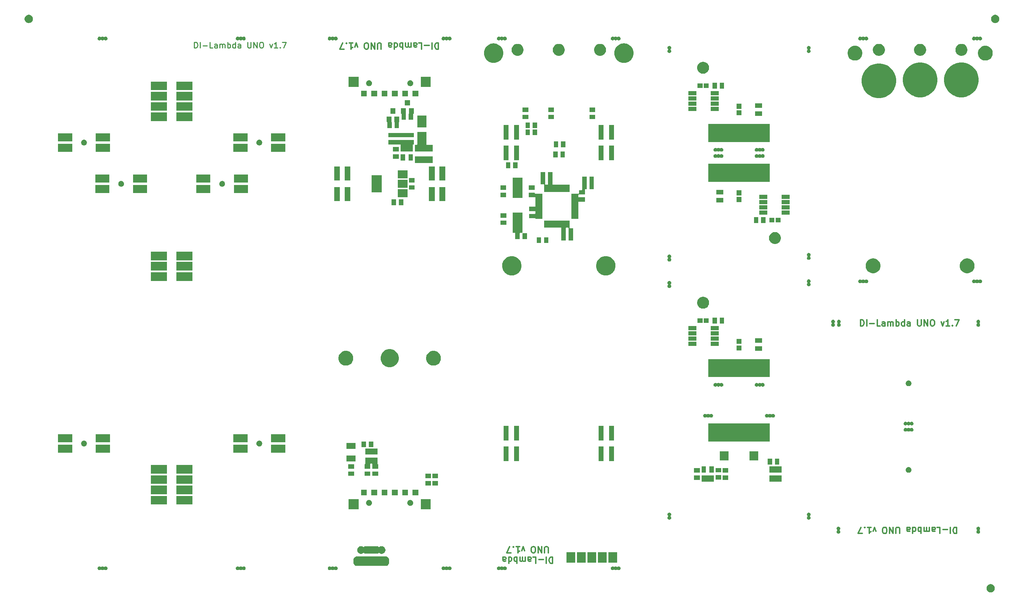
<source format=gts>
G04 #@! TF.GenerationSoftware,KiCad,Pcbnew,(6.0.0-rc1-dev-509-gcac7479)*
G04 #@! TF.CreationDate,2018-10-23T14:14:01+08:00*
G04 #@! TF.ProjectId,DI-Lambda-UNO-Panelized-v1.7,44492D4C616D6264612D554E4F2D5061,rev?*
G04 #@! TF.SameCoordinates,Original*
G04 #@! TF.FileFunction,Soldermask,Top*
G04 #@! TF.FilePolarity,Negative*
%FSLAX46Y46*%
G04 Gerber Fmt 4.6, Leading zero omitted, Abs format (unit mm)*
G04 Created by KiCad (PCBNEW (6.0.0-rc1-dev-509-gcac7479)) date Tue Oct 23 14:14:01 2018*
%MOMM*%
%LPD*%
G01*
G04 APERTURE LIST*
%ADD10C,0.300000*%
%ADD11C,0.280000*%
%ADD12C,0.100000*%
G04 APERTURE END LIST*
D10*
X253557142Y-156321428D02*
X253557142Y-157821428D01*
X253200000Y-157821428D01*
X252985714Y-157750000D01*
X252842857Y-157607142D01*
X252771428Y-157464285D01*
X252700000Y-157178571D01*
X252700000Y-156964285D01*
X252771428Y-156678571D01*
X252842857Y-156535714D01*
X252985714Y-156392857D01*
X253200000Y-156321428D01*
X253557142Y-156321428D01*
X252057142Y-156321428D02*
X252057142Y-157821428D01*
X251342857Y-156892857D02*
X250200000Y-156892857D01*
X248771428Y-156321428D02*
X249485714Y-156321428D01*
X249485714Y-157821428D01*
X247628571Y-156321428D02*
X247628571Y-157107142D01*
X247700000Y-157250000D01*
X247842857Y-157321428D01*
X248128571Y-157321428D01*
X248271428Y-157250000D01*
X247628571Y-156392857D02*
X247771428Y-156321428D01*
X248128571Y-156321428D01*
X248271428Y-156392857D01*
X248342857Y-156535714D01*
X248342857Y-156678571D01*
X248271428Y-156821428D01*
X248128571Y-156892857D01*
X247771428Y-156892857D01*
X247628571Y-156964285D01*
X246914285Y-156321428D02*
X246914285Y-157321428D01*
X246914285Y-157178571D02*
X246842857Y-157250000D01*
X246700000Y-157321428D01*
X246485714Y-157321428D01*
X246342857Y-157250000D01*
X246271428Y-157107142D01*
X246271428Y-156321428D01*
X246271428Y-157107142D02*
X246200000Y-157250000D01*
X246057142Y-157321428D01*
X245842857Y-157321428D01*
X245700000Y-157250000D01*
X245628571Y-157107142D01*
X245628571Y-156321428D01*
X244914285Y-156321428D02*
X244914285Y-157821428D01*
X244914285Y-157250000D02*
X244771428Y-157321428D01*
X244485714Y-157321428D01*
X244342857Y-157250000D01*
X244271428Y-157178571D01*
X244200000Y-157035714D01*
X244200000Y-156607142D01*
X244271428Y-156464285D01*
X244342857Y-156392857D01*
X244485714Y-156321428D01*
X244771428Y-156321428D01*
X244914285Y-156392857D01*
X242914285Y-156321428D02*
X242914285Y-157821428D01*
X242914285Y-156392857D02*
X243057142Y-156321428D01*
X243342857Y-156321428D01*
X243485714Y-156392857D01*
X243557142Y-156464285D01*
X243628571Y-156607142D01*
X243628571Y-157035714D01*
X243557142Y-157178571D01*
X243485714Y-157250000D01*
X243342857Y-157321428D01*
X243057142Y-157321428D01*
X242914285Y-157250000D01*
X241557142Y-156321428D02*
X241557142Y-157107142D01*
X241628571Y-157250000D01*
X241771428Y-157321428D01*
X242057142Y-157321428D01*
X242200000Y-157250000D01*
X241557142Y-156392857D02*
X241700000Y-156321428D01*
X242057142Y-156321428D01*
X242200000Y-156392857D01*
X242271428Y-156535714D01*
X242271428Y-156678571D01*
X242200000Y-156821428D01*
X242057142Y-156892857D01*
X241700000Y-156892857D01*
X241557142Y-156964285D01*
X239700000Y-157821428D02*
X239700000Y-156607142D01*
X239628571Y-156464285D01*
X239557142Y-156392857D01*
X239414285Y-156321428D01*
X239128571Y-156321428D01*
X238985714Y-156392857D01*
X238914285Y-156464285D01*
X238842857Y-156607142D01*
X238842857Y-157821428D01*
X238128571Y-156321428D02*
X238128571Y-157821428D01*
X237271428Y-156321428D01*
X237271428Y-157821428D01*
X236271428Y-157821428D02*
X235985714Y-157821428D01*
X235842857Y-157750000D01*
X235700000Y-157607142D01*
X235628571Y-157321428D01*
X235628571Y-156821428D01*
X235700000Y-156535714D01*
X235842857Y-156392857D01*
X235985714Y-156321428D01*
X236271428Y-156321428D01*
X236414285Y-156392857D01*
X236557142Y-156535714D01*
X236628571Y-156821428D01*
X236628571Y-157321428D01*
X236557142Y-157607142D01*
X236414285Y-157750000D01*
X236271428Y-157821428D01*
X233985714Y-157321428D02*
X233628571Y-156321428D01*
X233271428Y-157321428D01*
X231914285Y-156321428D02*
X232771428Y-156321428D01*
X232342857Y-156321428D02*
X232342857Y-157821428D01*
X232485714Y-157607142D01*
X232628571Y-157464285D01*
X232771428Y-157392857D01*
X231271428Y-156464285D02*
X231200000Y-156392857D01*
X231271428Y-156321428D01*
X231342857Y-156392857D01*
X231271428Y-156464285D01*
X231271428Y-156321428D01*
X230700000Y-157821428D02*
X229700000Y-157821428D01*
X230342857Y-156321428D01*
D11*
X68733333Y-40033333D02*
X68733333Y-38633333D01*
X69066666Y-38633333D01*
X69266666Y-38700000D01*
X69400000Y-38833333D01*
X69466666Y-38966666D01*
X69533333Y-39233333D01*
X69533333Y-39433333D01*
X69466666Y-39700000D01*
X69400000Y-39833333D01*
X69266666Y-39966666D01*
X69066666Y-40033333D01*
X68733333Y-40033333D01*
X70133333Y-40033333D02*
X70133333Y-38633333D01*
X70800000Y-39500000D02*
X71866666Y-39500000D01*
X73200000Y-40033333D02*
X72533333Y-40033333D01*
X72533333Y-38633333D01*
X74266666Y-40033333D02*
X74266666Y-39300000D01*
X74200000Y-39166666D01*
X74066666Y-39100000D01*
X73800000Y-39100000D01*
X73666666Y-39166666D01*
X74266666Y-39966666D02*
X74133333Y-40033333D01*
X73800000Y-40033333D01*
X73666666Y-39966666D01*
X73600000Y-39833333D01*
X73600000Y-39700000D01*
X73666666Y-39566666D01*
X73800000Y-39500000D01*
X74133333Y-39500000D01*
X74266666Y-39433333D01*
X74933333Y-40033333D02*
X74933333Y-39100000D01*
X74933333Y-39233333D02*
X75000000Y-39166666D01*
X75133333Y-39100000D01*
X75333333Y-39100000D01*
X75466666Y-39166666D01*
X75533333Y-39300000D01*
X75533333Y-40033333D01*
X75533333Y-39300000D02*
X75600000Y-39166666D01*
X75733333Y-39100000D01*
X75933333Y-39100000D01*
X76066666Y-39166666D01*
X76133333Y-39300000D01*
X76133333Y-40033333D01*
X76800000Y-40033333D02*
X76800000Y-38633333D01*
X76800000Y-39166666D02*
X76933333Y-39100000D01*
X77200000Y-39100000D01*
X77333333Y-39166666D01*
X77400000Y-39233333D01*
X77466666Y-39366666D01*
X77466666Y-39766666D01*
X77400000Y-39900000D01*
X77333333Y-39966666D01*
X77200000Y-40033333D01*
X76933333Y-40033333D01*
X76800000Y-39966666D01*
X78666666Y-40033333D02*
X78666666Y-38633333D01*
X78666666Y-39966666D02*
X78533333Y-40033333D01*
X78266666Y-40033333D01*
X78133333Y-39966666D01*
X78066666Y-39900000D01*
X78000000Y-39766666D01*
X78000000Y-39366666D01*
X78066666Y-39233333D01*
X78133333Y-39166666D01*
X78266666Y-39100000D01*
X78533333Y-39100000D01*
X78666666Y-39166666D01*
X79933333Y-40033333D02*
X79933333Y-39300000D01*
X79866666Y-39166666D01*
X79733333Y-39100000D01*
X79466666Y-39100000D01*
X79333333Y-39166666D01*
X79933333Y-39966666D02*
X79800000Y-40033333D01*
X79466666Y-40033333D01*
X79333333Y-39966666D01*
X79266666Y-39833333D01*
X79266666Y-39700000D01*
X79333333Y-39566666D01*
X79466666Y-39500000D01*
X79800000Y-39500000D01*
X79933333Y-39433333D01*
X81666666Y-38633333D02*
X81666666Y-39766666D01*
X81733333Y-39900000D01*
X81800000Y-39966666D01*
X81933333Y-40033333D01*
X82200000Y-40033333D01*
X82333333Y-39966666D01*
X82400000Y-39900000D01*
X82466666Y-39766666D01*
X82466666Y-38633333D01*
X83133333Y-40033333D02*
X83133333Y-38633333D01*
X83933333Y-40033333D01*
X83933333Y-38633333D01*
X84866666Y-38633333D02*
X85133333Y-38633333D01*
X85266666Y-38700000D01*
X85400000Y-38833333D01*
X85466666Y-39100000D01*
X85466666Y-39566666D01*
X85400000Y-39833333D01*
X85266666Y-39966666D01*
X85133333Y-40033333D01*
X84866666Y-40033333D01*
X84733333Y-39966666D01*
X84600000Y-39833333D01*
X84533333Y-39566666D01*
X84533333Y-39100000D01*
X84600000Y-38833333D01*
X84733333Y-38700000D01*
X84866666Y-38633333D01*
X87000000Y-39100000D02*
X87333333Y-40033333D01*
X87666666Y-39100000D01*
X88933333Y-40033333D02*
X88133333Y-40033333D01*
X88533333Y-40033333D02*
X88533333Y-38633333D01*
X88400000Y-38833333D01*
X88266666Y-38966666D01*
X88133333Y-39033333D01*
X89533333Y-39900000D02*
X89600000Y-39966666D01*
X89533333Y-40033333D01*
X89466666Y-39966666D01*
X89533333Y-39900000D01*
X89533333Y-40033333D01*
X90066666Y-38633333D02*
X91000000Y-38633333D01*
X90400000Y-40033333D01*
D10*
X127907142Y-38821428D02*
X127907142Y-40321428D01*
X127550000Y-40321428D01*
X127335714Y-40250000D01*
X127192857Y-40107142D01*
X127121428Y-39964285D01*
X127050000Y-39678571D01*
X127050000Y-39464285D01*
X127121428Y-39178571D01*
X127192857Y-39035714D01*
X127335714Y-38892857D01*
X127550000Y-38821428D01*
X127907142Y-38821428D01*
X126407142Y-38821428D02*
X126407142Y-40321428D01*
X125692857Y-39392857D02*
X124550000Y-39392857D01*
X123121428Y-38821428D02*
X123835714Y-38821428D01*
X123835714Y-40321428D01*
X121978571Y-38821428D02*
X121978571Y-39607142D01*
X122050000Y-39750000D01*
X122192857Y-39821428D01*
X122478571Y-39821428D01*
X122621428Y-39750000D01*
X121978571Y-38892857D02*
X122121428Y-38821428D01*
X122478571Y-38821428D01*
X122621428Y-38892857D01*
X122692857Y-39035714D01*
X122692857Y-39178571D01*
X122621428Y-39321428D01*
X122478571Y-39392857D01*
X122121428Y-39392857D01*
X121978571Y-39464285D01*
X121264285Y-38821428D02*
X121264285Y-39821428D01*
X121264285Y-39678571D02*
X121192857Y-39750000D01*
X121050000Y-39821428D01*
X120835714Y-39821428D01*
X120692857Y-39750000D01*
X120621428Y-39607142D01*
X120621428Y-38821428D01*
X120621428Y-39607142D02*
X120550000Y-39750000D01*
X120407142Y-39821428D01*
X120192857Y-39821428D01*
X120050000Y-39750000D01*
X119978571Y-39607142D01*
X119978571Y-38821428D01*
X119264285Y-38821428D02*
X119264285Y-40321428D01*
X119264285Y-39750000D02*
X119121428Y-39821428D01*
X118835714Y-39821428D01*
X118692857Y-39750000D01*
X118621428Y-39678571D01*
X118550000Y-39535714D01*
X118550000Y-39107142D01*
X118621428Y-38964285D01*
X118692857Y-38892857D01*
X118835714Y-38821428D01*
X119121428Y-38821428D01*
X119264285Y-38892857D01*
X117264285Y-38821428D02*
X117264285Y-40321428D01*
X117264285Y-38892857D02*
X117407142Y-38821428D01*
X117692857Y-38821428D01*
X117835714Y-38892857D01*
X117907142Y-38964285D01*
X117978571Y-39107142D01*
X117978571Y-39535714D01*
X117907142Y-39678571D01*
X117835714Y-39750000D01*
X117692857Y-39821428D01*
X117407142Y-39821428D01*
X117264285Y-39750000D01*
X115907142Y-38821428D02*
X115907142Y-39607142D01*
X115978571Y-39750000D01*
X116121428Y-39821428D01*
X116407142Y-39821428D01*
X116550000Y-39750000D01*
X115907142Y-38892857D02*
X116050000Y-38821428D01*
X116407142Y-38821428D01*
X116550000Y-38892857D01*
X116621428Y-39035714D01*
X116621428Y-39178571D01*
X116550000Y-39321428D01*
X116407142Y-39392857D01*
X116050000Y-39392857D01*
X115907142Y-39464285D01*
X114050000Y-40321428D02*
X114050000Y-39107142D01*
X113978571Y-38964285D01*
X113907142Y-38892857D01*
X113764285Y-38821428D01*
X113478571Y-38821428D01*
X113335714Y-38892857D01*
X113264285Y-38964285D01*
X113192857Y-39107142D01*
X113192857Y-40321428D01*
X112478571Y-38821428D02*
X112478571Y-40321428D01*
X111621428Y-38821428D01*
X111621428Y-40321428D01*
X110621428Y-40321428D02*
X110335714Y-40321428D01*
X110192857Y-40250000D01*
X110050000Y-40107142D01*
X109978571Y-39821428D01*
X109978571Y-39321428D01*
X110050000Y-39035714D01*
X110192857Y-38892857D01*
X110335714Y-38821428D01*
X110621428Y-38821428D01*
X110764285Y-38892857D01*
X110907142Y-39035714D01*
X110978571Y-39321428D01*
X110978571Y-39821428D01*
X110907142Y-40107142D01*
X110764285Y-40250000D01*
X110621428Y-40321428D01*
X108335714Y-39821428D02*
X107978571Y-38821428D01*
X107621428Y-39821428D01*
X106264285Y-38821428D02*
X107121428Y-38821428D01*
X106692857Y-38821428D02*
X106692857Y-40321428D01*
X106835714Y-40107142D01*
X106978571Y-39964285D01*
X107121428Y-39892857D01*
X105621428Y-38964285D02*
X105550000Y-38892857D01*
X105621428Y-38821428D01*
X105692857Y-38892857D01*
X105621428Y-38964285D01*
X105621428Y-38821428D01*
X105050000Y-40321428D02*
X104050000Y-40321428D01*
X104692857Y-38821428D01*
X155600000Y-163546428D02*
X155600000Y-165046428D01*
X155242857Y-165046428D01*
X155028571Y-164975000D01*
X154885714Y-164832142D01*
X154814285Y-164689285D01*
X154742857Y-164403571D01*
X154742857Y-164189285D01*
X154814285Y-163903571D01*
X154885714Y-163760714D01*
X155028571Y-163617857D01*
X155242857Y-163546428D01*
X155600000Y-163546428D01*
X154100000Y-163546428D02*
X154100000Y-165046428D01*
X153385714Y-164117857D02*
X152242857Y-164117857D01*
X150814285Y-163546428D02*
X151528571Y-163546428D01*
X151528571Y-165046428D01*
X149671428Y-163546428D02*
X149671428Y-164332142D01*
X149742857Y-164475000D01*
X149885714Y-164546428D01*
X150171428Y-164546428D01*
X150314285Y-164475000D01*
X149671428Y-163617857D02*
X149814285Y-163546428D01*
X150171428Y-163546428D01*
X150314285Y-163617857D01*
X150385714Y-163760714D01*
X150385714Y-163903571D01*
X150314285Y-164046428D01*
X150171428Y-164117857D01*
X149814285Y-164117857D01*
X149671428Y-164189285D01*
X148957142Y-163546428D02*
X148957142Y-164546428D01*
X148957142Y-164403571D02*
X148885714Y-164475000D01*
X148742857Y-164546428D01*
X148528571Y-164546428D01*
X148385714Y-164475000D01*
X148314285Y-164332142D01*
X148314285Y-163546428D01*
X148314285Y-164332142D02*
X148242857Y-164475000D01*
X148100000Y-164546428D01*
X147885714Y-164546428D01*
X147742857Y-164475000D01*
X147671428Y-164332142D01*
X147671428Y-163546428D01*
X146957142Y-163546428D02*
X146957142Y-165046428D01*
X146957142Y-164475000D02*
X146814285Y-164546428D01*
X146528571Y-164546428D01*
X146385714Y-164475000D01*
X146314285Y-164403571D01*
X146242857Y-164260714D01*
X146242857Y-163832142D01*
X146314285Y-163689285D01*
X146385714Y-163617857D01*
X146528571Y-163546428D01*
X146814285Y-163546428D01*
X146957142Y-163617857D01*
X144957142Y-163546428D02*
X144957142Y-165046428D01*
X144957142Y-163617857D02*
X145100000Y-163546428D01*
X145385714Y-163546428D01*
X145528571Y-163617857D01*
X145600000Y-163689285D01*
X145671428Y-163832142D01*
X145671428Y-164260714D01*
X145600000Y-164403571D01*
X145528571Y-164475000D01*
X145385714Y-164546428D01*
X145100000Y-164546428D01*
X144957142Y-164475000D01*
X143600000Y-163546428D02*
X143600000Y-164332142D01*
X143671428Y-164475000D01*
X143814285Y-164546428D01*
X144100000Y-164546428D01*
X144242857Y-164475000D01*
X143600000Y-163617857D02*
X143742857Y-163546428D01*
X144100000Y-163546428D01*
X144242857Y-163617857D01*
X144314285Y-163760714D01*
X144314285Y-163903571D01*
X144242857Y-164046428D01*
X144100000Y-164117857D01*
X143742857Y-164117857D01*
X143600000Y-164189285D01*
X154528571Y-162496428D02*
X154528571Y-161282142D01*
X154457142Y-161139285D01*
X154385714Y-161067857D01*
X154242857Y-160996428D01*
X153957142Y-160996428D01*
X153814285Y-161067857D01*
X153742857Y-161139285D01*
X153671428Y-161282142D01*
X153671428Y-162496428D01*
X152957142Y-160996428D02*
X152957142Y-162496428D01*
X152100000Y-160996428D01*
X152100000Y-162496428D01*
X151100000Y-162496428D02*
X150814285Y-162496428D01*
X150671428Y-162425000D01*
X150528571Y-162282142D01*
X150457142Y-161996428D01*
X150457142Y-161496428D01*
X150528571Y-161210714D01*
X150671428Y-161067857D01*
X150814285Y-160996428D01*
X151100000Y-160996428D01*
X151242857Y-161067857D01*
X151385714Y-161210714D01*
X151457142Y-161496428D01*
X151457142Y-161996428D01*
X151385714Y-162282142D01*
X151242857Y-162425000D01*
X151100000Y-162496428D01*
X148814285Y-161996428D02*
X148457142Y-160996428D01*
X148100000Y-161996428D01*
X146742857Y-160996428D02*
X147600000Y-160996428D01*
X147171428Y-160996428D02*
X147171428Y-162496428D01*
X147314285Y-162282142D01*
X147457142Y-162139285D01*
X147600000Y-162067857D01*
X146100000Y-161139285D02*
X146028571Y-161067857D01*
X146100000Y-160996428D01*
X146171428Y-161067857D01*
X146100000Y-161139285D01*
X146100000Y-160996428D01*
X145528571Y-162496428D02*
X144528571Y-162496428D01*
X145171428Y-160996428D01*
X230242857Y-107478571D02*
X230242857Y-105978571D01*
X230600000Y-105978571D01*
X230814285Y-106050000D01*
X230957142Y-106192857D01*
X231028571Y-106335714D01*
X231100000Y-106621428D01*
X231100000Y-106835714D01*
X231028571Y-107121428D01*
X230957142Y-107264285D01*
X230814285Y-107407142D01*
X230600000Y-107478571D01*
X230242857Y-107478571D01*
X231742857Y-107478571D02*
X231742857Y-105978571D01*
X232457142Y-106907142D02*
X233600000Y-106907142D01*
X235028571Y-107478571D02*
X234314285Y-107478571D01*
X234314285Y-105978571D01*
X236171428Y-107478571D02*
X236171428Y-106692857D01*
X236100000Y-106550000D01*
X235957142Y-106478571D01*
X235671428Y-106478571D01*
X235528571Y-106550000D01*
X236171428Y-107407142D02*
X236028571Y-107478571D01*
X235671428Y-107478571D01*
X235528571Y-107407142D01*
X235457142Y-107264285D01*
X235457142Y-107121428D01*
X235528571Y-106978571D01*
X235671428Y-106907142D01*
X236028571Y-106907142D01*
X236171428Y-106835714D01*
X236885714Y-107478571D02*
X236885714Y-106478571D01*
X236885714Y-106621428D02*
X236957142Y-106550000D01*
X237100000Y-106478571D01*
X237314285Y-106478571D01*
X237457142Y-106550000D01*
X237528571Y-106692857D01*
X237528571Y-107478571D01*
X237528571Y-106692857D02*
X237600000Y-106550000D01*
X237742857Y-106478571D01*
X237957142Y-106478571D01*
X238100000Y-106550000D01*
X238171428Y-106692857D01*
X238171428Y-107478571D01*
X238885714Y-107478571D02*
X238885714Y-105978571D01*
X238885714Y-106550000D02*
X239028571Y-106478571D01*
X239314285Y-106478571D01*
X239457142Y-106550000D01*
X239528571Y-106621428D01*
X239600000Y-106764285D01*
X239600000Y-107192857D01*
X239528571Y-107335714D01*
X239457142Y-107407142D01*
X239314285Y-107478571D01*
X239028571Y-107478571D01*
X238885714Y-107407142D01*
X240885714Y-107478571D02*
X240885714Y-105978571D01*
X240885714Y-107407142D02*
X240742857Y-107478571D01*
X240457142Y-107478571D01*
X240314285Y-107407142D01*
X240242857Y-107335714D01*
X240171428Y-107192857D01*
X240171428Y-106764285D01*
X240242857Y-106621428D01*
X240314285Y-106550000D01*
X240457142Y-106478571D01*
X240742857Y-106478571D01*
X240885714Y-106550000D01*
X242242857Y-107478571D02*
X242242857Y-106692857D01*
X242171428Y-106550000D01*
X242028571Y-106478571D01*
X241742857Y-106478571D01*
X241600000Y-106550000D01*
X242242857Y-107407142D02*
X242100000Y-107478571D01*
X241742857Y-107478571D01*
X241600000Y-107407142D01*
X241528571Y-107264285D01*
X241528571Y-107121428D01*
X241600000Y-106978571D01*
X241742857Y-106907142D01*
X242100000Y-106907142D01*
X242242857Y-106835714D01*
X244100000Y-105978571D02*
X244100000Y-107192857D01*
X244171428Y-107335714D01*
X244242857Y-107407142D01*
X244385714Y-107478571D01*
X244671428Y-107478571D01*
X244814285Y-107407142D01*
X244885714Y-107335714D01*
X244957142Y-107192857D01*
X244957142Y-105978571D01*
X245671428Y-107478571D02*
X245671428Y-105978571D01*
X246528571Y-107478571D01*
X246528571Y-105978571D01*
X247528571Y-105978571D02*
X247814285Y-105978571D01*
X247957142Y-106050000D01*
X248100000Y-106192857D01*
X248171428Y-106478571D01*
X248171428Y-106978571D01*
X248100000Y-107264285D01*
X247957142Y-107407142D01*
X247814285Y-107478571D01*
X247528571Y-107478571D01*
X247385714Y-107407142D01*
X247242857Y-107264285D01*
X247171428Y-106978571D01*
X247171428Y-106478571D01*
X247242857Y-106192857D01*
X247385714Y-106050000D01*
X247528571Y-105978571D01*
X249814285Y-106478571D02*
X250171428Y-107478571D01*
X250528571Y-106478571D01*
X251885714Y-107478571D02*
X251028571Y-107478571D01*
X251457142Y-107478571D02*
X251457142Y-105978571D01*
X251314285Y-106192857D01*
X251171428Y-106335714D01*
X251028571Y-106407142D01*
X252528571Y-107335714D02*
X252600000Y-107407142D01*
X252528571Y-107478571D01*
X252457142Y-107407142D01*
X252528571Y-107335714D01*
X252528571Y-107478571D01*
X253100000Y-105978571D02*
X254100000Y-105978571D01*
X253457142Y-107478571D01*
D12*
G36*
X261975770Y-170115372D02*
X262091689Y-170138429D01*
X262273678Y-170213811D01*
X262437463Y-170323249D01*
X262576751Y-170462537D01*
X262686189Y-170626322D01*
X262761571Y-170808311D01*
X262800000Y-171001509D01*
X262800000Y-171198491D01*
X262761571Y-171391689D01*
X262686189Y-171573678D01*
X262576751Y-171737463D01*
X262437463Y-171876751D01*
X262273678Y-171986189D01*
X262091689Y-172061571D01*
X261975770Y-172084628D01*
X261898493Y-172100000D01*
X261701507Y-172100000D01*
X261624230Y-172084628D01*
X261508311Y-172061571D01*
X261326322Y-171986189D01*
X261162537Y-171876751D01*
X261023249Y-171737463D01*
X260913811Y-171573678D01*
X260838429Y-171391689D01*
X260800000Y-171198491D01*
X260800000Y-171001509D01*
X260838429Y-170808311D01*
X260913811Y-170626322D01*
X261023249Y-170462537D01*
X261162537Y-170323249D01*
X261326322Y-170213811D01*
X261508311Y-170138429D01*
X261624230Y-170115372D01*
X261701507Y-170100000D01*
X261898493Y-170100000D01*
X261975770Y-170115372D01*
X261975770Y-170115372D01*
G37*
G36*
X129281260Y-165817293D02*
X129363155Y-165851215D01*
X129437153Y-165900659D01*
X129455554Y-165915761D01*
X129477165Y-165927312D01*
X129500614Y-165934425D01*
X129525000Y-165936827D01*
X129549386Y-165934425D01*
X129572835Y-165927312D01*
X129594446Y-165915761D01*
X129612847Y-165900659D01*
X129686845Y-165851215D01*
X129768740Y-165817293D01*
X129855678Y-165800000D01*
X129944322Y-165800000D01*
X130031260Y-165817293D01*
X130113155Y-165851215D01*
X130187153Y-165900659D01*
X130205554Y-165915761D01*
X130227165Y-165927312D01*
X130250614Y-165934425D01*
X130275000Y-165936827D01*
X130299386Y-165934425D01*
X130322835Y-165927312D01*
X130344446Y-165915761D01*
X130362847Y-165900659D01*
X130436845Y-165851215D01*
X130518740Y-165817293D01*
X130605678Y-165800000D01*
X130694322Y-165800000D01*
X130781260Y-165817293D01*
X130863155Y-165851215D01*
X130936861Y-165900464D01*
X130999536Y-165963139D01*
X131048785Y-166036845D01*
X131082707Y-166118740D01*
X131100000Y-166205678D01*
X131100000Y-166294322D01*
X131082707Y-166381260D01*
X131048785Y-166463155D01*
X130999536Y-166536861D01*
X130936861Y-166599536D01*
X130863155Y-166648785D01*
X130781260Y-166682707D01*
X130694322Y-166700000D01*
X130605678Y-166700000D01*
X130518740Y-166682707D01*
X130436845Y-166648785D01*
X130362847Y-166599341D01*
X130344446Y-166584239D01*
X130322835Y-166572688D01*
X130299386Y-166565575D01*
X130275000Y-166563173D01*
X130250614Y-166565575D01*
X130227165Y-166572688D01*
X130205554Y-166584239D01*
X130187153Y-166599341D01*
X130113155Y-166648785D01*
X130031260Y-166682707D01*
X129944322Y-166700000D01*
X129855678Y-166700000D01*
X129768740Y-166682707D01*
X129686845Y-166648785D01*
X129612847Y-166599341D01*
X129594446Y-166584239D01*
X129572835Y-166572688D01*
X129549386Y-166565575D01*
X129525000Y-166563173D01*
X129500614Y-166565575D01*
X129477165Y-166572688D01*
X129455554Y-166584239D01*
X129437153Y-166599341D01*
X129363155Y-166648785D01*
X129281260Y-166682707D01*
X129194322Y-166700000D01*
X129105678Y-166700000D01*
X129018740Y-166682707D01*
X128936845Y-166648785D01*
X128863139Y-166599536D01*
X128800464Y-166536861D01*
X128751215Y-166463155D01*
X128717293Y-166381260D01*
X128700000Y-166294322D01*
X128700000Y-166205678D01*
X128717293Y-166118740D01*
X128751215Y-166036845D01*
X128800464Y-165963139D01*
X128863139Y-165900464D01*
X128936845Y-165851215D01*
X129018740Y-165817293D01*
X129105678Y-165800000D01*
X129194322Y-165800000D01*
X129281260Y-165817293D01*
X129281260Y-165817293D01*
G37*
G36*
X142681260Y-165817293D02*
X142763155Y-165851215D01*
X142837153Y-165900659D01*
X142855554Y-165915761D01*
X142877165Y-165927312D01*
X142900614Y-165934425D01*
X142925000Y-165936827D01*
X142949386Y-165934425D01*
X142972835Y-165927312D01*
X142994446Y-165915761D01*
X143012847Y-165900659D01*
X143086845Y-165851215D01*
X143168740Y-165817293D01*
X143255678Y-165800000D01*
X143344322Y-165800000D01*
X143431260Y-165817293D01*
X143513155Y-165851215D01*
X143587153Y-165900659D01*
X143605554Y-165915761D01*
X143627165Y-165927312D01*
X143650614Y-165934425D01*
X143675000Y-165936827D01*
X143699386Y-165934425D01*
X143722835Y-165927312D01*
X143744446Y-165915761D01*
X143762847Y-165900659D01*
X143836845Y-165851215D01*
X143918740Y-165817293D01*
X144005678Y-165800000D01*
X144094322Y-165800000D01*
X144181260Y-165817293D01*
X144263155Y-165851215D01*
X144336861Y-165900464D01*
X144399536Y-165963139D01*
X144448785Y-166036845D01*
X144482707Y-166118740D01*
X144500000Y-166205678D01*
X144500000Y-166294322D01*
X144482707Y-166381260D01*
X144448785Y-166463155D01*
X144399536Y-166536861D01*
X144336861Y-166599536D01*
X144263155Y-166648785D01*
X144181260Y-166682707D01*
X144094322Y-166700000D01*
X144005678Y-166700000D01*
X143918740Y-166682707D01*
X143836845Y-166648785D01*
X143762847Y-166599341D01*
X143744446Y-166584239D01*
X143722835Y-166572688D01*
X143699386Y-166565575D01*
X143675000Y-166563173D01*
X143650614Y-166565575D01*
X143627165Y-166572688D01*
X143605554Y-166584239D01*
X143587153Y-166599341D01*
X143513155Y-166648785D01*
X143431260Y-166682707D01*
X143344322Y-166700000D01*
X143255678Y-166700000D01*
X143168740Y-166682707D01*
X143086845Y-166648785D01*
X143012847Y-166599341D01*
X142994446Y-166584239D01*
X142972835Y-166572688D01*
X142949386Y-166565575D01*
X142925000Y-166563173D01*
X142900614Y-166565575D01*
X142877165Y-166572688D01*
X142855554Y-166584239D01*
X142837153Y-166599341D01*
X142763155Y-166648785D01*
X142681260Y-166682707D01*
X142594322Y-166700000D01*
X142505678Y-166700000D01*
X142418740Y-166682707D01*
X142336845Y-166648785D01*
X142263139Y-166599536D01*
X142200464Y-166536861D01*
X142151215Y-166463155D01*
X142117293Y-166381260D01*
X142100000Y-166294322D01*
X142100000Y-166205678D01*
X142117293Y-166118740D01*
X142151215Y-166036845D01*
X142200464Y-165963139D01*
X142263139Y-165900464D01*
X142336845Y-165851215D01*
X142418740Y-165817293D01*
X142505678Y-165800000D01*
X142594322Y-165800000D01*
X142681260Y-165817293D01*
X142681260Y-165817293D01*
G37*
G36*
X170281260Y-165817293D02*
X170363155Y-165851215D01*
X170437153Y-165900659D01*
X170455554Y-165915761D01*
X170477165Y-165927312D01*
X170500614Y-165934425D01*
X170525000Y-165936827D01*
X170549386Y-165934425D01*
X170572835Y-165927312D01*
X170594446Y-165915761D01*
X170612847Y-165900659D01*
X170686845Y-165851215D01*
X170768740Y-165817293D01*
X170855678Y-165800000D01*
X170944322Y-165800000D01*
X171031260Y-165817293D01*
X171113155Y-165851215D01*
X171187153Y-165900659D01*
X171205554Y-165915761D01*
X171227165Y-165927312D01*
X171250614Y-165934425D01*
X171275000Y-165936827D01*
X171299386Y-165934425D01*
X171322835Y-165927312D01*
X171344446Y-165915761D01*
X171362847Y-165900659D01*
X171436845Y-165851215D01*
X171518740Y-165817293D01*
X171605678Y-165800000D01*
X171694322Y-165800000D01*
X171781260Y-165817293D01*
X171863155Y-165851215D01*
X171936861Y-165900464D01*
X171999536Y-165963139D01*
X172048785Y-166036845D01*
X172082707Y-166118740D01*
X172100000Y-166205678D01*
X172100000Y-166294322D01*
X172082707Y-166381260D01*
X172048785Y-166463155D01*
X171999536Y-166536861D01*
X171936861Y-166599536D01*
X171863155Y-166648785D01*
X171781260Y-166682707D01*
X171694322Y-166700000D01*
X171605678Y-166700000D01*
X171518740Y-166682707D01*
X171436845Y-166648785D01*
X171362847Y-166599341D01*
X171344446Y-166584239D01*
X171322835Y-166572688D01*
X171299386Y-166565575D01*
X171275000Y-166563173D01*
X171250614Y-166565575D01*
X171227165Y-166572688D01*
X171205554Y-166584239D01*
X171187153Y-166599341D01*
X171113155Y-166648785D01*
X171031260Y-166682707D01*
X170944322Y-166700000D01*
X170855678Y-166700000D01*
X170768740Y-166682707D01*
X170686845Y-166648785D01*
X170612847Y-166599341D01*
X170594446Y-166584239D01*
X170572835Y-166572688D01*
X170549386Y-166565575D01*
X170525000Y-166563173D01*
X170500614Y-166565575D01*
X170477165Y-166572688D01*
X170455554Y-166584239D01*
X170437153Y-166599341D01*
X170363155Y-166648785D01*
X170281260Y-166682707D01*
X170194322Y-166700000D01*
X170105678Y-166700000D01*
X170018740Y-166682707D01*
X169936845Y-166648785D01*
X169863139Y-166599536D01*
X169800464Y-166536861D01*
X169751215Y-166463155D01*
X169717293Y-166381260D01*
X169700000Y-166294322D01*
X169700000Y-166205678D01*
X169717293Y-166118740D01*
X169751215Y-166036845D01*
X169800464Y-165963139D01*
X169863139Y-165900464D01*
X169936845Y-165851215D01*
X170018740Y-165817293D01*
X170105678Y-165800000D01*
X170194322Y-165800000D01*
X170281260Y-165817293D01*
X170281260Y-165817293D01*
G37*
G36*
X45881260Y-165817293D02*
X45963155Y-165851215D01*
X46037153Y-165900659D01*
X46055554Y-165915761D01*
X46077165Y-165927312D01*
X46100614Y-165934425D01*
X46125000Y-165936827D01*
X46149386Y-165934425D01*
X46172835Y-165927312D01*
X46194446Y-165915761D01*
X46212847Y-165900659D01*
X46286845Y-165851215D01*
X46368740Y-165817293D01*
X46455678Y-165800000D01*
X46544322Y-165800000D01*
X46631260Y-165817293D01*
X46713155Y-165851215D01*
X46787153Y-165900659D01*
X46805554Y-165915761D01*
X46827165Y-165927312D01*
X46850614Y-165934425D01*
X46875000Y-165936827D01*
X46899386Y-165934425D01*
X46922835Y-165927312D01*
X46944446Y-165915761D01*
X46962847Y-165900659D01*
X47036845Y-165851215D01*
X47118740Y-165817293D01*
X47205678Y-165800000D01*
X47294322Y-165800000D01*
X47381260Y-165817293D01*
X47463155Y-165851215D01*
X47536861Y-165900464D01*
X47599536Y-165963139D01*
X47648785Y-166036845D01*
X47682707Y-166118740D01*
X47700000Y-166205678D01*
X47700000Y-166294322D01*
X47682707Y-166381260D01*
X47648785Y-166463155D01*
X47599536Y-166536861D01*
X47536861Y-166599536D01*
X47463155Y-166648785D01*
X47381260Y-166682707D01*
X47294322Y-166700000D01*
X47205678Y-166700000D01*
X47118740Y-166682707D01*
X47036845Y-166648785D01*
X46962847Y-166599341D01*
X46944446Y-166584239D01*
X46922835Y-166572688D01*
X46899386Y-166565575D01*
X46875000Y-166563173D01*
X46850614Y-166565575D01*
X46827165Y-166572688D01*
X46805554Y-166584239D01*
X46787153Y-166599341D01*
X46713155Y-166648785D01*
X46631260Y-166682707D01*
X46544322Y-166700000D01*
X46455678Y-166700000D01*
X46368740Y-166682707D01*
X46286845Y-166648785D01*
X46212847Y-166599341D01*
X46194446Y-166584239D01*
X46172835Y-166572688D01*
X46149386Y-166565575D01*
X46125000Y-166563173D01*
X46100614Y-166565575D01*
X46077165Y-166572688D01*
X46055554Y-166584239D01*
X46037153Y-166599341D01*
X45963155Y-166648785D01*
X45881260Y-166682707D01*
X45794322Y-166700000D01*
X45705678Y-166700000D01*
X45618740Y-166682707D01*
X45536845Y-166648785D01*
X45463139Y-166599536D01*
X45400464Y-166536861D01*
X45351215Y-166463155D01*
X45317293Y-166381260D01*
X45300000Y-166294322D01*
X45300000Y-166205678D01*
X45317293Y-166118740D01*
X45351215Y-166036845D01*
X45400464Y-165963139D01*
X45463139Y-165900464D01*
X45536845Y-165851215D01*
X45618740Y-165817293D01*
X45705678Y-165800000D01*
X45794322Y-165800000D01*
X45881260Y-165817293D01*
X45881260Y-165817293D01*
G37*
G36*
X79381260Y-165817293D02*
X79463155Y-165851215D01*
X79537153Y-165900659D01*
X79555554Y-165915761D01*
X79577165Y-165927312D01*
X79600614Y-165934425D01*
X79625000Y-165936827D01*
X79649386Y-165934425D01*
X79672835Y-165927312D01*
X79694446Y-165915761D01*
X79712847Y-165900659D01*
X79786845Y-165851215D01*
X79868740Y-165817293D01*
X79955678Y-165800000D01*
X80044322Y-165800000D01*
X80131260Y-165817293D01*
X80213155Y-165851215D01*
X80287153Y-165900659D01*
X80305554Y-165915761D01*
X80327165Y-165927312D01*
X80350614Y-165934425D01*
X80375000Y-165936827D01*
X80399386Y-165934425D01*
X80422835Y-165927312D01*
X80444446Y-165915761D01*
X80462847Y-165900659D01*
X80536845Y-165851215D01*
X80618740Y-165817293D01*
X80705678Y-165800000D01*
X80794322Y-165800000D01*
X80881260Y-165817293D01*
X80963155Y-165851215D01*
X81036861Y-165900464D01*
X81099536Y-165963139D01*
X81148785Y-166036845D01*
X81182707Y-166118740D01*
X81200000Y-166205678D01*
X81200000Y-166294322D01*
X81182707Y-166381260D01*
X81148785Y-166463155D01*
X81099536Y-166536861D01*
X81036861Y-166599536D01*
X80963155Y-166648785D01*
X80881260Y-166682707D01*
X80794322Y-166700000D01*
X80705678Y-166700000D01*
X80618740Y-166682707D01*
X80536845Y-166648785D01*
X80462847Y-166599341D01*
X80444446Y-166584239D01*
X80422835Y-166572688D01*
X80399386Y-166565575D01*
X80375000Y-166563173D01*
X80350614Y-166565575D01*
X80327165Y-166572688D01*
X80305554Y-166584239D01*
X80287153Y-166599341D01*
X80213155Y-166648785D01*
X80131260Y-166682707D01*
X80044322Y-166700000D01*
X79955678Y-166700000D01*
X79868740Y-166682707D01*
X79786845Y-166648785D01*
X79712847Y-166599341D01*
X79694446Y-166584239D01*
X79672835Y-166572688D01*
X79649386Y-166565575D01*
X79625000Y-166563173D01*
X79600614Y-166565575D01*
X79577165Y-166572688D01*
X79555554Y-166584239D01*
X79537153Y-166599341D01*
X79463155Y-166648785D01*
X79381260Y-166682707D01*
X79294322Y-166700000D01*
X79205678Y-166700000D01*
X79118740Y-166682707D01*
X79036845Y-166648785D01*
X78963139Y-166599536D01*
X78900464Y-166536861D01*
X78851215Y-166463155D01*
X78817293Y-166381260D01*
X78800000Y-166294322D01*
X78800000Y-166205678D01*
X78817293Y-166118740D01*
X78851215Y-166036845D01*
X78900464Y-165963139D01*
X78963139Y-165900464D01*
X79036845Y-165851215D01*
X79118740Y-165817293D01*
X79205678Y-165800000D01*
X79294322Y-165800000D01*
X79381260Y-165817293D01*
X79381260Y-165817293D01*
G37*
G36*
X101681260Y-165817293D02*
X101763155Y-165851215D01*
X101837153Y-165900659D01*
X101855554Y-165915761D01*
X101877165Y-165927312D01*
X101900614Y-165934425D01*
X101925000Y-165936827D01*
X101949386Y-165934425D01*
X101972835Y-165927312D01*
X101994446Y-165915761D01*
X102012847Y-165900659D01*
X102086845Y-165851215D01*
X102168740Y-165817293D01*
X102255678Y-165800000D01*
X102344322Y-165800000D01*
X102431260Y-165817293D01*
X102513155Y-165851215D01*
X102587153Y-165900659D01*
X102605554Y-165915761D01*
X102627165Y-165927312D01*
X102650614Y-165934425D01*
X102675000Y-165936827D01*
X102699386Y-165934425D01*
X102722835Y-165927312D01*
X102744446Y-165915761D01*
X102762847Y-165900659D01*
X102836845Y-165851215D01*
X102918740Y-165817293D01*
X103005678Y-165800000D01*
X103094322Y-165800000D01*
X103181260Y-165817293D01*
X103263155Y-165851215D01*
X103336861Y-165900464D01*
X103399536Y-165963139D01*
X103448785Y-166036845D01*
X103482707Y-166118740D01*
X103500000Y-166205678D01*
X103500000Y-166294322D01*
X103482707Y-166381260D01*
X103448785Y-166463155D01*
X103399536Y-166536861D01*
X103336861Y-166599536D01*
X103263155Y-166648785D01*
X103181260Y-166682707D01*
X103094322Y-166700000D01*
X103005678Y-166700000D01*
X102918740Y-166682707D01*
X102836845Y-166648785D01*
X102762847Y-166599341D01*
X102744446Y-166584239D01*
X102722835Y-166572688D01*
X102699386Y-166565575D01*
X102675000Y-166563173D01*
X102650614Y-166565575D01*
X102627165Y-166572688D01*
X102605554Y-166584239D01*
X102587153Y-166599341D01*
X102513155Y-166648785D01*
X102431260Y-166682707D01*
X102344322Y-166700000D01*
X102255678Y-166700000D01*
X102168740Y-166682707D01*
X102086845Y-166648785D01*
X102012847Y-166599341D01*
X101994446Y-166584239D01*
X101972835Y-166572688D01*
X101949386Y-166565575D01*
X101925000Y-166563173D01*
X101900614Y-166565575D01*
X101877165Y-166572688D01*
X101855554Y-166584239D01*
X101837153Y-166599341D01*
X101763155Y-166648785D01*
X101681260Y-166682707D01*
X101594322Y-166700000D01*
X101505678Y-166700000D01*
X101418740Y-166682707D01*
X101336845Y-166648785D01*
X101263139Y-166599536D01*
X101200464Y-166536861D01*
X101151215Y-166463155D01*
X101117293Y-166381260D01*
X101100000Y-166294322D01*
X101100000Y-166205678D01*
X101117293Y-166118740D01*
X101151215Y-166036845D01*
X101200464Y-165963139D01*
X101263139Y-165900464D01*
X101336845Y-165851215D01*
X101418740Y-165817293D01*
X101505678Y-165800000D01*
X101594322Y-165800000D01*
X101681260Y-165817293D01*
X101681260Y-165817293D01*
G37*
G36*
X108183183Y-163386898D02*
X108195435Y-163387500D01*
X115104565Y-163387500D01*
X115116817Y-163386898D01*
X115149999Y-163383630D01*
X115150000Y-163383630D01*
X115173505Y-163385945D01*
X115183181Y-163386898D01*
X115195434Y-163387500D01*
X115370311Y-163387500D01*
X115371066Y-163388912D01*
X115386612Y-163407854D01*
X115405554Y-163423400D01*
X115438714Y-163439083D01*
X115457625Y-163444820D01*
X115596604Y-163519106D01*
X115596606Y-163519107D01*
X115596605Y-163519107D01*
X115718422Y-163619078D01*
X115718423Y-163619080D01*
X115718425Y-163619081D01*
X115818392Y-163740892D01*
X115892679Y-163879871D01*
X115938424Y-164030674D01*
X115950000Y-164148205D01*
X115950000Y-164926795D01*
X115938424Y-165044326D01*
X115892679Y-165195129D01*
X115818392Y-165334108D01*
X115718422Y-165455922D01*
X115596608Y-165555892D01*
X115457629Y-165630179D01*
X115446183Y-165633651D01*
X115438713Y-165635917D01*
X115416076Y-165645293D01*
X115395701Y-165658907D01*
X115378374Y-165676234D01*
X115370846Y-165687500D01*
X115195435Y-165687500D01*
X115183183Y-165688102D01*
X115150001Y-165691370D01*
X115150000Y-165691370D01*
X115116820Y-165688102D01*
X115104566Y-165687500D01*
X108195434Y-165687500D01*
X108183180Y-165688102D01*
X108150000Y-165691370D01*
X108149999Y-165691370D01*
X108116817Y-165688102D01*
X108104565Y-165687500D01*
X107929689Y-165687500D01*
X107928934Y-165686088D01*
X107913388Y-165667146D01*
X107894446Y-165651600D01*
X107872835Y-165640049D01*
X107861289Y-165635917D01*
X107853817Y-165633651D01*
X107842371Y-165630179D01*
X107703392Y-165555892D01*
X107581581Y-165455925D01*
X107581580Y-165455923D01*
X107581578Y-165455922D01*
X107481607Y-165334105D01*
X107407322Y-165195129D01*
X107407321Y-165195128D01*
X107384448Y-165119726D01*
X107361576Y-165044326D01*
X107350000Y-164926792D01*
X107350000Y-164148207D01*
X107361576Y-164030673D01*
X107361576Y-164030671D01*
X107407321Y-163879874D01*
X107481609Y-163740892D01*
X107581579Y-163619078D01*
X107703393Y-163519108D01*
X107842375Y-163444820D01*
X107861286Y-163439083D01*
X107883925Y-163429706D01*
X107904299Y-163416092D01*
X107921626Y-163398765D01*
X107929153Y-163387500D01*
X108104566Y-163387500D01*
X108116819Y-163386898D01*
X108126495Y-163385945D01*
X108150000Y-163383630D01*
X108150001Y-163383630D01*
X108183183Y-163386898D01*
X108183183Y-163386898D01*
G37*
G36*
X163600000Y-164930000D02*
X161500000Y-164930000D01*
X161500000Y-162330000D01*
X163600000Y-162330000D01*
X163600000Y-164930000D01*
X163600000Y-164930000D01*
G37*
G36*
X166140000Y-164930000D02*
X164040000Y-164930000D01*
X164040000Y-162330000D01*
X166140000Y-162330000D01*
X166140000Y-164930000D01*
X166140000Y-164930000D01*
G37*
G36*
X168680000Y-164930000D02*
X166580000Y-164930000D01*
X166580000Y-162330000D01*
X168680000Y-162330000D01*
X168680000Y-164930000D01*
X168680000Y-164930000D01*
G37*
G36*
X171220000Y-164930000D02*
X169120000Y-164930000D01*
X169120000Y-162330000D01*
X171220000Y-162330000D01*
X171220000Y-164930000D01*
X171220000Y-164930000D01*
G37*
G36*
X161060000Y-164930000D02*
X158960000Y-164930000D01*
X158960000Y-162330000D01*
X161060000Y-162330000D01*
X161060000Y-164930000D01*
X161060000Y-164930000D01*
G37*
G36*
X109419811Y-160948046D02*
X109419814Y-160948047D01*
X109419813Y-160948047D01*
X109588152Y-161017775D01*
X109706752Y-161097021D01*
X109743233Y-161121397D01*
X109755554Y-161131509D01*
X109777165Y-161143060D01*
X109800614Y-161150173D01*
X109825000Y-161152575D01*
X109849386Y-161150173D01*
X109872835Y-161143060D01*
X109894446Y-161131509D01*
X109913388Y-161115963D01*
X109928934Y-161097021D01*
X109940485Y-161075410D01*
X109947598Y-161051961D01*
X109950000Y-161027575D01*
X109950000Y-160962500D01*
X113350000Y-160962500D01*
X113350000Y-161027575D01*
X113352402Y-161051961D01*
X113359515Y-161075410D01*
X113371066Y-161097021D01*
X113386612Y-161115963D01*
X113405554Y-161131509D01*
X113427165Y-161143060D01*
X113450614Y-161150173D01*
X113475000Y-161152575D01*
X113499386Y-161150173D01*
X113522835Y-161143060D01*
X113544446Y-161131509D01*
X113556767Y-161121397D01*
X113593248Y-161097021D01*
X113711848Y-161017775D01*
X113880187Y-160948047D01*
X113880186Y-160948047D01*
X113880189Y-160948046D01*
X114058894Y-160912500D01*
X114241106Y-160912500D01*
X114419811Y-160948046D01*
X114419814Y-160948047D01*
X114419813Y-160948047D01*
X114588152Y-161017775D01*
X114706752Y-161097021D01*
X114739656Y-161119007D01*
X114868493Y-161247844D01*
X114868495Y-161247847D01*
X114969725Y-161399348D01*
X115023657Y-161529552D01*
X115039454Y-161567689D01*
X115075000Y-161746394D01*
X115075000Y-161928606D01*
X115039454Y-162107311D01*
X115039453Y-162107313D01*
X114969725Y-162275652D01*
X114969724Y-162275653D01*
X114868493Y-162427156D01*
X114739656Y-162555993D01*
X114739653Y-162555995D01*
X114588152Y-162657225D01*
X114457948Y-162711157D01*
X114419811Y-162726954D01*
X114241106Y-162762500D01*
X114058894Y-162762500D01*
X113880189Y-162726954D01*
X113842052Y-162711157D01*
X113711848Y-162657225D01*
X113560347Y-162555995D01*
X113556767Y-162553603D01*
X113544446Y-162543491D01*
X113522835Y-162531940D01*
X113499386Y-162524827D01*
X113475000Y-162522425D01*
X113450614Y-162524827D01*
X113427165Y-162531940D01*
X113405554Y-162543491D01*
X113386612Y-162559037D01*
X113371066Y-162577979D01*
X113359515Y-162599590D01*
X113352402Y-162623039D01*
X113350000Y-162647425D01*
X113350000Y-162712500D01*
X109950000Y-162712500D01*
X109950000Y-162647425D01*
X109947598Y-162623039D01*
X109940485Y-162599590D01*
X109928934Y-162577979D01*
X109913388Y-162559037D01*
X109894446Y-162543491D01*
X109872835Y-162531940D01*
X109849386Y-162524827D01*
X109825000Y-162522425D01*
X109800614Y-162524827D01*
X109777165Y-162531940D01*
X109755554Y-162543491D01*
X109743233Y-162553603D01*
X109739653Y-162555995D01*
X109588152Y-162657225D01*
X109457948Y-162711157D01*
X109419811Y-162726954D01*
X109241106Y-162762500D01*
X109058894Y-162762500D01*
X108880189Y-162726954D01*
X108842052Y-162711157D01*
X108711848Y-162657225D01*
X108560347Y-162555995D01*
X108560344Y-162555993D01*
X108431507Y-162427156D01*
X108330276Y-162275653D01*
X108330275Y-162275652D01*
X108260547Y-162107313D01*
X108260546Y-162107311D01*
X108225000Y-161928606D01*
X108225000Y-161746394D01*
X108260546Y-161567689D01*
X108276343Y-161529552D01*
X108330275Y-161399348D01*
X108431505Y-161247847D01*
X108431507Y-161247844D01*
X108560344Y-161119007D01*
X108593248Y-161097021D01*
X108711848Y-161017775D01*
X108880187Y-160948047D01*
X108880186Y-160948047D01*
X108880189Y-160948046D01*
X109058894Y-160912500D01*
X109241106Y-160912500D01*
X109419811Y-160948046D01*
X109419811Y-160948046D01*
G37*
G36*
X258931260Y-156167293D02*
X259013155Y-156201215D01*
X259086861Y-156250464D01*
X259149536Y-156313139D01*
X259198785Y-156386845D01*
X259232707Y-156468740D01*
X259250000Y-156555678D01*
X259250000Y-156644322D01*
X259232707Y-156731260D01*
X259198785Y-156813155D01*
X259149536Y-156886861D01*
X259124785Y-156911612D01*
X259109239Y-156930554D01*
X259097688Y-156952165D01*
X259090575Y-156975614D01*
X259088173Y-157000000D01*
X259090575Y-157024386D01*
X259097688Y-157047835D01*
X259109239Y-157069446D01*
X259124785Y-157088388D01*
X259149536Y-157113139D01*
X259198785Y-157186845D01*
X259232707Y-157268740D01*
X259250000Y-157355678D01*
X259250000Y-157444322D01*
X259232707Y-157531260D01*
X259198785Y-157613155D01*
X259149536Y-157686861D01*
X259086861Y-157749536D01*
X259013155Y-157798785D01*
X258931260Y-157832707D01*
X258844322Y-157850000D01*
X258755678Y-157850000D01*
X258668740Y-157832707D01*
X258586845Y-157798785D01*
X258513139Y-157749536D01*
X258450464Y-157686861D01*
X258401215Y-157613155D01*
X258367293Y-157531260D01*
X258350000Y-157444322D01*
X258350000Y-157355678D01*
X258367293Y-157268740D01*
X258401215Y-157186845D01*
X258450464Y-157113139D01*
X258475215Y-157088388D01*
X258490761Y-157069446D01*
X258502312Y-157047835D01*
X258509425Y-157024386D01*
X258511827Y-157000000D01*
X258509425Y-156975614D01*
X258502312Y-156952165D01*
X258490761Y-156930554D01*
X258475215Y-156911612D01*
X258450464Y-156886861D01*
X258401215Y-156813155D01*
X258367293Y-156731260D01*
X258350000Y-156644322D01*
X258350000Y-156555678D01*
X258367293Y-156468740D01*
X258401215Y-156386845D01*
X258450464Y-156313139D01*
X258513139Y-156250464D01*
X258586845Y-156201215D01*
X258668740Y-156167293D01*
X258755678Y-156150000D01*
X258844322Y-156150000D01*
X258931260Y-156167293D01*
X258931260Y-156167293D01*
G37*
G36*
X225031260Y-156167293D02*
X225113155Y-156201215D01*
X225186861Y-156250464D01*
X225249536Y-156313139D01*
X225298785Y-156386845D01*
X225332707Y-156468740D01*
X225350000Y-156555678D01*
X225350000Y-156644322D01*
X225332707Y-156731260D01*
X225298785Y-156813155D01*
X225249536Y-156886861D01*
X225224785Y-156911612D01*
X225209239Y-156930554D01*
X225197688Y-156952165D01*
X225190575Y-156975614D01*
X225188173Y-157000000D01*
X225190575Y-157024386D01*
X225197688Y-157047835D01*
X225209239Y-157069446D01*
X225224785Y-157088388D01*
X225249536Y-157113139D01*
X225298785Y-157186845D01*
X225332707Y-157268740D01*
X225350000Y-157355678D01*
X225350000Y-157444322D01*
X225332707Y-157531260D01*
X225298785Y-157613155D01*
X225249536Y-157686861D01*
X225186861Y-157749536D01*
X225113155Y-157798785D01*
X225031260Y-157832707D01*
X224944322Y-157850000D01*
X224855678Y-157850000D01*
X224768740Y-157832707D01*
X224686845Y-157798785D01*
X224613139Y-157749536D01*
X224550464Y-157686861D01*
X224501215Y-157613155D01*
X224467293Y-157531260D01*
X224450000Y-157444322D01*
X224450000Y-157355678D01*
X224467293Y-157268740D01*
X224501215Y-157186845D01*
X224550464Y-157113139D01*
X224575215Y-157088388D01*
X224590761Y-157069446D01*
X224602312Y-157047835D01*
X224609425Y-157024386D01*
X224611827Y-157000000D01*
X224609425Y-156975614D01*
X224602312Y-156952165D01*
X224590761Y-156930554D01*
X224575215Y-156911612D01*
X224550464Y-156886861D01*
X224501215Y-156813155D01*
X224467293Y-156731260D01*
X224450000Y-156644322D01*
X224450000Y-156555678D01*
X224467293Y-156468740D01*
X224501215Y-156386845D01*
X224550464Y-156313139D01*
X224613139Y-156250464D01*
X224686845Y-156201215D01*
X224768740Y-156167293D01*
X224855678Y-156150000D01*
X224944322Y-156150000D01*
X225031260Y-156167293D01*
X225031260Y-156167293D01*
G37*
G36*
X184031260Y-152767293D02*
X184113155Y-152801215D01*
X184186861Y-152850464D01*
X184249536Y-152913139D01*
X184298785Y-152986845D01*
X184332707Y-153068740D01*
X184350000Y-153155678D01*
X184350000Y-153244322D01*
X184332707Y-153331260D01*
X184298785Y-153413155D01*
X184249536Y-153486861D01*
X184224785Y-153511612D01*
X184209239Y-153530554D01*
X184197688Y-153552165D01*
X184190575Y-153575614D01*
X184188173Y-153600000D01*
X184190575Y-153624386D01*
X184197688Y-153647835D01*
X184209239Y-153669446D01*
X184224785Y-153688388D01*
X184249536Y-153713139D01*
X184298785Y-153786845D01*
X184332707Y-153868740D01*
X184350000Y-153955678D01*
X184350000Y-154044322D01*
X184332707Y-154131260D01*
X184298785Y-154213155D01*
X184249536Y-154286861D01*
X184186861Y-154349536D01*
X184113155Y-154398785D01*
X184031260Y-154432707D01*
X183944322Y-154450000D01*
X183855678Y-154450000D01*
X183768740Y-154432707D01*
X183686845Y-154398785D01*
X183613139Y-154349536D01*
X183550464Y-154286861D01*
X183501215Y-154213155D01*
X183467293Y-154131260D01*
X183450000Y-154044322D01*
X183450000Y-153955678D01*
X183467293Y-153868740D01*
X183501215Y-153786845D01*
X183550464Y-153713139D01*
X183575215Y-153688388D01*
X183590761Y-153669446D01*
X183602312Y-153647835D01*
X183609425Y-153624386D01*
X183611827Y-153600000D01*
X183609425Y-153575614D01*
X183602312Y-153552165D01*
X183590761Y-153530554D01*
X183575215Y-153511612D01*
X183550464Y-153486861D01*
X183501215Y-153413155D01*
X183467293Y-153331260D01*
X183450000Y-153244322D01*
X183450000Y-153155678D01*
X183467293Y-153068740D01*
X183501215Y-152986845D01*
X183550464Y-152913139D01*
X183613139Y-152850464D01*
X183686845Y-152801215D01*
X183768740Y-152767293D01*
X183855678Y-152750000D01*
X183944322Y-152750000D01*
X184031260Y-152767293D01*
X184031260Y-152767293D01*
G37*
G36*
X217831260Y-152767293D02*
X217913155Y-152801215D01*
X217986861Y-152850464D01*
X218049536Y-152913139D01*
X218098785Y-152986845D01*
X218132707Y-153068740D01*
X218150000Y-153155678D01*
X218150000Y-153244322D01*
X218132707Y-153331260D01*
X218098785Y-153413155D01*
X218049536Y-153486861D01*
X218024785Y-153511612D01*
X218009239Y-153530554D01*
X217997688Y-153552165D01*
X217990575Y-153575614D01*
X217988173Y-153600000D01*
X217990575Y-153624386D01*
X217997688Y-153647835D01*
X218009239Y-153669446D01*
X218024785Y-153688388D01*
X218049536Y-153713139D01*
X218098785Y-153786845D01*
X218132707Y-153868740D01*
X218150000Y-153955678D01*
X218150000Y-154044322D01*
X218132707Y-154131260D01*
X218098785Y-154213155D01*
X218049536Y-154286861D01*
X217986861Y-154349536D01*
X217913155Y-154398785D01*
X217831260Y-154432707D01*
X217744322Y-154450000D01*
X217655678Y-154450000D01*
X217568740Y-154432707D01*
X217486845Y-154398785D01*
X217413139Y-154349536D01*
X217350464Y-154286861D01*
X217301215Y-154213155D01*
X217267293Y-154131260D01*
X217250000Y-154044322D01*
X217250000Y-153955678D01*
X217267293Y-153868740D01*
X217301215Y-153786845D01*
X217350464Y-153713139D01*
X217375215Y-153688388D01*
X217390761Y-153669446D01*
X217402312Y-153647835D01*
X217409425Y-153624386D01*
X217411827Y-153600000D01*
X217409425Y-153575614D01*
X217402312Y-153552165D01*
X217390761Y-153530554D01*
X217375215Y-153511612D01*
X217350464Y-153486861D01*
X217301215Y-153413155D01*
X217267293Y-153331260D01*
X217250000Y-153244322D01*
X217250000Y-153155678D01*
X217267293Y-153068740D01*
X217301215Y-152986845D01*
X217350464Y-152913139D01*
X217413139Y-152850464D01*
X217486845Y-152801215D01*
X217568740Y-152767293D01*
X217655678Y-152750000D01*
X217744322Y-152750000D01*
X217831260Y-152767293D01*
X217831260Y-152767293D01*
G37*
G36*
X108550000Y-151933000D02*
X106150000Y-151933000D01*
X106150000Y-149533000D01*
X108550000Y-149533000D01*
X108550000Y-151933000D01*
X108550000Y-151933000D01*
G37*
G36*
X126050000Y-151933000D02*
X123650000Y-151933000D01*
X123650000Y-149533000D01*
X126050000Y-149533000D01*
X126050000Y-151933000D01*
X126050000Y-151933000D01*
G37*
G36*
X121304183Y-149726900D02*
X121431574Y-149779668D01*
X121546225Y-149856275D01*
X121643725Y-149953775D01*
X121720332Y-150068426D01*
X121773100Y-150195817D01*
X121800000Y-150331055D01*
X121800000Y-150468945D01*
X121773100Y-150604183D01*
X121720332Y-150731574D01*
X121674612Y-150800000D01*
X121643725Y-150846225D01*
X121546225Y-150943725D01*
X121431574Y-151020332D01*
X121304183Y-151073100D01*
X121168945Y-151100000D01*
X121031055Y-151100000D01*
X120895817Y-151073100D01*
X120768426Y-151020332D01*
X120653775Y-150943725D01*
X120556275Y-150846225D01*
X120525389Y-150800000D01*
X120479668Y-150731574D01*
X120426900Y-150604183D01*
X120400000Y-150468945D01*
X120400000Y-150331055D01*
X120426900Y-150195817D01*
X120479668Y-150068426D01*
X120556275Y-149953775D01*
X120653775Y-149856275D01*
X120768426Y-149779668D01*
X120895817Y-149726900D01*
X121031055Y-149700000D01*
X121168945Y-149700000D01*
X121304183Y-149726900D01*
X121304183Y-149726900D01*
G37*
G36*
X111304183Y-149726900D02*
X111431574Y-149779668D01*
X111546225Y-149856275D01*
X111643725Y-149953775D01*
X111720332Y-150068426D01*
X111773100Y-150195817D01*
X111800000Y-150331055D01*
X111800000Y-150468945D01*
X111773100Y-150604183D01*
X111720332Y-150731574D01*
X111674612Y-150800000D01*
X111643725Y-150846225D01*
X111546225Y-150943725D01*
X111431574Y-151020332D01*
X111304183Y-151073100D01*
X111168945Y-151100000D01*
X111031055Y-151100000D01*
X110895817Y-151073100D01*
X110768426Y-151020332D01*
X110653775Y-150943725D01*
X110556275Y-150846225D01*
X110525389Y-150800000D01*
X110479668Y-150731574D01*
X110426900Y-150604183D01*
X110400000Y-150468945D01*
X110400000Y-150331055D01*
X110426900Y-150195817D01*
X110479668Y-150068426D01*
X110556275Y-149953775D01*
X110653775Y-149856275D01*
X110768426Y-149779668D01*
X110895817Y-149726900D01*
X111031055Y-149700000D01*
X111168945Y-149700000D01*
X111304183Y-149726900D01*
X111304183Y-149726900D01*
G37*
G36*
X62100000Y-150800000D02*
X58200000Y-150800000D01*
X58200000Y-148700000D01*
X62100000Y-148700000D01*
X62100000Y-150800000D01*
X62100000Y-150800000D01*
G37*
G36*
X68300000Y-150800000D02*
X64400000Y-150800000D01*
X64400000Y-148700000D01*
X68300000Y-148700000D01*
X68300000Y-150800000D01*
X68300000Y-150800000D01*
G37*
G36*
X110550000Y-148600000D02*
X109150000Y-148600000D01*
X109150000Y-147200000D01*
X110550000Y-147200000D01*
X110550000Y-148600000D01*
X110550000Y-148600000D01*
G37*
G36*
X113050000Y-148600000D02*
X111650000Y-148600000D01*
X111650000Y-147200000D01*
X113050000Y-147200000D01*
X113050000Y-148600000D01*
X113050000Y-148600000D01*
G37*
G36*
X115550000Y-148600000D02*
X114150000Y-148600000D01*
X114150000Y-147200000D01*
X115550000Y-147200000D01*
X115550000Y-148600000D01*
X115550000Y-148600000D01*
G37*
G36*
X120550000Y-148600000D02*
X119150000Y-148600000D01*
X119150000Y-147200000D01*
X120550000Y-147200000D01*
X120550000Y-148600000D01*
X120550000Y-148600000D01*
G37*
G36*
X118050000Y-148600000D02*
X116650000Y-148600000D01*
X116650000Y-147200000D01*
X118050000Y-147200000D01*
X118050000Y-148600000D01*
X118050000Y-148600000D01*
G37*
G36*
X123050000Y-148600000D02*
X121650000Y-148600000D01*
X121650000Y-147200000D01*
X123050000Y-147200000D01*
X123050000Y-148600000D01*
X123050000Y-148600000D01*
G37*
G36*
X68300000Y-148300000D02*
X64400000Y-148300000D01*
X64400000Y-146200000D01*
X68300000Y-146200000D01*
X68300000Y-148300000D01*
X68300000Y-148300000D01*
G37*
G36*
X62100000Y-148300000D02*
X58200000Y-148300000D01*
X58200000Y-146200000D01*
X62100000Y-146200000D01*
X62100000Y-148300000D01*
X62100000Y-148300000D01*
G37*
G36*
X126150000Y-146160000D02*
X124750000Y-146160000D01*
X124750000Y-145090000D01*
X126150000Y-145090000D01*
X126150000Y-146160000D01*
X126150000Y-146160000D01*
G37*
G36*
X127850000Y-146160000D02*
X126450000Y-146160000D01*
X126450000Y-145090000D01*
X127850000Y-145090000D01*
X127850000Y-146160000D01*
X127850000Y-146160000D01*
G37*
G36*
X68300000Y-145800000D02*
X64400000Y-145800000D01*
X64400000Y-143700000D01*
X68300000Y-143700000D01*
X68300000Y-145800000D01*
X68300000Y-145800000D01*
G37*
G36*
X62100000Y-145800000D02*
X58200000Y-145800000D01*
X58200000Y-143700000D01*
X62100000Y-143700000D01*
X62100000Y-145800000D01*
X62100000Y-145800000D01*
G37*
G36*
X194675000Y-145230000D02*
X191725000Y-145230000D01*
X191725000Y-143770000D01*
X194675000Y-143770000D01*
X194675000Y-145230000D01*
X194675000Y-145230000D01*
G37*
G36*
X211125000Y-145230000D02*
X208175000Y-145230000D01*
X208175000Y-143770000D01*
X211125000Y-143770000D01*
X211125000Y-145230000D01*
X211125000Y-145230000D01*
G37*
G36*
X191300000Y-144810000D02*
X189900000Y-144810000D01*
X189900000Y-143740000D01*
X191300000Y-143740000D01*
X191300000Y-144810000D01*
X191300000Y-144810000D01*
G37*
G36*
X198200000Y-144810000D02*
X196800000Y-144810000D01*
X196800000Y-143740000D01*
X198200000Y-143740000D01*
X198200000Y-144810000D01*
X198200000Y-144810000D01*
G37*
G36*
X196500000Y-144760000D02*
X195100000Y-144760000D01*
X195100000Y-143690000D01*
X196500000Y-143690000D01*
X196500000Y-144760000D01*
X196500000Y-144760000D01*
G37*
G36*
X127850000Y-144410000D02*
X126450000Y-144410000D01*
X126450000Y-143340000D01*
X127850000Y-143340000D01*
X127850000Y-144410000D01*
X127850000Y-144410000D01*
G37*
G36*
X126150000Y-144410000D02*
X124750000Y-144410000D01*
X124750000Y-143340000D01*
X126150000Y-143340000D01*
X126150000Y-144410000D01*
X126150000Y-144410000D01*
G37*
G36*
X113300000Y-143860000D02*
X111900000Y-143860000D01*
X111900000Y-142790000D01*
X113300000Y-142790000D01*
X113300000Y-143860000D01*
X113300000Y-143860000D01*
G37*
G36*
X111400000Y-143860000D02*
X110000000Y-143860000D01*
X110000000Y-142790000D01*
X111400000Y-142790000D01*
X111400000Y-143860000D01*
X111400000Y-143860000D01*
G37*
G36*
X107450000Y-143860000D02*
X106050000Y-143860000D01*
X106050000Y-142790000D01*
X107450000Y-142790000D01*
X107450000Y-143860000D01*
X107450000Y-143860000D01*
G37*
G36*
X62100000Y-143300000D02*
X58200000Y-143300000D01*
X58200000Y-141200000D01*
X62100000Y-141200000D01*
X62100000Y-143300000D01*
X62100000Y-143300000D01*
G37*
G36*
X68300000Y-143300000D02*
X64400000Y-143300000D01*
X64400000Y-141200000D01*
X68300000Y-141200000D01*
X68300000Y-143300000D01*
X68300000Y-143300000D01*
G37*
G36*
X242104183Y-141726900D02*
X242231574Y-141779668D01*
X242339964Y-141852091D01*
X242346225Y-141856275D01*
X242443725Y-141953775D01*
X242520332Y-142068426D01*
X242573100Y-142195817D01*
X242600000Y-142331055D01*
X242600000Y-142468945D01*
X242573100Y-142604183D01*
X242520332Y-142731574D01*
X242443725Y-142846225D01*
X242346225Y-142943725D01*
X242231574Y-143020332D01*
X242104183Y-143073100D01*
X241968945Y-143100000D01*
X241831055Y-143100000D01*
X241695817Y-143073100D01*
X241568426Y-143020332D01*
X241453775Y-142943725D01*
X241356275Y-142846225D01*
X241279668Y-142731574D01*
X241226900Y-142604183D01*
X241200000Y-142468945D01*
X241200000Y-142331055D01*
X241226900Y-142195817D01*
X241279668Y-142068426D01*
X241356275Y-141953775D01*
X241453775Y-141856275D01*
X241460037Y-141852091D01*
X241568426Y-141779668D01*
X241695817Y-141726900D01*
X241831055Y-141700000D01*
X241968945Y-141700000D01*
X242104183Y-141726900D01*
X242104183Y-141726900D01*
G37*
G36*
X191300000Y-143060000D02*
X189900000Y-143060000D01*
X189900000Y-141990000D01*
X191300000Y-141990000D01*
X191300000Y-143060000D01*
X191300000Y-143060000D01*
G37*
G36*
X198200000Y-143060000D02*
X196800000Y-143060000D01*
X196800000Y-141990000D01*
X198200000Y-141990000D01*
X198200000Y-143060000D01*
X198200000Y-143060000D01*
G37*
G36*
X194675000Y-143030000D02*
X193625000Y-143030000D01*
X193625000Y-141570000D01*
X194675000Y-141570000D01*
X194675000Y-143030000D01*
X194675000Y-143030000D01*
G37*
G36*
X211125000Y-143030000D02*
X208175000Y-143030000D01*
X208175000Y-141570000D01*
X211125000Y-141570000D01*
X211125000Y-143030000D01*
X211125000Y-143030000D01*
G37*
G36*
X192775000Y-143030000D02*
X191725000Y-143030000D01*
X191725000Y-141570000D01*
X192775000Y-141570000D01*
X192775000Y-143030000D01*
X192775000Y-143030000D01*
G37*
G36*
X196500000Y-143010000D02*
X195100000Y-143010000D01*
X195100000Y-141940000D01*
X196500000Y-141940000D01*
X196500000Y-143010000D01*
X196500000Y-143010000D01*
G37*
G36*
X113125000Y-140915000D02*
X113127402Y-140939386D01*
X113134515Y-140962835D01*
X113146066Y-140984446D01*
X113161612Y-141003388D01*
X113180554Y-141018934D01*
X113202165Y-141030485D01*
X113225614Y-141037598D01*
X113250000Y-141040000D01*
X113300000Y-141040000D01*
X113300000Y-142110000D01*
X111900000Y-142110000D01*
X111900000Y-141005000D01*
X111897598Y-140980614D01*
X111890485Y-140957165D01*
X111878934Y-140935554D01*
X111863388Y-140916612D01*
X111844446Y-140901066D01*
X111822835Y-140889515D01*
X111799386Y-140882402D01*
X111775000Y-140880000D01*
X111525000Y-140880000D01*
X111500614Y-140882402D01*
X111477165Y-140889515D01*
X111455554Y-140901066D01*
X111436612Y-140916612D01*
X111421066Y-140935554D01*
X111409515Y-140957165D01*
X111402402Y-140980614D01*
X111400000Y-141005000D01*
X111400000Y-142110000D01*
X110000000Y-142110000D01*
X110000000Y-141040000D01*
X110050000Y-141040000D01*
X110074386Y-141037598D01*
X110097835Y-141030485D01*
X110119446Y-141018934D01*
X110138388Y-141003388D01*
X110153934Y-140984446D01*
X110165485Y-140962835D01*
X110172598Y-140939386D01*
X110175000Y-140915000D01*
X110175000Y-139420000D01*
X113125000Y-139420000D01*
X113125000Y-140915000D01*
X113125000Y-140915000D01*
G37*
G36*
X107450000Y-142110000D02*
X106050000Y-142110000D01*
X106050000Y-141040000D01*
X107450000Y-141040000D01*
X107450000Y-142110000D01*
X107450000Y-142110000D01*
G37*
G36*
X208810000Y-141100000D02*
X207740000Y-141100000D01*
X207740000Y-139700000D01*
X208810000Y-139700000D01*
X208810000Y-141100000D01*
X208810000Y-141100000D01*
G37*
G36*
X210560000Y-141100000D02*
X209490000Y-141100000D01*
X209490000Y-139700000D01*
X210560000Y-139700000D01*
X210560000Y-141100000D01*
X210560000Y-141100000D01*
G37*
G36*
X107850000Y-140340000D02*
X105650000Y-140340000D01*
X105650000Y-138870000D01*
X107850000Y-138870000D01*
X107850000Y-140340000D01*
X107850000Y-140340000D01*
G37*
G36*
X170470000Y-140300000D02*
X169270000Y-140300000D01*
X169270000Y-136750000D01*
X170470000Y-136750000D01*
X170470000Y-140300000D01*
X170470000Y-140300000D01*
G37*
G36*
X167930000Y-140300000D02*
X166730000Y-140300000D01*
X166730000Y-136750000D01*
X167930000Y-136750000D01*
X167930000Y-140300000D01*
X167930000Y-140300000D01*
G37*
G36*
X144930000Y-140300000D02*
X143730000Y-140300000D01*
X143730000Y-136750000D01*
X144930000Y-136750000D01*
X144930000Y-140300000D01*
X144930000Y-140300000D01*
G37*
G36*
X147470000Y-140300000D02*
X146270000Y-140300000D01*
X146270000Y-136750000D01*
X147470000Y-136750000D01*
X147470000Y-140300000D01*
X147470000Y-140300000D01*
G37*
G36*
X205475000Y-140100000D02*
X203325000Y-140100000D01*
X203325000Y-137900000D01*
X205475000Y-137900000D01*
X205475000Y-140100000D01*
X205475000Y-140100000D01*
G37*
G36*
X198275000Y-140100000D02*
X196125000Y-140100000D01*
X196125000Y-137900000D01*
X198275000Y-137900000D01*
X198275000Y-140100000D01*
X198275000Y-140100000D01*
G37*
G36*
X113125000Y-138680000D02*
X110175000Y-138680000D01*
X110175000Y-137220000D01*
X113125000Y-137220000D01*
X113125000Y-138680000D01*
X113125000Y-138680000D01*
G37*
G36*
X39128000Y-138220000D02*
X35728000Y-138220000D01*
X35728000Y-136320000D01*
X39128000Y-136320000D01*
X39128000Y-138220000D01*
X39128000Y-138220000D01*
G37*
G36*
X48272000Y-138220000D02*
X44872000Y-138220000D01*
X44872000Y-136320000D01*
X48272000Y-136320000D01*
X48272000Y-138220000D01*
X48272000Y-138220000D01*
G37*
G36*
X81628000Y-138220000D02*
X78228000Y-138220000D01*
X78228000Y-136320000D01*
X81628000Y-136320000D01*
X81628000Y-138220000D01*
X81628000Y-138220000D01*
G37*
G36*
X90772000Y-138220000D02*
X87372000Y-138220000D01*
X87372000Y-136320000D01*
X90772000Y-136320000D01*
X90772000Y-138220000D01*
X90772000Y-138220000D01*
G37*
G36*
X107850000Y-137330000D02*
X105650000Y-137330000D01*
X105650000Y-135860000D01*
X107850000Y-135860000D01*
X107850000Y-137330000D01*
X107850000Y-137330000D01*
G37*
G36*
X112110000Y-136900000D02*
X111040000Y-136900000D01*
X111040000Y-135500000D01*
X112110000Y-135500000D01*
X112110000Y-136900000D01*
X112110000Y-136900000D01*
G37*
G36*
X110360000Y-136900000D02*
X109290000Y-136900000D01*
X109290000Y-135500000D01*
X110360000Y-135500000D01*
X110360000Y-136900000D01*
X110360000Y-136900000D01*
G37*
G36*
X84704183Y-135326900D02*
X84831574Y-135379668D01*
X84946224Y-135456274D01*
X85043726Y-135553776D01*
X85120332Y-135668426D01*
X85173100Y-135795817D01*
X85200000Y-135931055D01*
X85200000Y-136068945D01*
X85173100Y-136204183D01*
X85125126Y-136320000D01*
X85120332Y-136331574D01*
X85069123Y-136408215D01*
X85043725Y-136446225D01*
X84946225Y-136543725D01*
X84831574Y-136620332D01*
X84704183Y-136673100D01*
X84568945Y-136700000D01*
X84431055Y-136700000D01*
X84295817Y-136673100D01*
X84168426Y-136620332D01*
X84053775Y-136543725D01*
X83956275Y-136446225D01*
X83930878Y-136408215D01*
X83879668Y-136331574D01*
X83874874Y-136320000D01*
X83826900Y-136204183D01*
X83800000Y-136068945D01*
X83800000Y-135931055D01*
X83826900Y-135795817D01*
X83879668Y-135668426D01*
X83956274Y-135553776D01*
X84053776Y-135456274D01*
X84168426Y-135379668D01*
X84295817Y-135326900D01*
X84431055Y-135300000D01*
X84568945Y-135300000D01*
X84704183Y-135326900D01*
X84704183Y-135326900D01*
G37*
G36*
X42204183Y-135326900D02*
X42331574Y-135379668D01*
X42446224Y-135456274D01*
X42543726Y-135553776D01*
X42620332Y-135668426D01*
X42673100Y-135795817D01*
X42700000Y-135931055D01*
X42700000Y-136068945D01*
X42673100Y-136204183D01*
X42625126Y-136320000D01*
X42620332Y-136331574D01*
X42569123Y-136408215D01*
X42543725Y-136446225D01*
X42446225Y-136543725D01*
X42331574Y-136620332D01*
X42204183Y-136673100D01*
X42068945Y-136700000D01*
X41931055Y-136700000D01*
X41795817Y-136673100D01*
X41668426Y-136620332D01*
X41553775Y-136543725D01*
X41456275Y-136446225D01*
X41430878Y-136408215D01*
X41379668Y-136331574D01*
X41374874Y-136320000D01*
X41326900Y-136204183D01*
X41300000Y-136068945D01*
X41300000Y-135931055D01*
X41326900Y-135795817D01*
X41379668Y-135668426D01*
X41456274Y-135553776D01*
X41553776Y-135456274D01*
X41668426Y-135379668D01*
X41795817Y-135326900D01*
X41931055Y-135300000D01*
X42068945Y-135300000D01*
X42204183Y-135326900D01*
X42204183Y-135326900D01*
G37*
G36*
X39128000Y-135680000D02*
X35728000Y-135680000D01*
X35728000Y-133780000D01*
X39128000Y-133780000D01*
X39128000Y-135680000D01*
X39128000Y-135680000D01*
G37*
G36*
X90772000Y-135680000D02*
X87372000Y-135680000D01*
X87372000Y-133780000D01*
X90772000Y-133780000D01*
X90772000Y-135680000D01*
X90772000Y-135680000D01*
G37*
G36*
X81628000Y-135680000D02*
X78228000Y-135680000D01*
X78228000Y-133780000D01*
X81628000Y-133780000D01*
X81628000Y-135680000D01*
X81628000Y-135680000D01*
G37*
G36*
X48272000Y-135680000D02*
X44872000Y-135680000D01*
X44872000Y-133780000D01*
X48272000Y-133780000D01*
X48272000Y-135680000D01*
X48272000Y-135680000D01*
G37*
G36*
X208250000Y-135500000D02*
X193350000Y-135500000D01*
X193350000Y-131100000D01*
X208250000Y-131100000D01*
X208250000Y-135500000D01*
X208250000Y-135500000D01*
G37*
G36*
X170470000Y-135250000D02*
X169270000Y-135250000D01*
X169270000Y-131700000D01*
X170470000Y-131700000D01*
X170470000Y-135250000D01*
X170470000Y-135250000D01*
G37*
G36*
X147470000Y-135250000D02*
X146270000Y-135250000D01*
X146270000Y-131700000D01*
X147470000Y-131700000D01*
X147470000Y-135250000D01*
X147470000Y-135250000D01*
G37*
G36*
X144930000Y-135250000D02*
X143730000Y-135250000D01*
X143730000Y-131700000D01*
X144930000Y-131700000D01*
X144930000Y-135250000D01*
X144930000Y-135250000D01*
G37*
G36*
X167930000Y-135250000D02*
X166730000Y-135250000D01*
X166730000Y-131700000D01*
X167930000Y-131700000D01*
X167930000Y-135250000D01*
X167930000Y-135250000D01*
G37*
G36*
X241281260Y-132217293D02*
X241363155Y-132251215D01*
X241437153Y-132300659D01*
X241455554Y-132315761D01*
X241477165Y-132327312D01*
X241500614Y-132334425D01*
X241525000Y-132336827D01*
X241549386Y-132334425D01*
X241572835Y-132327312D01*
X241594446Y-132315761D01*
X241612847Y-132300659D01*
X241686845Y-132251215D01*
X241768740Y-132217293D01*
X241855678Y-132200000D01*
X241944322Y-132200000D01*
X242031260Y-132217293D01*
X242113155Y-132251215D01*
X242187153Y-132300659D01*
X242205554Y-132315761D01*
X242227165Y-132327312D01*
X242250614Y-132334425D01*
X242275000Y-132336827D01*
X242299386Y-132334425D01*
X242322835Y-132327312D01*
X242344446Y-132315761D01*
X242362847Y-132300659D01*
X242436845Y-132251215D01*
X242518740Y-132217293D01*
X242605678Y-132200000D01*
X242694322Y-132200000D01*
X242781260Y-132217293D01*
X242863155Y-132251215D01*
X242936861Y-132300464D01*
X242999536Y-132363139D01*
X243048785Y-132436845D01*
X243082707Y-132518740D01*
X243100000Y-132605678D01*
X243100000Y-132694322D01*
X243082707Y-132781260D01*
X243048785Y-132863155D01*
X242999536Y-132936861D01*
X242936861Y-132999536D01*
X242863155Y-133048785D01*
X242781260Y-133082707D01*
X242694322Y-133100000D01*
X242605678Y-133100000D01*
X242518740Y-133082707D01*
X242436845Y-133048785D01*
X242362847Y-132999341D01*
X242344446Y-132984239D01*
X242322835Y-132972688D01*
X242299386Y-132965575D01*
X242275000Y-132963173D01*
X242250614Y-132965575D01*
X242227165Y-132972688D01*
X242205554Y-132984239D01*
X242187153Y-132999341D01*
X242113155Y-133048785D01*
X242031260Y-133082707D01*
X241944322Y-133100000D01*
X241855678Y-133100000D01*
X241768740Y-133082707D01*
X241686845Y-133048785D01*
X241612847Y-132999341D01*
X241594446Y-132984239D01*
X241572835Y-132972688D01*
X241549386Y-132965575D01*
X241525000Y-132963173D01*
X241500614Y-132965575D01*
X241477165Y-132972688D01*
X241455554Y-132984239D01*
X241437153Y-132999341D01*
X241363155Y-133048785D01*
X241281260Y-133082707D01*
X241194322Y-133100000D01*
X241105678Y-133100000D01*
X241018740Y-133082707D01*
X240936845Y-133048785D01*
X240863139Y-132999536D01*
X240800464Y-132936861D01*
X240751215Y-132863155D01*
X240717293Y-132781260D01*
X240700000Y-132694322D01*
X240700000Y-132605678D01*
X240717293Y-132518740D01*
X240751215Y-132436845D01*
X240800464Y-132363139D01*
X240863139Y-132300464D01*
X240936845Y-132251215D01*
X241018740Y-132217293D01*
X241105678Y-132200000D01*
X241194322Y-132200000D01*
X241281260Y-132217293D01*
X241281260Y-132217293D01*
G37*
G36*
X241281260Y-130717293D02*
X241363155Y-130751215D01*
X241437153Y-130800659D01*
X241455554Y-130815761D01*
X241477165Y-130827312D01*
X241500614Y-130834425D01*
X241525000Y-130836827D01*
X241549386Y-130834425D01*
X241572835Y-130827312D01*
X241594446Y-130815761D01*
X241612847Y-130800659D01*
X241686845Y-130751215D01*
X241768740Y-130717293D01*
X241855678Y-130700000D01*
X241944322Y-130700000D01*
X242031260Y-130717293D01*
X242113155Y-130751215D01*
X242187153Y-130800659D01*
X242205554Y-130815761D01*
X242227165Y-130827312D01*
X242250614Y-130834425D01*
X242275000Y-130836827D01*
X242299386Y-130834425D01*
X242322835Y-130827312D01*
X242344446Y-130815761D01*
X242362847Y-130800659D01*
X242436845Y-130751215D01*
X242518740Y-130717293D01*
X242605678Y-130700000D01*
X242694322Y-130700000D01*
X242781260Y-130717293D01*
X242863155Y-130751215D01*
X242936861Y-130800464D01*
X242999536Y-130863139D01*
X243048785Y-130936845D01*
X243082707Y-131018740D01*
X243100000Y-131105678D01*
X243100000Y-131194322D01*
X243082707Y-131281260D01*
X243048785Y-131363155D01*
X242999536Y-131436861D01*
X242936861Y-131499536D01*
X242863155Y-131548785D01*
X242781260Y-131582707D01*
X242694322Y-131600000D01*
X242605678Y-131600000D01*
X242518740Y-131582707D01*
X242436845Y-131548785D01*
X242362847Y-131499341D01*
X242344446Y-131484239D01*
X242322835Y-131472688D01*
X242299386Y-131465575D01*
X242275000Y-131463173D01*
X242250614Y-131465575D01*
X242227165Y-131472688D01*
X242205554Y-131484239D01*
X242187153Y-131499341D01*
X242113155Y-131548785D01*
X242031260Y-131582707D01*
X241944322Y-131600000D01*
X241855678Y-131600000D01*
X241768740Y-131582707D01*
X241686845Y-131548785D01*
X241612847Y-131499341D01*
X241594446Y-131484239D01*
X241572835Y-131472688D01*
X241549386Y-131465575D01*
X241525000Y-131463173D01*
X241500614Y-131465575D01*
X241477165Y-131472688D01*
X241455554Y-131484239D01*
X241437153Y-131499341D01*
X241363155Y-131548785D01*
X241281260Y-131582707D01*
X241194322Y-131600000D01*
X241105678Y-131600000D01*
X241018740Y-131582707D01*
X240936845Y-131548785D01*
X240863139Y-131499536D01*
X240800464Y-131436861D01*
X240751215Y-131363155D01*
X240717293Y-131281260D01*
X240700000Y-131194322D01*
X240700000Y-131105678D01*
X240717293Y-131018740D01*
X240751215Y-130936845D01*
X240800464Y-130863139D01*
X240863139Y-130800464D01*
X240936845Y-130751215D01*
X241018740Y-130717293D01*
X241105678Y-130700000D01*
X241194322Y-130700000D01*
X241281260Y-130717293D01*
X241281260Y-130717293D01*
G37*
G36*
X192681260Y-128817293D02*
X192763155Y-128851215D01*
X192837153Y-128900659D01*
X192855554Y-128915761D01*
X192877165Y-128927312D01*
X192900614Y-128934425D01*
X192925000Y-128936827D01*
X192949386Y-128934425D01*
X192972835Y-128927312D01*
X192994446Y-128915761D01*
X193012847Y-128900659D01*
X193086845Y-128851215D01*
X193168740Y-128817293D01*
X193255678Y-128800000D01*
X193344322Y-128800000D01*
X193431260Y-128817293D01*
X193513155Y-128851215D01*
X193587153Y-128900659D01*
X193605554Y-128915761D01*
X193627165Y-128927312D01*
X193650614Y-128934425D01*
X193675000Y-128936827D01*
X193699386Y-128934425D01*
X193722835Y-128927312D01*
X193744446Y-128915761D01*
X193762847Y-128900659D01*
X193836845Y-128851215D01*
X193918740Y-128817293D01*
X194005678Y-128800000D01*
X194094322Y-128800000D01*
X194181260Y-128817293D01*
X194263155Y-128851215D01*
X194336861Y-128900464D01*
X194399536Y-128963139D01*
X194448785Y-129036845D01*
X194482707Y-129118740D01*
X194500000Y-129205678D01*
X194500000Y-129294322D01*
X194482707Y-129381260D01*
X194448785Y-129463155D01*
X194399536Y-129536861D01*
X194336861Y-129599536D01*
X194263155Y-129648785D01*
X194181260Y-129682707D01*
X194094322Y-129700000D01*
X194005678Y-129700000D01*
X193918740Y-129682707D01*
X193836845Y-129648785D01*
X193762847Y-129599341D01*
X193744446Y-129584239D01*
X193722835Y-129572688D01*
X193699386Y-129565575D01*
X193675000Y-129563173D01*
X193650614Y-129565575D01*
X193627165Y-129572688D01*
X193605554Y-129584239D01*
X193587153Y-129599341D01*
X193513155Y-129648785D01*
X193431260Y-129682707D01*
X193344322Y-129700000D01*
X193255678Y-129700000D01*
X193168740Y-129682707D01*
X193086845Y-129648785D01*
X193012847Y-129599341D01*
X192994446Y-129584239D01*
X192972835Y-129572688D01*
X192949386Y-129565575D01*
X192925000Y-129563173D01*
X192900614Y-129565575D01*
X192877165Y-129572688D01*
X192855554Y-129584239D01*
X192837153Y-129599341D01*
X192763155Y-129648785D01*
X192681260Y-129682707D01*
X192594322Y-129700000D01*
X192505678Y-129700000D01*
X192418740Y-129682707D01*
X192336845Y-129648785D01*
X192263139Y-129599536D01*
X192200464Y-129536861D01*
X192151215Y-129463155D01*
X192117293Y-129381260D01*
X192100000Y-129294322D01*
X192100000Y-129205678D01*
X192117293Y-129118740D01*
X192151215Y-129036845D01*
X192200464Y-128963139D01*
X192263139Y-128900464D01*
X192336845Y-128851215D01*
X192418740Y-128817293D01*
X192505678Y-128800000D01*
X192594322Y-128800000D01*
X192681260Y-128817293D01*
X192681260Y-128817293D01*
G37*
G36*
X207681260Y-128817293D02*
X207763155Y-128851215D01*
X207837153Y-128900659D01*
X207855554Y-128915761D01*
X207877165Y-128927312D01*
X207900614Y-128934425D01*
X207925000Y-128936827D01*
X207949386Y-128934425D01*
X207972835Y-128927312D01*
X207994446Y-128915761D01*
X208012847Y-128900659D01*
X208086845Y-128851215D01*
X208168740Y-128817293D01*
X208255678Y-128800000D01*
X208344322Y-128800000D01*
X208431260Y-128817293D01*
X208513155Y-128851215D01*
X208587153Y-128900659D01*
X208605554Y-128915761D01*
X208627165Y-128927312D01*
X208650614Y-128934425D01*
X208675000Y-128936827D01*
X208699386Y-128934425D01*
X208722835Y-128927312D01*
X208744446Y-128915761D01*
X208762847Y-128900659D01*
X208836845Y-128851215D01*
X208918740Y-128817293D01*
X209005678Y-128800000D01*
X209094322Y-128800000D01*
X209181260Y-128817293D01*
X209263155Y-128851215D01*
X209336861Y-128900464D01*
X209399536Y-128963139D01*
X209448785Y-129036845D01*
X209482707Y-129118740D01*
X209500000Y-129205678D01*
X209500000Y-129294322D01*
X209482707Y-129381260D01*
X209448785Y-129463155D01*
X209399536Y-129536861D01*
X209336861Y-129599536D01*
X209263155Y-129648785D01*
X209181260Y-129682707D01*
X209094322Y-129700000D01*
X209005678Y-129700000D01*
X208918740Y-129682707D01*
X208836845Y-129648785D01*
X208762847Y-129599341D01*
X208744446Y-129584239D01*
X208722835Y-129572688D01*
X208699386Y-129565575D01*
X208675000Y-129563173D01*
X208650614Y-129565575D01*
X208627165Y-129572688D01*
X208605554Y-129584239D01*
X208587153Y-129599341D01*
X208513155Y-129648785D01*
X208431260Y-129682707D01*
X208344322Y-129700000D01*
X208255678Y-129700000D01*
X208168740Y-129682707D01*
X208086845Y-129648785D01*
X208012847Y-129599341D01*
X207994446Y-129584239D01*
X207972835Y-129572688D01*
X207949386Y-129565575D01*
X207925000Y-129563173D01*
X207900614Y-129565575D01*
X207877165Y-129572688D01*
X207855554Y-129584239D01*
X207837153Y-129599341D01*
X207763155Y-129648785D01*
X207681260Y-129682707D01*
X207594322Y-129700000D01*
X207505678Y-129700000D01*
X207418740Y-129682707D01*
X207336845Y-129648785D01*
X207263139Y-129599536D01*
X207200464Y-129536861D01*
X207151215Y-129463155D01*
X207117293Y-129381260D01*
X207100000Y-129294322D01*
X207100000Y-129205678D01*
X207117293Y-129118740D01*
X207151215Y-129036845D01*
X207200464Y-128963139D01*
X207263139Y-128900464D01*
X207336845Y-128851215D01*
X207418740Y-128817293D01*
X207505678Y-128800000D01*
X207594322Y-128800000D01*
X207681260Y-128817293D01*
X207681260Y-128817293D01*
G37*
G36*
X195181260Y-121317293D02*
X195263155Y-121351215D01*
X195337153Y-121400659D01*
X195355554Y-121415761D01*
X195377165Y-121427312D01*
X195400614Y-121434425D01*
X195425000Y-121436827D01*
X195449386Y-121434425D01*
X195472835Y-121427312D01*
X195494446Y-121415761D01*
X195512847Y-121400659D01*
X195586845Y-121351215D01*
X195668740Y-121317293D01*
X195755678Y-121300000D01*
X195844322Y-121300000D01*
X195931260Y-121317293D01*
X196013155Y-121351215D01*
X196087153Y-121400659D01*
X196105554Y-121415761D01*
X196127165Y-121427312D01*
X196150614Y-121434425D01*
X196175000Y-121436827D01*
X196199386Y-121434425D01*
X196222835Y-121427312D01*
X196244446Y-121415761D01*
X196262847Y-121400659D01*
X196336845Y-121351215D01*
X196418740Y-121317293D01*
X196505678Y-121300000D01*
X196594322Y-121300000D01*
X196681260Y-121317293D01*
X196763155Y-121351215D01*
X196836861Y-121400464D01*
X196899536Y-121463139D01*
X196948785Y-121536845D01*
X196982707Y-121618740D01*
X197000000Y-121705678D01*
X197000000Y-121794322D01*
X196982707Y-121881260D01*
X196948785Y-121963155D01*
X196899536Y-122036861D01*
X196836861Y-122099536D01*
X196763155Y-122148785D01*
X196681260Y-122182707D01*
X196594322Y-122200000D01*
X196505678Y-122200000D01*
X196418740Y-122182707D01*
X196336845Y-122148785D01*
X196262847Y-122099341D01*
X196244446Y-122084239D01*
X196222835Y-122072688D01*
X196199386Y-122065575D01*
X196175000Y-122063173D01*
X196150614Y-122065575D01*
X196127165Y-122072688D01*
X196105554Y-122084239D01*
X196087153Y-122099341D01*
X196013155Y-122148785D01*
X195931260Y-122182707D01*
X195844322Y-122200000D01*
X195755678Y-122200000D01*
X195668740Y-122182707D01*
X195586845Y-122148785D01*
X195512847Y-122099341D01*
X195494446Y-122084239D01*
X195472835Y-122072688D01*
X195449386Y-122065575D01*
X195425000Y-122063173D01*
X195400614Y-122065575D01*
X195377165Y-122072688D01*
X195355554Y-122084239D01*
X195337153Y-122099341D01*
X195263155Y-122148785D01*
X195181260Y-122182707D01*
X195094322Y-122200000D01*
X195005678Y-122200000D01*
X194918740Y-122182707D01*
X194836845Y-122148785D01*
X194763139Y-122099536D01*
X194700464Y-122036861D01*
X194651215Y-121963155D01*
X194617293Y-121881260D01*
X194600000Y-121794322D01*
X194600000Y-121705678D01*
X194617293Y-121618740D01*
X194651215Y-121536845D01*
X194700464Y-121463139D01*
X194763139Y-121400464D01*
X194836845Y-121351215D01*
X194918740Y-121317293D01*
X195005678Y-121300000D01*
X195094322Y-121300000D01*
X195181260Y-121317293D01*
X195181260Y-121317293D01*
G37*
G36*
X205181260Y-121317293D02*
X205263155Y-121351215D01*
X205337153Y-121400659D01*
X205355554Y-121415761D01*
X205377165Y-121427312D01*
X205400614Y-121434425D01*
X205425000Y-121436827D01*
X205449386Y-121434425D01*
X205472835Y-121427312D01*
X205494446Y-121415761D01*
X205512847Y-121400659D01*
X205586845Y-121351215D01*
X205668740Y-121317293D01*
X205755678Y-121300000D01*
X205844322Y-121300000D01*
X205931260Y-121317293D01*
X206013155Y-121351215D01*
X206087153Y-121400659D01*
X206105554Y-121415761D01*
X206127165Y-121427312D01*
X206150614Y-121434425D01*
X206175000Y-121436827D01*
X206199386Y-121434425D01*
X206222835Y-121427312D01*
X206244446Y-121415761D01*
X206262847Y-121400659D01*
X206336845Y-121351215D01*
X206418740Y-121317293D01*
X206505678Y-121300000D01*
X206594322Y-121300000D01*
X206681260Y-121317293D01*
X206763155Y-121351215D01*
X206836861Y-121400464D01*
X206899536Y-121463139D01*
X206948785Y-121536845D01*
X206982707Y-121618740D01*
X207000000Y-121705678D01*
X207000000Y-121794322D01*
X206982707Y-121881260D01*
X206948785Y-121963155D01*
X206899536Y-122036861D01*
X206836861Y-122099536D01*
X206763155Y-122148785D01*
X206681260Y-122182707D01*
X206594322Y-122200000D01*
X206505678Y-122200000D01*
X206418740Y-122182707D01*
X206336845Y-122148785D01*
X206262847Y-122099341D01*
X206244446Y-122084239D01*
X206222835Y-122072688D01*
X206199386Y-122065575D01*
X206175000Y-122063173D01*
X206150614Y-122065575D01*
X206127165Y-122072688D01*
X206105554Y-122084239D01*
X206087153Y-122099341D01*
X206013155Y-122148785D01*
X205931260Y-122182707D01*
X205844322Y-122200000D01*
X205755678Y-122200000D01*
X205668740Y-122182707D01*
X205586845Y-122148785D01*
X205512847Y-122099341D01*
X205494446Y-122084239D01*
X205472835Y-122072688D01*
X205449386Y-122065575D01*
X205425000Y-122063173D01*
X205400614Y-122065575D01*
X205377165Y-122072688D01*
X205355554Y-122084239D01*
X205337153Y-122099341D01*
X205263155Y-122148785D01*
X205181260Y-122182707D01*
X205094322Y-122200000D01*
X205005678Y-122200000D01*
X204918740Y-122182707D01*
X204836845Y-122148785D01*
X204763139Y-122099536D01*
X204700464Y-122036861D01*
X204651215Y-121963155D01*
X204617293Y-121881260D01*
X204600000Y-121794322D01*
X204600000Y-121705678D01*
X204617293Y-121618740D01*
X204651215Y-121536845D01*
X204700464Y-121463139D01*
X204763139Y-121400464D01*
X204836845Y-121351215D01*
X204918740Y-121317293D01*
X205005678Y-121300000D01*
X205094322Y-121300000D01*
X205181260Y-121317293D01*
X205181260Y-121317293D01*
G37*
G36*
X242104183Y-120726900D02*
X242231574Y-120779668D01*
X242346225Y-120856275D01*
X242443725Y-120953775D01*
X242520332Y-121068426D01*
X242573100Y-121195817D01*
X242600000Y-121331055D01*
X242600000Y-121468945D01*
X242573100Y-121604183D01*
X242520332Y-121731574D01*
X242443725Y-121846225D01*
X242346225Y-121943725D01*
X242231574Y-122020332D01*
X242104183Y-122073100D01*
X241968945Y-122100000D01*
X241831055Y-122100000D01*
X241695817Y-122073100D01*
X241568426Y-122020332D01*
X241453775Y-121943725D01*
X241356275Y-121846225D01*
X241279668Y-121731574D01*
X241226900Y-121604183D01*
X241200000Y-121468945D01*
X241200000Y-121331055D01*
X241226900Y-121195817D01*
X241279668Y-121068426D01*
X241356275Y-120953775D01*
X241453775Y-120856275D01*
X241568426Y-120779668D01*
X241695817Y-120726900D01*
X241831055Y-120700000D01*
X241968945Y-120700000D01*
X242104183Y-120726900D01*
X242104183Y-120726900D01*
G37*
G36*
X208250000Y-119900000D02*
X193350000Y-119900000D01*
X193350000Y-115500000D01*
X208250000Y-115500000D01*
X208250000Y-119900000D01*
X208250000Y-119900000D01*
G37*
G36*
X116741716Y-113184544D02*
X117142090Y-113350384D01*
X117502421Y-113591150D01*
X117808850Y-113897579D01*
X118049616Y-114257910D01*
X118215456Y-114658284D01*
X118300000Y-115083317D01*
X118300000Y-115516683D01*
X118215456Y-115941716D01*
X118049616Y-116342090D01*
X117808850Y-116702421D01*
X117502421Y-117008850D01*
X117142090Y-117249616D01*
X116741716Y-117415456D01*
X116316683Y-117500000D01*
X115883317Y-117500000D01*
X115458284Y-117415456D01*
X115057910Y-117249616D01*
X114697579Y-117008850D01*
X114391150Y-116702421D01*
X114150384Y-116342090D01*
X113984544Y-115941716D01*
X113900000Y-115516683D01*
X113900000Y-115083317D01*
X113984544Y-114658284D01*
X114150384Y-114257910D01*
X114391150Y-113897579D01*
X114697579Y-113591150D01*
X115057910Y-113350384D01*
X115458284Y-113184544D01*
X115883317Y-113100000D01*
X116316683Y-113100000D01*
X116741716Y-113184544D01*
X116741716Y-113184544D01*
G37*
G36*
X127134122Y-113546115D02*
X127250041Y-113569173D01*
X127577620Y-113704861D01*
X127866047Y-113897582D01*
X127872436Y-113901851D01*
X128123149Y-114152564D01*
X128123151Y-114152567D01*
X128320139Y-114447380D01*
X128407499Y-114658284D01*
X128455827Y-114774960D01*
X128525000Y-115122714D01*
X128525000Y-115477286D01*
X128517163Y-115516683D01*
X128455827Y-115825041D01*
X128359881Y-116056674D01*
X128320140Y-116152618D01*
X128123149Y-116447436D01*
X127872436Y-116698149D01*
X127872433Y-116698151D01*
X127577620Y-116895139D01*
X127250041Y-117030827D01*
X127134122Y-117053885D01*
X126902286Y-117100000D01*
X126547714Y-117100000D01*
X126315878Y-117053885D01*
X126199959Y-117030827D01*
X125872380Y-116895139D01*
X125577567Y-116698151D01*
X125577564Y-116698149D01*
X125326851Y-116447436D01*
X125129860Y-116152618D01*
X125090119Y-116056674D01*
X124994173Y-115825041D01*
X124932837Y-115516683D01*
X124925000Y-115477286D01*
X124925000Y-115122714D01*
X124994173Y-114774960D01*
X125042502Y-114658284D01*
X125129861Y-114447380D01*
X125326849Y-114152567D01*
X125326851Y-114152564D01*
X125577564Y-113901851D01*
X125583953Y-113897582D01*
X125872380Y-113704861D01*
X126199959Y-113569173D01*
X126315878Y-113546115D01*
X126547714Y-113500000D01*
X126902286Y-113500000D01*
X127134122Y-113546115D01*
X127134122Y-113546115D01*
G37*
G36*
X105884122Y-113546115D02*
X106000041Y-113569173D01*
X106327620Y-113704861D01*
X106616047Y-113897582D01*
X106622436Y-113901851D01*
X106873149Y-114152564D01*
X106873151Y-114152567D01*
X107070139Y-114447380D01*
X107157499Y-114658284D01*
X107205827Y-114774960D01*
X107275000Y-115122714D01*
X107275000Y-115477286D01*
X107267163Y-115516683D01*
X107205827Y-115825041D01*
X107109881Y-116056674D01*
X107070140Y-116152618D01*
X106873149Y-116447436D01*
X106622436Y-116698149D01*
X106622433Y-116698151D01*
X106327620Y-116895139D01*
X106000041Y-117030827D01*
X105884122Y-117053885D01*
X105652286Y-117100000D01*
X105297714Y-117100000D01*
X105065878Y-117053885D01*
X104949959Y-117030827D01*
X104622380Y-116895139D01*
X104327567Y-116698151D01*
X104327564Y-116698149D01*
X104076851Y-116447436D01*
X103879860Y-116152618D01*
X103840119Y-116056674D01*
X103744173Y-115825041D01*
X103682837Y-115516683D01*
X103675000Y-115477286D01*
X103675000Y-115122714D01*
X103744173Y-114774960D01*
X103792502Y-114658284D01*
X103879861Y-114447380D01*
X104076849Y-114152567D01*
X104076851Y-114152564D01*
X104327564Y-113901851D01*
X104333953Y-113897582D01*
X104622380Y-113704861D01*
X104949959Y-113569173D01*
X105065878Y-113546115D01*
X105297714Y-113500000D01*
X105652286Y-113500000D01*
X105884122Y-113546115D01*
X105884122Y-113546115D01*
G37*
G36*
X206350000Y-113500000D02*
X204650000Y-113500000D01*
X204650000Y-112400000D01*
X206350000Y-112400000D01*
X206350000Y-113500000D01*
X206350000Y-113500000D01*
G37*
G36*
X201400000Y-113400000D02*
X200200000Y-113400000D01*
X200200000Y-112200000D01*
X201400000Y-112200000D01*
X201400000Y-113400000D01*
X201400000Y-113400000D01*
G37*
G36*
X195875000Y-112305000D02*
X193925000Y-112305000D01*
X193925000Y-111305000D01*
X195875000Y-111305000D01*
X195875000Y-112305000D01*
X195875000Y-112305000D01*
G37*
G36*
X190475000Y-112305000D02*
X188525000Y-112305000D01*
X188525000Y-111305000D01*
X190475000Y-111305000D01*
X190475000Y-112305000D01*
X190475000Y-112305000D01*
G37*
G36*
X201400000Y-111800000D02*
X200200000Y-111800000D01*
X200200000Y-110600000D01*
X201400000Y-110600000D01*
X201400000Y-111800000D01*
X201400000Y-111800000D01*
G37*
G36*
X206350000Y-111600000D02*
X204650000Y-111600000D01*
X204650000Y-110500000D01*
X206350000Y-110500000D01*
X206350000Y-111600000D01*
X206350000Y-111600000D01*
G37*
G36*
X190475000Y-111035000D02*
X188525000Y-111035000D01*
X188525000Y-110035000D01*
X190475000Y-110035000D01*
X190475000Y-111035000D01*
X190475000Y-111035000D01*
G37*
G36*
X195875000Y-111035000D02*
X193925000Y-111035000D01*
X193925000Y-110035000D01*
X195875000Y-110035000D01*
X195875000Y-111035000D01*
X195875000Y-111035000D01*
G37*
G36*
X190475000Y-109765000D02*
X188525000Y-109765000D01*
X188525000Y-108765000D01*
X190475000Y-108765000D01*
X190475000Y-109765000D01*
X190475000Y-109765000D01*
G37*
G36*
X195875000Y-109765000D02*
X193925000Y-109765000D01*
X193925000Y-108765000D01*
X195875000Y-108765000D01*
X195875000Y-109765000D01*
X195875000Y-109765000D01*
G37*
G36*
X190475000Y-108495000D02*
X188525000Y-108495000D01*
X188525000Y-107495000D01*
X190475000Y-107495000D01*
X190475000Y-108495000D01*
X190475000Y-108495000D01*
G37*
G36*
X195875000Y-108495000D02*
X193925000Y-108495000D01*
X193925000Y-107495000D01*
X195875000Y-107495000D01*
X195875000Y-108495000D01*
X195875000Y-108495000D01*
G37*
G36*
X223731260Y-105967293D02*
X223813155Y-106001215D01*
X223886861Y-106050464D01*
X223949536Y-106113139D01*
X223998785Y-106186845D01*
X224032707Y-106268740D01*
X224050000Y-106355678D01*
X224050000Y-106444322D01*
X224032707Y-106531260D01*
X223998785Y-106613155D01*
X223949536Y-106686861D01*
X223924785Y-106711612D01*
X223909239Y-106730554D01*
X223897688Y-106752165D01*
X223890575Y-106775614D01*
X223888173Y-106800000D01*
X223890575Y-106824386D01*
X223897688Y-106847835D01*
X223909239Y-106869446D01*
X223924785Y-106888388D01*
X223949536Y-106913139D01*
X223998785Y-106986845D01*
X224032707Y-107068740D01*
X224050000Y-107155678D01*
X224050000Y-107244322D01*
X224032707Y-107331260D01*
X223998785Y-107413155D01*
X223949536Y-107486861D01*
X223886861Y-107549536D01*
X223813155Y-107598785D01*
X223731260Y-107632707D01*
X223644322Y-107650000D01*
X223555678Y-107650000D01*
X223468740Y-107632707D01*
X223386845Y-107598785D01*
X223313139Y-107549536D01*
X223250464Y-107486861D01*
X223201215Y-107413155D01*
X223167293Y-107331260D01*
X223150000Y-107244322D01*
X223150000Y-107155678D01*
X223167293Y-107068740D01*
X223201215Y-106986845D01*
X223250464Y-106913139D01*
X223275215Y-106888388D01*
X223290761Y-106869446D01*
X223302312Y-106847835D01*
X223309425Y-106824386D01*
X223311827Y-106800000D01*
X223309425Y-106775614D01*
X223302312Y-106752165D01*
X223290761Y-106730554D01*
X223275215Y-106711612D01*
X223250464Y-106686861D01*
X223201215Y-106613155D01*
X223167293Y-106531260D01*
X223150000Y-106444322D01*
X223150000Y-106355678D01*
X223167293Y-106268740D01*
X223201215Y-106186845D01*
X223250464Y-106113139D01*
X223313139Y-106050464D01*
X223386845Y-106001215D01*
X223468740Y-105967293D01*
X223555678Y-105950000D01*
X223644322Y-105950000D01*
X223731260Y-105967293D01*
X223731260Y-105967293D01*
G37*
G36*
X225131260Y-105967293D02*
X225213155Y-106001215D01*
X225286861Y-106050464D01*
X225349536Y-106113139D01*
X225398785Y-106186845D01*
X225432707Y-106268740D01*
X225450000Y-106355678D01*
X225450000Y-106444322D01*
X225432707Y-106531260D01*
X225398785Y-106613155D01*
X225349536Y-106686861D01*
X225324785Y-106711612D01*
X225309239Y-106730554D01*
X225297688Y-106752165D01*
X225290575Y-106775614D01*
X225288173Y-106800000D01*
X225290575Y-106824386D01*
X225297688Y-106847835D01*
X225309239Y-106869446D01*
X225324785Y-106888388D01*
X225349536Y-106913139D01*
X225398785Y-106986845D01*
X225432707Y-107068740D01*
X225450000Y-107155678D01*
X225450000Y-107244322D01*
X225432707Y-107331260D01*
X225398785Y-107413155D01*
X225349536Y-107486861D01*
X225286861Y-107549536D01*
X225213155Y-107598785D01*
X225131260Y-107632707D01*
X225044322Y-107650000D01*
X224955678Y-107650000D01*
X224868740Y-107632707D01*
X224786845Y-107598785D01*
X224713139Y-107549536D01*
X224650464Y-107486861D01*
X224601215Y-107413155D01*
X224567293Y-107331260D01*
X224550000Y-107244322D01*
X224550000Y-107155678D01*
X224567293Y-107068740D01*
X224601215Y-106986845D01*
X224650464Y-106913139D01*
X224675215Y-106888388D01*
X224690761Y-106869446D01*
X224702312Y-106847835D01*
X224709425Y-106824386D01*
X224711827Y-106800000D01*
X224709425Y-106775614D01*
X224702312Y-106752165D01*
X224690761Y-106730554D01*
X224675215Y-106711612D01*
X224650464Y-106686861D01*
X224601215Y-106613155D01*
X224567293Y-106531260D01*
X224550000Y-106444322D01*
X224550000Y-106355678D01*
X224567293Y-106268740D01*
X224601215Y-106186845D01*
X224650464Y-106113139D01*
X224713139Y-106050464D01*
X224786845Y-106001215D01*
X224868740Y-105967293D01*
X224955678Y-105950000D01*
X225044322Y-105950000D01*
X225131260Y-105967293D01*
X225131260Y-105967293D01*
G37*
G36*
X258931260Y-105967293D02*
X259013155Y-106001215D01*
X259086861Y-106050464D01*
X259149536Y-106113139D01*
X259198785Y-106186845D01*
X259232707Y-106268740D01*
X259250000Y-106355678D01*
X259250000Y-106444322D01*
X259232707Y-106531260D01*
X259198785Y-106613155D01*
X259149536Y-106686861D01*
X259124785Y-106711612D01*
X259109239Y-106730554D01*
X259097688Y-106752165D01*
X259090575Y-106775614D01*
X259088173Y-106800000D01*
X259090575Y-106824386D01*
X259097688Y-106847835D01*
X259109239Y-106869446D01*
X259124785Y-106888388D01*
X259149536Y-106913139D01*
X259198785Y-106986845D01*
X259232707Y-107068740D01*
X259250000Y-107155678D01*
X259250000Y-107244322D01*
X259232707Y-107331260D01*
X259198785Y-107413155D01*
X259149536Y-107486861D01*
X259086861Y-107549536D01*
X259013155Y-107598785D01*
X258931260Y-107632707D01*
X258844322Y-107650000D01*
X258755678Y-107650000D01*
X258668740Y-107632707D01*
X258586845Y-107598785D01*
X258513139Y-107549536D01*
X258450464Y-107486861D01*
X258401215Y-107413155D01*
X258367293Y-107331260D01*
X258350000Y-107244322D01*
X258350000Y-107155678D01*
X258367293Y-107068740D01*
X258401215Y-106986845D01*
X258450464Y-106913139D01*
X258475215Y-106888388D01*
X258490761Y-106869446D01*
X258502312Y-106847835D01*
X258509425Y-106824386D01*
X258511827Y-106800000D01*
X258509425Y-106775614D01*
X258502312Y-106752165D01*
X258490761Y-106730554D01*
X258475215Y-106711612D01*
X258450464Y-106686861D01*
X258401215Y-106613155D01*
X258367293Y-106531260D01*
X258350000Y-106444322D01*
X258350000Y-106355678D01*
X258367293Y-106268740D01*
X258401215Y-106186845D01*
X258450464Y-106113139D01*
X258513139Y-106050464D01*
X258586845Y-106001215D01*
X258668740Y-105967293D01*
X258755678Y-105950000D01*
X258844322Y-105950000D01*
X258931260Y-105967293D01*
X258931260Y-105967293D01*
G37*
G36*
X197185000Y-106900000D02*
X196115000Y-106900000D01*
X196115000Y-105500000D01*
X197185000Y-105500000D01*
X197185000Y-106900000D01*
X197185000Y-106900000D01*
G37*
G36*
X195435000Y-106900000D02*
X194365000Y-106900000D01*
X194365000Y-105500000D01*
X195435000Y-105500000D01*
X195435000Y-106900000D01*
X195435000Y-106900000D01*
G37*
G36*
X193450000Y-106775000D02*
X192250000Y-106775000D01*
X192250000Y-105625000D01*
X193450000Y-105625000D01*
X193450000Y-106775000D01*
X193450000Y-106775000D01*
G37*
G36*
X191950000Y-106775000D02*
X190750000Y-106775000D01*
X190750000Y-105625000D01*
X191950000Y-105625000D01*
X191950000Y-106775000D01*
X191950000Y-106775000D01*
G37*
G36*
X192522947Y-100455722D02*
X192786833Y-100565027D01*
X193024324Y-100723713D01*
X193226287Y-100925676D01*
X193384973Y-101163167D01*
X193494278Y-101427053D01*
X193550000Y-101707186D01*
X193550000Y-101992814D01*
X193494278Y-102272947D01*
X193384973Y-102536833D01*
X193226287Y-102774324D01*
X193024324Y-102976287D01*
X192786833Y-103134973D01*
X192522947Y-103244278D01*
X192242814Y-103300000D01*
X191957186Y-103300000D01*
X191677053Y-103244278D01*
X191413167Y-103134973D01*
X191175676Y-102976287D01*
X190973713Y-102774324D01*
X190815027Y-102536833D01*
X190705722Y-102272947D01*
X190650000Y-101992814D01*
X190650000Y-101707186D01*
X190705722Y-101427053D01*
X190815027Y-101163167D01*
X190973713Y-100925676D01*
X191175676Y-100723713D01*
X191413167Y-100565027D01*
X191677053Y-100455722D01*
X191957186Y-100400000D01*
X192242814Y-100400000D01*
X192522947Y-100455722D01*
X192522947Y-100455722D01*
G37*
G36*
X184031260Y-96567293D02*
X184113155Y-96601215D01*
X184186861Y-96650464D01*
X184249536Y-96713139D01*
X184298785Y-96786845D01*
X184332707Y-96868740D01*
X184350000Y-96955678D01*
X184350000Y-97044322D01*
X184332707Y-97131260D01*
X184298785Y-97213155D01*
X184249536Y-97286861D01*
X184224785Y-97311612D01*
X184209239Y-97330554D01*
X184197688Y-97352165D01*
X184190575Y-97375614D01*
X184188173Y-97400000D01*
X184190575Y-97424386D01*
X184197688Y-97447835D01*
X184209239Y-97469446D01*
X184224785Y-97488388D01*
X184249536Y-97513139D01*
X184298785Y-97586845D01*
X184332707Y-97668740D01*
X184350000Y-97755678D01*
X184350000Y-97844322D01*
X184332707Y-97931260D01*
X184298785Y-98013155D01*
X184249536Y-98086861D01*
X184186861Y-98149536D01*
X184113155Y-98198785D01*
X184031260Y-98232707D01*
X183944322Y-98250000D01*
X183855678Y-98250000D01*
X183768740Y-98232707D01*
X183686845Y-98198785D01*
X183613139Y-98149536D01*
X183550464Y-98086861D01*
X183501215Y-98013155D01*
X183467293Y-97931260D01*
X183450000Y-97844322D01*
X183450000Y-97755678D01*
X183467293Y-97668740D01*
X183501215Y-97586845D01*
X183550464Y-97513139D01*
X183575215Y-97488388D01*
X183590761Y-97469446D01*
X183602312Y-97447835D01*
X183609425Y-97424386D01*
X183611827Y-97400000D01*
X183609425Y-97375614D01*
X183602312Y-97352165D01*
X183590761Y-97330554D01*
X183575215Y-97311612D01*
X183550464Y-97286861D01*
X183501215Y-97213155D01*
X183467293Y-97131260D01*
X183450000Y-97044322D01*
X183450000Y-96955678D01*
X183467293Y-96868740D01*
X183501215Y-96786845D01*
X183550464Y-96713139D01*
X183613139Y-96650464D01*
X183686845Y-96601215D01*
X183768740Y-96567293D01*
X183855678Y-96550000D01*
X183944322Y-96550000D01*
X184031260Y-96567293D01*
X184031260Y-96567293D01*
G37*
G36*
X217831260Y-96167293D02*
X217913155Y-96201215D01*
X217986861Y-96250464D01*
X218049536Y-96313139D01*
X218098785Y-96386845D01*
X218132707Y-96468740D01*
X218150000Y-96555678D01*
X218150000Y-96644322D01*
X218132707Y-96731260D01*
X218098785Y-96813155D01*
X218049536Y-96886861D01*
X218024785Y-96911612D01*
X218009239Y-96930554D01*
X217997688Y-96952165D01*
X217990575Y-96975614D01*
X217988173Y-97000000D01*
X217990575Y-97024386D01*
X217997688Y-97047835D01*
X218009239Y-97069446D01*
X218024785Y-97088388D01*
X218049536Y-97113139D01*
X218098785Y-97186845D01*
X218132707Y-97268740D01*
X218150000Y-97355678D01*
X218150000Y-97444322D01*
X218132707Y-97531260D01*
X218098785Y-97613155D01*
X218049536Y-97686861D01*
X217986861Y-97749536D01*
X217913155Y-97798785D01*
X217831260Y-97832707D01*
X217744322Y-97850000D01*
X217655678Y-97850000D01*
X217568740Y-97832707D01*
X217486845Y-97798785D01*
X217413139Y-97749536D01*
X217350464Y-97686861D01*
X217301215Y-97613155D01*
X217267293Y-97531260D01*
X217250000Y-97444322D01*
X217250000Y-97355678D01*
X217267293Y-97268740D01*
X217301215Y-97186845D01*
X217350464Y-97113139D01*
X217375215Y-97088388D01*
X217390761Y-97069446D01*
X217402312Y-97047835D01*
X217409425Y-97024386D01*
X217411827Y-97000000D01*
X217409425Y-96975614D01*
X217402312Y-96952165D01*
X217390761Y-96930554D01*
X217375215Y-96911612D01*
X217350464Y-96886861D01*
X217301215Y-96813155D01*
X217267293Y-96731260D01*
X217250000Y-96644322D01*
X217250000Y-96555678D01*
X217267293Y-96468740D01*
X217301215Y-96386845D01*
X217350464Y-96313139D01*
X217413139Y-96250464D01*
X217486845Y-96201215D01*
X217568740Y-96167293D01*
X217655678Y-96150000D01*
X217744322Y-96150000D01*
X217831260Y-96167293D01*
X217831260Y-96167293D01*
G37*
G36*
X230281260Y-96217293D02*
X230363155Y-96251215D01*
X230437153Y-96300659D01*
X230455554Y-96315761D01*
X230477165Y-96327312D01*
X230500614Y-96334425D01*
X230525000Y-96336827D01*
X230549386Y-96334425D01*
X230572835Y-96327312D01*
X230594446Y-96315761D01*
X230612847Y-96300659D01*
X230686845Y-96251215D01*
X230768740Y-96217293D01*
X230855678Y-96200000D01*
X230944322Y-96200000D01*
X231031260Y-96217293D01*
X231113155Y-96251215D01*
X231187153Y-96300659D01*
X231205554Y-96315761D01*
X231227165Y-96327312D01*
X231250614Y-96334425D01*
X231275000Y-96336827D01*
X231299386Y-96334425D01*
X231322835Y-96327312D01*
X231344446Y-96315761D01*
X231362847Y-96300659D01*
X231436845Y-96251215D01*
X231518740Y-96217293D01*
X231605678Y-96200000D01*
X231694322Y-96200000D01*
X231781260Y-96217293D01*
X231863155Y-96251215D01*
X231936861Y-96300464D01*
X231999536Y-96363139D01*
X232048785Y-96436845D01*
X232082707Y-96518740D01*
X232100000Y-96605678D01*
X232100000Y-96694322D01*
X232082707Y-96781260D01*
X232048785Y-96863155D01*
X231999536Y-96936861D01*
X231936861Y-96999536D01*
X231863155Y-97048785D01*
X231781260Y-97082707D01*
X231694322Y-97100000D01*
X231605678Y-97100000D01*
X231518740Y-97082707D01*
X231436845Y-97048785D01*
X231362847Y-96999341D01*
X231344446Y-96984239D01*
X231322835Y-96972688D01*
X231299386Y-96965575D01*
X231275000Y-96963173D01*
X231250614Y-96965575D01*
X231227165Y-96972688D01*
X231205554Y-96984239D01*
X231187153Y-96999341D01*
X231113155Y-97048785D01*
X231031260Y-97082707D01*
X230944322Y-97100000D01*
X230855678Y-97100000D01*
X230768740Y-97082707D01*
X230686845Y-97048785D01*
X230612847Y-96999341D01*
X230594446Y-96984239D01*
X230572835Y-96972688D01*
X230549386Y-96965575D01*
X230525000Y-96963173D01*
X230500614Y-96965575D01*
X230477165Y-96972688D01*
X230455554Y-96984239D01*
X230437153Y-96999341D01*
X230363155Y-97048785D01*
X230281260Y-97082707D01*
X230194322Y-97100000D01*
X230105678Y-97100000D01*
X230018740Y-97082707D01*
X229936845Y-97048785D01*
X229863139Y-96999536D01*
X229800464Y-96936861D01*
X229751215Y-96863155D01*
X229717293Y-96781260D01*
X229700000Y-96694322D01*
X229700000Y-96605678D01*
X229717293Y-96518740D01*
X229751215Y-96436845D01*
X229800464Y-96363139D01*
X229863139Y-96300464D01*
X229936845Y-96251215D01*
X230018740Y-96217293D01*
X230105678Y-96200000D01*
X230194322Y-96200000D01*
X230281260Y-96217293D01*
X230281260Y-96217293D01*
G37*
G36*
X257881260Y-96217293D02*
X257963155Y-96251215D01*
X258037153Y-96300659D01*
X258055554Y-96315761D01*
X258077165Y-96327312D01*
X258100614Y-96334425D01*
X258125000Y-96336827D01*
X258149386Y-96334425D01*
X258172835Y-96327312D01*
X258194446Y-96315761D01*
X258212847Y-96300659D01*
X258286845Y-96251215D01*
X258368740Y-96217293D01*
X258455678Y-96200000D01*
X258544322Y-96200000D01*
X258631260Y-96217293D01*
X258713155Y-96251215D01*
X258787153Y-96300659D01*
X258805554Y-96315761D01*
X258827165Y-96327312D01*
X258850614Y-96334425D01*
X258875000Y-96336827D01*
X258899386Y-96334425D01*
X258922835Y-96327312D01*
X258944446Y-96315761D01*
X258962847Y-96300659D01*
X259036845Y-96251215D01*
X259118740Y-96217293D01*
X259205678Y-96200000D01*
X259294322Y-96200000D01*
X259381260Y-96217293D01*
X259463155Y-96251215D01*
X259536861Y-96300464D01*
X259599536Y-96363139D01*
X259648785Y-96436845D01*
X259682707Y-96518740D01*
X259700000Y-96605678D01*
X259700000Y-96694322D01*
X259682707Y-96781260D01*
X259648785Y-96863155D01*
X259599536Y-96936861D01*
X259536861Y-96999536D01*
X259463155Y-97048785D01*
X259381260Y-97082707D01*
X259294322Y-97100000D01*
X259205678Y-97100000D01*
X259118740Y-97082707D01*
X259036845Y-97048785D01*
X258962847Y-96999341D01*
X258944446Y-96984239D01*
X258922835Y-96972688D01*
X258899386Y-96965575D01*
X258875000Y-96963173D01*
X258850614Y-96965575D01*
X258827165Y-96972688D01*
X258805554Y-96984239D01*
X258787153Y-96999341D01*
X258713155Y-97048785D01*
X258631260Y-97082707D01*
X258544322Y-97100000D01*
X258455678Y-97100000D01*
X258368740Y-97082707D01*
X258286845Y-97048785D01*
X258212847Y-96999341D01*
X258194446Y-96984239D01*
X258172835Y-96972688D01*
X258149386Y-96965575D01*
X258125000Y-96963173D01*
X258100614Y-96965575D01*
X258077165Y-96972688D01*
X258055554Y-96984239D01*
X258037153Y-96999341D01*
X257963155Y-97048785D01*
X257881260Y-97082707D01*
X257794322Y-97100000D01*
X257705678Y-97100000D01*
X257618740Y-97082707D01*
X257536845Y-97048785D01*
X257463139Y-96999536D01*
X257400464Y-96936861D01*
X257351215Y-96863155D01*
X257317293Y-96781260D01*
X257300000Y-96694322D01*
X257300000Y-96605678D01*
X257317293Y-96518740D01*
X257351215Y-96436845D01*
X257400464Y-96363139D01*
X257463139Y-96300464D01*
X257536845Y-96251215D01*
X257618740Y-96217293D01*
X257705678Y-96200000D01*
X257794322Y-96200000D01*
X257881260Y-96217293D01*
X257881260Y-96217293D01*
G37*
G36*
X68300000Y-96550000D02*
X64400000Y-96550000D01*
X64400000Y-94450000D01*
X68300000Y-94450000D01*
X68300000Y-96550000D01*
X68300000Y-96550000D01*
G37*
G36*
X62100000Y-96550000D02*
X58200000Y-96550000D01*
X58200000Y-94450000D01*
X62100000Y-94450000D01*
X62100000Y-96550000D01*
X62100000Y-96550000D01*
G37*
G36*
X168818398Y-90567294D02*
X169185470Y-90640309D01*
X169613143Y-90817457D01*
X169998038Y-91074636D01*
X170325364Y-91401962D01*
X170582543Y-91786857D01*
X170759691Y-92214530D01*
X170783497Y-92334213D01*
X170849452Y-92665787D01*
X170850000Y-92668545D01*
X170850000Y-93131455D01*
X170759691Y-93585470D01*
X170582543Y-94013143D01*
X170325364Y-94398038D01*
X169998038Y-94725364D01*
X169613143Y-94982543D01*
X169185470Y-95159691D01*
X168866630Y-95223112D01*
X168731456Y-95250000D01*
X168268544Y-95250000D01*
X168133370Y-95223112D01*
X167814530Y-95159691D01*
X167386857Y-94982543D01*
X167001962Y-94725364D01*
X166674636Y-94398038D01*
X166417457Y-94013143D01*
X166240309Y-93585470D01*
X166150000Y-93131455D01*
X166150000Y-92668545D01*
X166150549Y-92665787D01*
X166216503Y-92334213D01*
X166240309Y-92214530D01*
X166417457Y-91786857D01*
X166674636Y-91401962D01*
X167001962Y-91074636D01*
X167386857Y-90817457D01*
X167814530Y-90640309D01*
X168181602Y-90567294D01*
X168268544Y-90550000D01*
X168731456Y-90550000D01*
X168818398Y-90567294D01*
X168818398Y-90567294D01*
G37*
G36*
X146018398Y-90567294D02*
X146385470Y-90640309D01*
X146813143Y-90817457D01*
X147198038Y-91074636D01*
X147525364Y-91401962D01*
X147782543Y-91786857D01*
X147959691Y-92214530D01*
X147983497Y-92334213D01*
X148049452Y-92665787D01*
X148050000Y-92668545D01*
X148050000Y-93131455D01*
X147959691Y-93585470D01*
X147782543Y-94013143D01*
X147525364Y-94398038D01*
X147198038Y-94725364D01*
X146813143Y-94982543D01*
X146385470Y-95159691D01*
X146066630Y-95223112D01*
X145931456Y-95250000D01*
X145468544Y-95250000D01*
X145333370Y-95223112D01*
X145014530Y-95159691D01*
X144586857Y-94982543D01*
X144201962Y-94725364D01*
X143874636Y-94398038D01*
X143617457Y-94013143D01*
X143440309Y-93585470D01*
X143350000Y-93131455D01*
X143350000Y-92668545D01*
X143350549Y-92665787D01*
X143416503Y-92334213D01*
X143440309Y-92214530D01*
X143617457Y-91786857D01*
X143874636Y-91401962D01*
X144201962Y-91074636D01*
X144586857Y-90817457D01*
X145014530Y-90640309D01*
X145381602Y-90567294D01*
X145468544Y-90550000D01*
X145931456Y-90550000D01*
X146018398Y-90567294D01*
X146018398Y-90567294D01*
G37*
G36*
X256509122Y-91146115D02*
X256625041Y-91169173D01*
X256952620Y-91304861D01*
X257243511Y-91499228D01*
X257247436Y-91501851D01*
X257498149Y-91752564D01*
X257498151Y-91752567D01*
X257695139Y-92047380D01*
X257790205Y-92276888D01*
X257830827Y-92374960D01*
X257900000Y-92722714D01*
X257900000Y-93077286D01*
X257869994Y-93228137D01*
X257830827Y-93425041D01*
X257785499Y-93534472D01*
X257731107Y-93665787D01*
X257695139Y-93752620D01*
X257521063Y-94013143D01*
X257498149Y-94047436D01*
X257247436Y-94298149D01*
X257247433Y-94298151D01*
X256952620Y-94495139D01*
X256625041Y-94630827D01*
X256509122Y-94653885D01*
X256277286Y-94700000D01*
X255922714Y-94700000D01*
X255690878Y-94653885D01*
X255574959Y-94630827D01*
X255247380Y-94495139D01*
X254952567Y-94298151D01*
X254952564Y-94298149D01*
X254701851Y-94047436D01*
X254678937Y-94013143D01*
X254504861Y-93752620D01*
X254468894Y-93665787D01*
X254414501Y-93534472D01*
X254369173Y-93425041D01*
X254330006Y-93228137D01*
X254300000Y-93077286D01*
X254300000Y-92722714D01*
X254369173Y-92374960D01*
X254409796Y-92276888D01*
X254504861Y-92047380D01*
X254701849Y-91752567D01*
X254701851Y-91752564D01*
X254952564Y-91501851D01*
X254956489Y-91499228D01*
X255247380Y-91304861D01*
X255574959Y-91169173D01*
X255690878Y-91146115D01*
X255922714Y-91100000D01*
X256277286Y-91100000D01*
X256509122Y-91146115D01*
X256509122Y-91146115D01*
G37*
G36*
X233709122Y-91146115D02*
X233825041Y-91169173D01*
X234152620Y-91304861D01*
X234443511Y-91499228D01*
X234447436Y-91501851D01*
X234698149Y-91752564D01*
X234698151Y-91752567D01*
X234895139Y-92047380D01*
X234990205Y-92276888D01*
X235030827Y-92374960D01*
X235100000Y-92722714D01*
X235100000Y-93077286D01*
X235069994Y-93228137D01*
X235030827Y-93425041D01*
X234985499Y-93534472D01*
X234931107Y-93665787D01*
X234895139Y-93752620D01*
X234721063Y-94013143D01*
X234698149Y-94047436D01*
X234447436Y-94298149D01*
X234447433Y-94298151D01*
X234152620Y-94495139D01*
X233825041Y-94630827D01*
X233709122Y-94653885D01*
X233477286Y-94700000D01*
X233122714Y-94700000D01*
X232890878Y-94653885D01*
X232774959Y-94630827D01*
X232447380Y-94495139D01*
X232152567Y-94298151D01*
X232152564Y-94298149D01*
X231901851Y-94047436D01*
X231878937Y-94013143D01*
X231704861Y-93752620D01*
X231668894Y-93665787D01*
X231614501Y-93534472D01*
X231569173Y-93425041D01*
X231530006Y-93228137D01*
X231500000Y-93077286D01*
X231500000Y-92722714D01*
X231569173Y-92374960D01*
X231609796Y-92276888D01*
X231704861Y-92047380D01*
X231901849Y-91752567D01*
X231901851Y-91752564D01*
X232152564Y-91501851D01*
X232156489Y-91499228D01*
X232447380Y-91304861D01*
X232774959Y-91169173D01*
X232890878Y-91146115D01*
X233122714Y-91100000D01*
X233477286Y-91100000D01*
X233709122Y-91146115D01*
X233709122Y-91146115D01*
G37*
G36*
X68300000Y-94050000D02*
X64400000Y-94050000D01*
X64400000Y-91950000D01*
X68300000Y-91950000D01*
X68300000Y-94050000D01*
X68300000Y-94050000D01*
G37*
G36*
X62100000Y-94050000D02*
X58200000Y-94050000D01*
X58200000Y-91950000D01*
X62100000Y-91950000D01*
X62100000Y-94050000D01*
X62100000Y-94050000D01*
G37*
G36*
X184031260Y-90167293D02*
X184113155Y-90201215D01*
X184186861Y-90250464D01*
X184249536Y-90313139D01*
X184298785Y-90386845D01*
X184332707Y-90468740D01*
X184350000Y-90555678D01*
X184350000Y-90644322D01*
X184332707Y-90731260D01*
X184298785Y-90813155D01*
X184249536Y-90886861D01*
X184224785Y-90911612D01*
X184209239Y-90930554D01*
X184197688Y-90952165D01*
X184190575Y-90975614D01*
X184188173Y-91000000D01*
X184190575Y-91024386D01*
X184197688Y-91047835D01*
X184209239Y-91069446D01*
X184224785Y-91088388D01*
X184249536Y-91113139D01*
X184298785Y-91186845D01*
X184332707Y-91268740D01*
X184350000Y-91355678D01*
X184350000Y-91444322D01*
X184332707Y-91531260D01*
X184298785Y-91613155D01*
X184249536Y-91686861D01*
X184186861Y-91749536D01*
X184113155Y-91798785D01*
X184031260Y-91832707D01*
X183944322Y-91850000D01*
X183855678Y-91850000D01*
X183768740Y-91832707D01*
X183686845Y-91798785D01*
X183613139Y-91749536D01*
X183550464Y-91686861D01*
X183501215Y-91613155D01*
X183467293Y-91531260D01*
X183450000Y-91444322D01*
X183450000Y-91355678D01*
X183467293Y-91268740D01*
X183501215Y-91186845D01*
X183550464Y-91113139D01*
X183575215Y-91088388D01*
X183590761Y-91069446D01*
X183602312Y-91047835D01*
X183609425Y-91024386D01*
X183611827Y-91000000D01*
X183609425Y-90975614D01*
X183602312Y-90952165D01*
X183590761Y-90930554D01*
X183575215Y-90911612D01*
X183550464Y-90886861D01*
X183501215Y-90813155D01*
X183467293Y-90731260D01*
X183450000Y-90644322D01*
X183450000Y-90555678D01*
X183467293Y-90468740D01*
X183501215Y-90386845D01*
X183550464Y-90313139D01*
X183613139Y-90250464D01*
X183686845Y-90201215D01*
X183768740Y-90167293D01*
X183855678Y-90150000D01*
X183944322Y-90150000D01*
X184031260Y-90167293D01*
X184031260Y-90167293D01*
G37*
G36*
X62100000Y-91550000D02*
X58200000Y-91550000D01*
X58200000Y-89450000D01*
X62100000Y-89450000D01*
X62100000Y-91550000D01*
X62100000Y-91550000D01*
G37*
G36*
X68300000Y-91550000D02*
X64400000Y-91550000D01*
X64400000Y-89450000D01*
X68300000Y-89450000D01*
X68300000Y-91550000D01*
X68300000Y-91550000D01*
G37*
G36*
X217831260Y-89767293D02*
X217913155Y-89801215D01*
X217986861Y-89850464D01*
X218049536Y-89913139D01*
X218098785Y-89986845D01*
X218132707Y-90068740D01*
X218150000Y-90155678D01*
X218150000Y-90244322D01*
X218132707Y-90331260D01*
X218098785Y-90413155D01*
X218049536Y-90486861D01*
X218024785Y-90511612D01*
X218009239Y-90530554D01*
X217997688Y-90552165D01*
X217990575Y-90575614D01*
X217988173Y-90600000D01*
X217990575Y-90624386D01*
X217997688Y-90647835D01*
X218009239Y-90669446D01*
X218024785Y-90688388D01*
X218049536Y-90713139D01*
X218098785Y-90786845D01*
X218132707Y-90868740D01*
X218150000Y-90955678D01*
X218150000Y-91044322D01*
X218132707Y-91131260D01*
X218098785Y-91213155D01*
X218049536Y-91286861D01*
X217986861Y-91349536D01*
X217913155Y-91398785D01*
X217831260Y-91432707D01*
X217744322Y-91450000D01*
X217655678Y-91450000D01*
X217568740Y-91432707D01*
X217486845Y-91398785D01*
X217413139Y-91349536D01*
X217350464Y-91286861D01*
X217301215Y-91213155D01*
X217267293Y-91131260D01*
X217250000Y-91044322D01*
X217250000Y-90955678D01*
X217267293Y-90868740D01*
X217301215Y-90786845D01*
X217350464Y-90713139D01*
X217375215Y-90688388D01*
X217390761Y-90669446D01*
X217402312Y-90647835D01*
X217409425Y-90624386D01*
X217411827Y-90600000D01*
X217409425Y-90575614D01*
X217402312Y-90552165D01*
X217390761Y-90530554D01*
X217375215Y-90511612D01*
X217350464Y-90486861D01*
X217301215Y-90413155D01*
X217267293Y-90331260D01*
X217250000Y-90244322D01*
X217250000Y-90155678D01*
X217267293Y-90068740D01*
X217301215Y-89986845D01*
X217350464Y-89913139D01*
X217413139Y-89850464D01*
X217486845Y-89801215D01*
X217568740Y-89767293D01*
X217655678Y-89750000D01*
X217744322Y-89750000D01*
X217831260Y-89767293D01*
X217831260Y-89767293D01*
G37*
G36*
X209922947Y-84755722D02*
X210186833Y-84865027D01*
X210424324Y-85023713D01*
X210626287Y-85225676D01*
X210784973Y-85463167D01*
X210894278Y-85727053D01*
X210950000Y-86007186D01*
X210950000Y-86292814D01*
X210894278Y-86572947D01*
X210784973Y-86836833D01*
X210626287Y-87074324D01*
X210424324Y-87276287D01*
X210186833Y-87434973D01*
X209922947Y-87544278D01*
X209642814Y-87600000D01*
X209357186Y-87600000D01*
X209077053Y-87544278D01*
X208813167Y-87434973D01*
X208575676Y-87276287D01*
X208373713Y-87074324D01*
X208215027Y-86836833D01*
X208105722Y-86572947D01*
X208050000Y-86292814D01*
X208050000Y-86007186D01*
X208105722Y-85727053D01*
X208215027Y-85463167D01*
X208373713Y-85225676D01*
X208575676Y-85023713D01*
X208813167Y-84865027D01*
X209077053Y-84755722D01*
X209357186Y-84700000D01*
X209642814Y-84700000D01*
X209922947Y-84755722D01*
X209922947Y-84755722D01*
G37*
G36*
X152830000Y-87360000D02*
X151760000Y-87360000D01*
X151760000Y-85960000D01*
X152830000Y-85960000D01*
X152830000Y-87360000D01*
X152830000Y-87360000D01*
G37*
G36*
X154580000Y-87360000D02*
X153510000Y-87360000D01*
X153510000Y-85960000D01*
X154580000Y-85960000D01*
X154580000Y-87360000D01*
X154580000Y-87360000D01*
G37*
G36*
X159725000Y-83685000D02*
X159727402Y-83709386D01*
X159734515Y-83732835D01*
X159746066Y-83754446D01*
X159761612Y-83773388D01*
X159780554Y-83788934D01*
X159802165Y-83800485D01*
X159825614Y-83807598D01*
X159850000Y-83810000D01*
X160560000Y-83810000D01*
X160560000Y-86750000D01*
X159490000Y-86750000D01*
X159490000Y-83775000D01*
X159487598Y-83750614D01*
X159480485Y-83727165D01*
X159468934Y-83705554D01*
X159453388Y-83686612D01*
X159434446Y-83671066D01*
X159412835Y-83659515D01*
X159389386Y-83652402D01*
X159365000Y-83650000D01*
X158935000Y-83650000D01*
X158910614Y-83652402D01*
X158887165Y-83659515D01*
X158865554Y-83671066D01*
X158846612Y-83686612D01*
X158831066Y-83705554D01*
X158819515Y-83727165D01*
X158812402Y-83750614D01*
X158810000Y-83775000D01*
X158810000Y-86750000D01*
X157740000Y-86750000D01*
X157740000Y-83775000D01*
X157737598Y-83750614D01*
X157730485Y-83727165D01*
X157718934Y-83705554D01*
X157703388Y-83686612D01*
X157684446Y-83671066D01*
X157662835Y-83659515D01*
X157639386Y-83652402D01*
X157615000Y-83650000D01*
X153575000Y-83650000D01*
X153575000Y-81950000D01*
X159725000Y-81950000D01*
X159725000Y-83685000D01*
X159725000Y-83685000D01*
G37*
G36*
X148300000Y-84885000D02*
X148302402Y-84909386D01*
X148309515Y-84932835D01*
X148321066Y-84954446D01*
X148336612Y-84973388D01*
X148355554Y-84988934D01*
X148377165Y-85000485D01*
X148400614Y-85007598D01*
X148425000Y-85010000D01*
X149385000Y-85010000D01*
X149385000Y-86410000D01*
X148315000Y-86410000D01*
X148315000Y-85025000D01*
X148312598Y-85000614D01*
X148305485Y-84977165D01*
X148293934Y-84955554D01*
X148278388Y-84936612D01*
X148259446Y-84921066D01*
X148237835Y-84909515D01*
X148214386Y-84902402D01*
X148190000Y-84900000D01*
X147760000Y-84900000D01*
X147735614Y-84902402D01*
X147712165Y-84909515D01*
X147690554Y-84921066D01*
X147671612Y-84936612D01*
X147656066Y-84955554D01*
X147644515Y-84977165D01*
X147637402Y-85000614D01*
X147635000Y-85025000D01*
X147635000Y-86410000D01*
X146565000Y-86410000D01*
X146565000Y-85025000D01*
X146562598Y-85000614D01*
X146555485Y-84977165D01*
X146543934Y-84955554D01*
X146528388Y-84936612D01*
X146509446Y-84921066D01*
X146487835Y-84909515D01*
X146464386Y-84902402D01*
X146440000Y-84900000D01*
X145900000Y-84900000D01*
X145900000Y-80000000D01*
X148300000Y-80000000D01*
X148300000Y-84885000D01*
X148300000Y-84885000D01*
G37*
G36*
X144370000Y-82980000D02*
X142970000Y-82980000D01*
X142970000Y-81910000D01*
X144370000Y-81910000D01*
X144370000Y-82980000D01*
X144370000Y-82980000D01*
G37*
G36*
X207235000Y-82500000D02*
X206165000Y-82500000D01*
X206165000Y-81100000D01*
X207235000Y-81100000D01*
X207235000Y-82500000D01*
X207235000Y-82500000D01*
G37*
G36*
X205485000Y-82500000D02*
X204415000Y-82500000D01*
X204415000Y-81100000D01*
X205485000Y-81100000D01*
X205485000Y-82500000D01*
X205485000Y-82500000D01*
G37*
G36*
X210850000Y-82375000D02*
X209650000Y-82375000D01*
X209650000Y-81225000D01*
X210850000Y-81225000D01*
X210850000Y-82375000D01*
X210850000Y-82375000D01*
G37*
G36*
X209350000Y-82375000D02*
X208150000Y-82375000D01*
X208150000Y-81225000D01*
X209350000Y-81225000D01*
X209350000Y-82375000D01*
X209350000Y-82375000D01*
G37*
G36*
X151260000Y-75250000D02*
X151262402Y-75274386D01*
X151269515Y-75297835D01*
X151281066Y-75319446D01*
X151296612Y-75338388D01*
X151315554Y-75353934D01*
X151337165Y-75365485D01*
X151360614Y-75372598D01*
X151385000Y-75375000D01*
X153150000Y-75375000D01*
X153150000Y-81525000D01*
X151450000Y-81525000D01*
X151450000Y-81480000D01*
X151447598Y-81455614D01*
X151440485Y-81432165D01*
X151428934Y-81410554D01*
X151413388Y-81391612D01*
X151394446Y-81376066D01*
X151372835Y-81364515D01*
X151349386Y-81357402D01*
X151325000Y-81355000D01*
X149870000Y-81355000D01*
X149870000Y-80285000D01*
X151325000Y-80285000D01*
X151349386Y-80282598D01*
X151372835Y-80275485D01*
X151394446Y-80263934D01*
X151413388Y-80248388D01*
X151428934Y-80229446D01*
X151440485Y-80207835D01*
X151447598Y-80184386D01*
X151450000Y-80160000D01*
X151450000Y-79730000D01*
X151447598Y-79705614D01*
X151440485Y-79682165D01*
X151428934Y-79660554D01*
X151413388Y-79641612D01*
X151394446Y-79626066D01*
X151372835Y-79614515D01*
X151349386Y-79607402D01*
X151325000Y-79605000D01*
X149870000Y-79605000D01*
X149870000Y-78535000D01*
X151325000Y-78535000D01*
X151349386Y-78532598D01*
X151372835Y-78525485D01*
X151394446Y-78513934D01*
X151413388Y-78498388D01*
X151428934Y-78479446D01*
X151440485Y-78457835D01*
X151447598Y-78434386D01*
X151450000Y-78410000D01*
X151450000Y-76360000D01*
X151447598Y-76335614D01*
X151440485Y-76312165D01*
X151428934Y-76290554D01*
X151413388Y-76271612D01*
X151394446Y-76256066D01*
X151372835Y-76244515D01*
X151349386Y-76237402D01*
X151325000Y-76235000D01*
X149860000Y-76235000D01*
X149860000Y-75165000D01*
X151260000Y-75165000D01*
X151260000Y-75250000D01*
X151260000Y-75250000D01*
G37*
G36*
X163860000Y-74300000D02*
X163555000Y-74300000D01*
X163530614Y-74302402D01*
X163507165Y-74309515D01*
X163485554Y-74321066D01*
X163466612Y-74336612D01*
X163451066Y-74355554D01*
X163439515Y-74377165D01*
X163432402Y-74400614D01*
X163430000Y-74425000D01*
X163430000Y-75610000D01*
X161975000Y-75610000D01*
X161950614Y-75612402D01*
X161927165Y-75619515D01*
X161905554Y-75631066D01*
X161886612Y-75646612D01*
X161871066Y-75665554D01*
X161859515Y-75687165D01*
X161852402Y-75710614D01*
X161850000Y-75735000D01*
X161850000Y-76165000D01*
X161852402Y-76189386D01*
X161859515Y-76212835D01*
X161871066Y-76234446D01*
X161886612Y-76253388D01*
X161905554Y-76268934D01*
X161927165Y-76280485D01*
X161950614Y-76287598D01*
X161975000Y-76290000D01*
X163430000Y-76290000D01*
X163430000Y-77360000D01*
X161975000Y-77360000D01*
X161950614Y-77362402D01*
X161927165Y-77369515D01*
X161905554Y-77381066D01*
X161886612Y-77396612D01*
X161871066Y-77415554D01*
X161859515Y-77437165D01*
X161852402Y-77460614D01*
X161850000Y-77485000D01*
X161850000Y-81525000D01*
X160150000Y-81525000D01*
X160150000Y-75375000D01*
X161905000Y-75375000D01*
X161929386Y-75372598D01*
X161952835Y-75365485D01*
X161974446Y-75353934D01*
X161993388Y-75338388D01*
X162008934Y-75319446D01*
X162020485Y-75297835D01*
X162027598Y-75274386D01*
X162030000Y-75250000D01*
X162030000Y-74540000D01*
X162665000Y-74540000D01*
X162689386Y-74537598D01*
X162712835Y-74530485D01*
X162734446Y-74518934D01*
X162753388Y-74503388D01*
X162768934Y-74484446D01*
X162780485Y-74462835D01*
X162787598Y-74439386D01*
X162790000Y-74415000D01*
X162790000Y-71300000D01*
X163860000Y-71300000D01*
X163860000Y-74300000D01*
X163860000Y-74300000D01*
G37*
G36*
X144370000Y-81230000D02*
X142970000Y-81230000D01*
X142970000Y-80160000D01*
X144370000Y-80160000D01*
X144370000Y-81230000D01*
X144370000Y-81230000D01*
G37*
G36*
X207675000Y-80505000D02*
X205725000Y-80505000D01*
X205725000Y-79505000D01*
X207675000Y-79505000D01*
X207675000Y-80505000D01*
X207675000Y-80505000D01*
G37*
G36*
X213075000Y-80505000D02*
X211125000Y-80505000D01*
X211125000Y-79505000D01*
X213075000Y-79505000D01*
X213075000Y-80505000D01*
X213075000Y-80505000D01*
G37*
G36*
X207675000Y-79235000D02*
X205725000Y-79235000D01*
X205725000Y-78235000D01*
X207675000Y-78235000D01*
X207675000Y-79235000D01*
X207675000Y-79235000D01*
G37*
G36*
X213075000Y-79235000D02*
X211125000Y-79235000D01*
X211125000Y-78235000D01*
X213075000Y-78235000D01*
X213075000Y-79235000D01*
X213075000Y-79235000D01*
G37*
G36*
X119410000Y-78200000D02*
X118340000Y-78200000D01*
X118340000Y-76800000D01*
X119410000Y-76800000D01*
X119410000Y-78200000D01*
X119410000Y-78200000D01*
G37*
G36*
X117660000Y-78200000D02*
X116590000Y-78200000D01*
X116590000Y-76800000D01*
X117660000Y-76800000D01*
X117660000Y-78200000D01*
X117660000Y-78200000D01*
G37*
G36*
X213075000Y-77965000D02*
X211125000Y-77965000D01*
X211125000Y-76965000D01*
X213075000Y-76965000D01*
X213075000Y-77965000D01*
X213075000Y-77965000D01*
G37*
G36*
X207675000Y-77965000D02*
X205725000Y-77965000D01*
X205725000Y-76965000D01*
X207675000Y-76965000D01*
X207675000Y-77965000D01*
X207675000Y-77965000D01*
G37*
G36*
X196950000Y-77500000D02*
X195250000Y-77500000D01*
X195250000Y-76400000D01*
X196950000Y-76400000D01*
X196950000Y-77500000D01*
X196950000Y-77500000D01*
G37*
G36*
X201400000Y-77400000D02*
X200200000Y-77400000D01*
X200200000Y-76200000D01*
X201400000Y-76200000D01*
X201400000Y-77400000D01*
X201400000Y-77400000D01*
G37*
G36*
X106570000Y-77220000D02*
X105170000Y-77220000D01*
X105170000Y-73820000D01*
X106570000Y-73820000D01*
X106570000Y-77220000D01*
X106570000Y-77220000D01*
G37*
G36*
X127030000Y-77220000D02*
X125630000Y-77220000D01*
X125630000Y-73820000D01*
X127030000Y-73820000D01*
X127030000Y-77220000D01*
X127030000Y-77220000D01*
G37*
G36*
X129570000Y-77220000D02*
X128170000Y-77220000D01*
X128170000Y-73820000D01*
X129570000Y-73820000D01*
X129570000Y-77220000D01*
X129570000Y-77220000D01*
G37*
G36*
X104030000Y-77220000D02*
X102630000Y-77220000D01*
X102630000Y-73820000D01*
X104030000Y-73820000D01*
X104030000Y-77220000D01*
X104030000Y-77220000D01*
G37*
G36*
X213075000Y-76695000D02*
X211125000Y-76695000D01*
X211125000Y-75695000D01*
X213075000Y-75695000D01*
X213075000Y-76695000D01*
X213075000Y-76695000D01*
G37*
G36*
X207675000Y-76695000D02*
X205725000Y-76695000D01*
X205725000Y-75695000D01*
X207675000Y-75695000D01*
X207675000Y-76695000D01*
X207675000Y-76695000D01*
G37*
G36*
X148300000Y-76400000D02*
X145900000Y-76400000D01*
X145900000Y-71500000D01*
X148300000Y-71500000D01*
X148300000Y-76400000D01*
X148300000Y-76400000D01*
G37*
G36*
X120450000Y-76250000D02*
X118050000Y-76250000D01*
X118050000Y-74350000D01*
X120450000Y-74350000D01*
X120450000Y-76250000D01*
X120450000Y-76250000D01*
G37*
G36*
X144360000Y-76230000D02*
X142960000Y-76230000D01*
X142960000Y-75160000D01*
X144360000Y-75160000D01*
X144360000Y-76230000D01*
X144360000Y-76230000D01*
G37*
G36*
X201400000Y-75800000D02*
X200200000Y-75800000D01*
X200200000Y-74600000D01*
X201400000Y-74600000D01*
X201400000Y-75800000D01*
X201400000Y-75800000D01*
G37*
G36*
X196950000Y-75600000D02*
X195250000Y-75600000D01*
X195250000Y-74500000D01*
X196950000Y-74500000D01*
X196950000Y-75600000D01*
X196950000Y-75600000D01*
G37*
G36*
X81772000Y-75220000D02*
X78372000Y-75220000D01*
X78372000Y-73320000D01*
X81772000Y-73320000D01*
X81772000Y-75220000D01*
X81772000Y-75220000D01*
G37*
G36*
X72628000Y-75220000D02*
X69228000Y-75220000D01*
X69228000Y-73320000D01*
X72628000Y-73320000D01*
X72628000Y-75220000D01*
X72628000Y-75220000D01*
G37*
G36*
X57272000Y-75220000D02*
X53872000Y-75220000D01*
X53872000Y-73320000D01*
X57272000Y-73320000D01*
X57272000Y-75220000D01*
X57272000Y-75220000D01*
G37*
G36*
X48128000Y-75220000D02*
X44728000Y-75220000D01*
X44728000Y-73320000D01*
X48128000Y-73320000D01*
X48128000Y-75220000D01*
X48128000Y-75220000D01*
G37*
G36*
X114150000Y-75100000D02*
X111750000Y-75100000D01*
X111750000Y-70900000D01*
X114150000Y-70900000D01*
X114150000Y-75100000D01*
X114150000Y-75100000D01*
G37*
G36*
X153810000Y-73125000D02*
X153812402Y-73149386D01*
X153819515Y-73172835D01*
X153831066Y-73194446D01*
X153846612Y-73213388D01*
X153865554Y-73228934D01*
X153887165Y-73240485D01*
X153910614Y-73247598D01*
X153935000Y-73250000D01*
X154365000Y-73250000D01*
X154389386Y-73247598D01*
X154412835Y-73240485D01*
X154434446Y-73228934D01*
X154453388Y-73213388D01*
X154468934Y-73194446D01*
X154480485Y-73172835D01*
X154487598Y-73149386D01*
X154490000Y-73125000D01*
X154490000Y-70200000D01*
X155560000Y-70200000D01*
X155560000Y-73125000D01*
X155562402Y-73149386D01*
X155569515Y-73172835D01*
X155581066Y-73194446D01*
X155596612Y-73213388D01*
X155615554Y-73228934D01*
X155637165Y-73240485D01*
X155660614Y-73247598D01*
X155685000Y-73250000D01*
X159725000Y-73250000D01*
X159725000Y-74950000D01*
X153575000Y-74950000D01*
X153575000Y-73225000D01*
X153572598Y-73200614D01*
X153565485Y-73177165D01*
X153553934Y-73155554D01*
X153538388Y-73136612D01*
X153519446Y-73121066D01*
X153497835Y-73109515D01*
X153474386Y-73102402D01*
X153450000Y-73100000D01*
X152740000Y-73100000D01*
X152740000Y-70200000D01*
X153810000Y-70200000D01*
X153810000Y-73125000D01*
X153810000Y-73125000D01*
G37*
G36*
X151260000Y-74485000D02*
X149860000Y-74485000D01*
X149860000Y-73415000D01*
X151260000Y-73415000D01*
X151260000Y-74485000D01*
X151260000Y-74485000D01*
G37*
G36*
X144360000Y-74480000D02*
X142960000Y-74480000D01*
X142960000Y-73410000D01*
X144360000Y-73410000D01*
X144360000Y-74480000D01*
X144360000Y-74480000D01*
G37*
G36*
X122150000Y-74410000D02*
X120750000Y-74410000D01*
X120750000Y-73340000D01*
X122150000Y-73340000D01*
X122150000Y-74410000D01*
X122150000Y-74410000D01*
G37*
G36*
X165610000Y-74300000D02*
X164540000Y-74300000D01*
X164540000Y-71300000D01*
X165610000Y-71300000D01*
X165610000Y-74300000D01*
X165610000Y-74300000D01*
G37*
G36*
X120450000Y-73950000D02*
X118050000Y-73950000D01*
X118050000Y-72050000D01*
X120450000Y-72050000D01*
X120450000Y-73950000D01*
X120450000Y-73950000D01*
G37*
G36*
X75704183Y-72326900D02*
X75831574Y-72379668D01*
X75946224Y-72456274D01*
X76043726Y-72553776D01*
X76114702Y-72660000D01*
X76120332Y-72668426D01*
X76173100Y-72795817D01*
X76200000Y-72931055D01*
X76200000Y-73068945D01*
X76173100Y-73204183D01*
X76125126Y-73320000D01*
X76120332Y-73331574D01*
X76069123Y-73408215D01*
X76043725Y-73446225D01*
X75946225Y-73543725D01*
X75831574Y-73620332D01*
X75704183Y-73673100D01*
X75568945Y-73700000D01*
X75431055Y-73700000D01*
X75295817Y-73673100D01*
X75168426Y-73620332D01*
X75053775Y-73543725D01*
X74956275Y-73446225D01*
X74930878Y-73408215D01*
X74879668Y-73331574D01*
X74874874Y-73320000D01*
X74826900Y-73204183D01*
X74800000Y-73068945D01*
X74800000Y-72931055D01*
X74826900Y-72795817D01*
X74879668Y-72668426D01*
X74885298Y-72660000D01*
X74956274Y-72553776D01*
X75053776Y-72456274D01*
X75168426Y-72379668D01*
X75295817Y-72326900D01*
X75431055Y-72300000D01*
X75568945Y-72300000D01*
X75704183Y-72326900D01*
X75704183Y-72326900D01*
G37*
G36*
X51204183Y-72326900D02*
X51331574Y-72379668D01*
X51446224Y-72456274D01*
X51543726Y-72553776D01*
X51614702Y-72660000D01*
X51620332Y-72668426D01*
X51673100Y-72795817D01*
X51700000Y-72931055D01*
X51700000Y-73068945D01*
X51673100Y-73204183D01*
X51625126Y-73320000D01*
X51620332Y-73331574D01*
X51569123Y-73408215D01*
X51543725Y-73446225D01*
X51446225Y-73543725D01*
X51331574Y-73620332D01*
X51204183Y-73673100D01*
X51068945Y-73700000D01*
X50931055Y-73700000D01*
X50795817Y-73673100D01*
X50668426Y-73620332D01*
X50553775Y-73543725D01*
X50456275Y-73446225D01*
X50430878Y-73408215D01*
X50379668Y-73331574D01*
X50374874Y-73320000D01*
X50326900Y-73204183D01*
X50300000Y-73068945D01*
X50300000Y-72931055D01*
X50326900Y-72795817D01*
X50379668Y-72668426D01*
X50385298Y-72660000D01*
X50456274Y-72553776D01*
X50553776Y-72456274D01*
X50668426Y-72379668D01*
X50795817Y-72326900D01*
X50931055Y-72300000D01*
X51068945Y-72300000D01*
X51204183Y-72326900D01*
X51204183Y-72326900D01*
G37*
G36*
X48128000Y-72680000D02*
X44728000Y-72680000D01*
X44728000Y-70780000D01*
X48128000Y-70780000D01*
X48128000Y-72680000D01*
X48128000Y-72680000D01*
G37*
G36*
X72628000Y-72680000D02*
X69228000Y-72680000D01*
X69228000Y-70780000D01*
X72628000Y-70780000D01*
X72628000Y-72680000D01*
X72628000Y-72680000D01*
G37*
G36*
X81772000Y-72680000D02*
X78372000Y-72680000D01*
X78372000Y-70780000D01*
X81772000Y-70780000D01*
X81772000Y-72680000D01*
X81772000Y-72680000D01*
G37*
G36*
X57272000Y-72680000D02*
X53872000Y-72680000D01*
X53872000Y-70780000D01*
X57272000Y-70780000D01*
X57272000Y-72680000D01*
X57272000Y-72680000D01*
G37*
G36*
X122150000Y-72660000D02*
X120750000Y-72660000D01*
X120750000Y-71590000D01*
X122150000Y-71590000D01*
X122150000Y-72660000D01*
X122150000Y-72660000D01*
G37*
G36*
X208250000Y-72500000D02*
X193350000Y-72500000D01*
X193350000Y-68100000D01*
X208250000Y-68100000D01*
X208250000Y-72500000D01*
X208250000Y-72500000D01*
G37*
G36*
X104030000Y-72180000D02*
X102630000Y-72180000D01*
X102630000Y-68780000D01*
X104030000Y-68780000D01*
X104030000Y-72180000D01*
X104030000Y-72180000D01*
G37*
G36*
X106570000Y-72180000D02*
X105170000Y-72180000D01*
X105170000Y-68780000D01*
X106570000Y-68780000D01*
X106570000Y-72180000D01*
X106570000Y-72180000D01*
G37*
G36*
X129570000Y-72180000D02*
X128170000Y-72180000D01*
X128170000Y-68780000D01*
X129570000Y-68780000D01*
X129570000Y-72180000D01*
X129570000Y-72180000D01*
G37*
G36*
X127030000Y-72180000D02*
X125630000Y-72180000D01*
X125630000Y-68780000D01*
X127030000Y-68780000D01*
X127030000Y-72180000D01*
X127030000Y-72180000D01*
G37*
G36*
X120450000Y-71650000D02*
X118050000Y-71650000D01*
X118050000Y-69750000D01*
X120450000Y-69750000D01*
X120450000Y-71650000D01*
X120450000Y-71650000D01*
G37*
G36*
X145360000Y-69200000D02*
X144290000Y-69200000D01*
X144290000Y-67800000D01*
X145360000Y-67800000D01*
X145360000Y-69200000D01*
X145360000Y-69200000D01*
G37*
G36*
X147110000Y-69200000D02*
X146040000Y-69200000D01*
X146040000Y-67800000D01*
X147110000Y-67800000D01*
X147110000Y-69200000D01*
X147110000Y-69200000D01*
G37*
G36*
X126550000Y-67950000D02*
X122250000Y-67950000D01*
X122250000Y-66350000D01*
X126550000Y-66350000D01*
X126550000Y-67950000D01*
X126550000Y-67950000D01*
G37*
G36*
X119820000Y-67330000D02*
X118770000Y-67330000D01*
X118770000Y-65870000D01*
X119820000Y-65870000D01*
X119820000Y-67330000D01*
X119820000Y-67330000D01*
G37*
G36*
X121720000Y-67330000D02*
X120670000Y-67330000D01*
X120670000Y-65870000D01*
X121720000Y-65870000D01*
X121720000Y-67330000D01*
X121720000Y-67330000D01*
G37*
G36*
X144930000Y-67300000D02*
X143730000Y-67300000D01*
X143730000Y-63750000D01*
X144930000Y-63750000D01*
X144930000Y-67300000D01*
X144930000Y-67300000D01*
G37*
G36*
X147470000Y-67300000D02*
X146270000Y-67300000D01*
X146270000Y-63750000D01*
X147470000Y-63750000D01*
X147470000Y-67300000D01*
X147470000Y-67300000D01*
G37*
G36*
X167930000Y-67300000D02*
X166730000Y-67300000D01*
X166730000Y-63750000D01*
X167930000Y-63750000D01*
X167930000Y-67300000D01*
X167930000Y-67300000D01*
G37*
G36*
X170470000Y-67300000D02*
X169270000Y-67300000D01*
X169270000Y-63750000D01*
X170470000Y-63750000D01*
X170470000Y-67300000D01*
X170470000Y-67300000D01*
G37*
G36*
X118300000Y-66910000D02*
X116900000Y-66910000D01*
X116900000Y-65840000D01*
X118300000Y-65840000D01*
X118300000Y-66910000D01*
X118300000Y-66910000D01*
G37*
G36*
X195181260Y-65817293D02*
X195263155Y-65851215D01*
X195337153Y-65900659D01*
X195355554Y-65915761D01*
X195377165Y-65927312D01*
X195400614Y-65934425D01*
X195425000Y-65936827D01*
X195449386Y-65934425D01*
X195472835Y-65927312D01*
X195494446Y-65915761D01*
X195512847Y-65900659D01*
X195586845Y-65851215D01*
X195668740Y-65817293D01*
X195755678Y-65800000D01*
X195844322Y-65800000D01*
X195931260Y-65817293D01*
X196013155Y-65851215D01*
X196087153Y-65900659D01*
X196105554Y-65915761D01*
X196127165Y-65927312D01*
X196150614Y-65934425D01*
X196175000Y-65936827D01*
X196199386Y-65934425D01*
X196222835Y-65927312D01*
X196244446Y-65915761D01*
X196262847Y-65900659D01*
X196336845Y-65851215D01*
X196418740Y-65817293D01*
X196505678Y-65800000D01*
X196594322Y-65800000D01*
X196681260Y-65817293D01*
X196763155Y-65851215D01*
X196836861Y-65900464D01*
X196899536Y-65963139D01*
X196948785Y-66036845D01*
X196982707Y-66118740D01*
X197000000Y-66205678D01*
X197000000Y-66294322D01*
X196982707Y-66381260D01*
X196948785Y-66463155D01*
X196899536Y-66536861D01*
X196836861Y-66599536D01*
X196763155Y-66648785D01*
X196681260Y-66682707D01*
X196594322Y-66700000D01*
X196505678Y-66700000D01*
X196418740Y-66682707D01*
X196336845Y-66648785D01*
X196262847Y-66599341D01*
X196244446Y-66584239D01*
X196222835Y-66572688D01*
X196199386Y-66565575D01*
X196175000Y-66563173D01*
X196150614Y-66565575D01*
X196127165Y-66572688D01*
X196105554Y-66584239D01*
X196087153Y-66599341D01*
X196013155Y-66648785D01*
X195931260Y-66682707D01*
X195844322Y-66700000D01*
X195755678Y-66700000D01*
X195668740Y-66682707D01*
X195586845Y-66648785D01*
X195512847Y-66599341D01*
X195494446Y-66584239D01*
X195472835Y-66572688D01*
X195449386Y-66565575D01*
X195425000Y-66563173D01*
X195400614Y-66565575D01*
X195377165Y-66572688D01*
X195355554Y-66584239D01*
X195337153Y-66599341D01*
X195263155Y-66648785D01*
X195181260Y-66682707D01*
X195094322Y-66700000D01*
X195005678Y-66700000D01*
X194918740Y-66682707D01*
X194836845Y-66648785D01*
X194763139Y-66599536D01*
X194700464Y-66536861D01*
X194651215Y-66463155D01*
X194617293Y-66381260D01*
X194600000Y-66294322D01*
X194600000Y-66205678D01*
X194617293Y-66118740D01*
X194651215Y-66036845D01*
X194700464Y-65963139D01*
X194763139Y-65900464D01*
X194836845Y-65851215D01*
X194918740Y-65817293D01*
X195005678Y-65800000D01*
X195094322Y-65800000D01*
X195181260Y-65817293D01*
X195181260Y-65817293D01*
G37*
G36*
X205181260Y-65817293D02*
X205263155Y-65851215D01*
X205337153Y-65900659D01*
X205355554Y-65915761D01*
X205377165Y-65927312D01*
X205400614Y-65934425D01*
X205425000Y-65936827D01*
X205449386Y-65934425D01*
X205472835Y-65927312D01*
X205494446Y-65915761D01*
X205512847Y-65900659D01*
X205586845Y-65851215D01*
X205668740Y-65817293D01*
X205755678Y-65800000D01*
X205844322Y-65800000D01*
X205931260Y-65817293D01*
X206013155Y-65851215D01*
X206087153Y-65900659D01*
X206105554Y-65915761D01*
X206127165Y-65927312D01*
X206150614Y-65934425D01*
X206175000Y-65936827D01*
X206199386Y-65934425D01*
X206222835Y-65927312D01*
X206244446Y-65915761D01*
X206262847Y-65900659D01*
X206336845Y-65851215D01*
X206418740Y-65817293D01*
X206505678Y-65800000D01*
X206594322Y-65800000D01*
X206681260Y-65817293D01*
X206763155Y-65851215D01*
X206836861Y-65900464D01*
X206899536Y-65963139D01*
X206948785Y-66036845D01*
X206982707Y-66118740D01*
X207000000Y-66205678D01*
X207000000Y-66294322D01*
X206982707Y-66381260D01*
X206948785Y-66463155D01*
X206899536Y-66536861D01*
X206836861Y-66599536D01*
X206763155Y-66648785D01*
X206681260Y-66682707D01*
X206594322Y-66700000D01*
X206505678Y-66700000D01*
X206418740Y-66682707D01*
X206336845Y-66648785D01*
X206262847Y-66599341D01*
X206244446Y-66584239D01*
X206222835Y-66572688D01*
X206199386Y-66565575D01*
X206175000Y-66563173D01*
X206150614Y-66565575D01*
X206127165Y-66572688D01*
X206105554Y-66584239D01*
X206087153Y-66599341D01*
X206013155Y-66648785D01*
X205931260Y-66682707D01*
X205844322Y-66700000D01*
X205755678Y-66700000D01*
X205668740Y-66682707D01*
X205586845Y-66648785D01*
X205512847Y-66599341D01*
X205494446Y-66584239D01*
X205472835Y-66572688D01*
X205449386Y-66565575D01*
X205425000Y-66563173D01*
X205400614Y-66565575D01*
X205377165Y-66572688D01*
X205355554Y-66584239D01*
X205337153Y-66599341D01*
X205263155Y-66648785D01*
X205181260Y-66682707D01*
X205094322Y-66700000D01*
X205005678Y-66700000D01*
X204918740Y-66682707D01*
X204836845Y-66648785D01*
X204763139Y-66599536D01*
X204700464Y-66536861D01*
X204651215Y-66463155D01*
X204617293Y-66381260D01*
X204600000Y-66294322D01*
X204600000Y-66205678D01*
X204617293Y-66118740D01*
X204651215Y-66036845D01*
X204700464Y-65963139D01*
X204763139Y-65900464D01*
X204836845Y-65851215D01*
X204918740Y-65817293D01*
X205005678Y-65800000D01*
X205094322Y-65800000D01*
X205181260Y-65817293D01*
X205181260Y-65817293D01*
G37*
G36*
X158560000Y-66600000D02*
X157490000Y-66600000D01*
X157490000Y-65200000D01*
X158560000Y-65200000D01*
X158560000Y-66600000D01*
X158560000Y-66600000D01*
G37*
G36*
X156810000Y-66600000D02*
X155740000Y-66600000D01*
X155740000Y-65200000D01*
X156810000Y-65200000D01*
X156810000Y-66600000D01*
X156810000Y-66600000D01*
G37*
G36*
X48272000Y-65220000D02*
X44872000Y-65220000D01*
X44872000Y-63320000D01*
X48272000Y-63320000D01*
X48272000Y-65220000D01*
X48272000Y-65220000D01*
G37*
G36*
X90772000Y-65220000D02*
X87372000Y-65220000D01*
X87372000Y-63320000D01*
X90772000Y-63320000D01*
X90772000Y-65220000D01*
X90772000Y-65220000D01*
G37*
G36*
X81628000Y-65220000D02*
X78228000Y-65220000D01*
X78228000Y-63320000D01*
X81628000Y-63320000D01*
X81628000Y-65220000D01*
X81628000Y-65220000D01*
G37*
G36*
X39128000Y-65220000D02*
X35728000Y-65220000D01*
X35728000Y-63320000D01*
X39128000Y-63320000D01*
X39128000Y-65220000D01*
X39128000Y-65220000D01*
G37*
G36*
X205181260Y-64317293D02*
X205263155Y-64351215D01*
X205337153Y-64400659D01*
X205355554Y-64415761D01*
X205377165Y-64427312D01*
X205400614Y-64434425D01*
X205425000Y-64436827D01*
X205449386Y-64434425D01*
X205472835Y-64427312D01*
X205494446Y-64415761D01*
X205512847Y-64400659D01*
X205586845Y-64351215D01*
X205668740Y-64317293D01*
X205755678Y-64300000D01*
X205844322Y-64300000D01*
X205931260Y-64317293D01*
X206013155Y-64351215D01*
X206087153Y-64400659D01*
X206105554Y-64415761D01*
X206127165Y-64427312D01*
X206150614Y-64434425D01*
X206175000Y-64436827D01*
X206199386Y-64434425D01*
X206222835Y-64427312D01*
X206244446Y-64415761D01*
X206262847Y-64400659D01*
X206336845Y-64351215D01*
X206418740Y-64317293D01*
X206505678Y-64300000D01*
X206594322Y-64300000D01*
X206681260Y-64317293D01*
X206763155Y-64351215D01*
X206836861Y-64400464D01*
X206899536Y-64463139D01*
X206948785Y-64536845D01*
X206982707Y-64618740D01*
X207000000Y-64705678D01*
X207000000Y-64794322D01*
X206982707Y-64881260D01*
X206948785Y-64963155D01*
X206899536Y-65036861D01*
X206836861Y-65099536D01*
X206763155Y-65148785D01*
X206681260Y-65182707D01*
X206594322Y-65200000D01*
X206505678Y-65200000D01*
X206418740Y-65182707D01*
X206336845Y-65148785D01*
X206262847Y-65099341D01*
X206244446Y-65084239D01*
X206222835Y-65072688D01*
X206199386Y-65065575D01*
X206175000Y-65063173D01*
X206150614Y-65065575D01*
X206127165Y-65072688D01*
X206105554Y-65084239D01*
X206087153Y-65099341D01*
X206013155Y-65148785D01*
X205931260Y-65182707D01*
X205844322Y-65200000D01*
X205755678Y-65200000D01*
X205668740Y-65182707D01*
X205586845Y-65148785D01*
X205512847Y-65099341D01*
X205494446Y-65084239D01*
X205472835Y-65072688D01*
X205449386Y-65065575D01*
X205425000Y-65063173D01*
X205400614Y-65065575D01*
X205377165Y-65072688D01*
X205355554Y-65084239D01*
X205337153Y-65099341D01*
X205263155Y-65148785D01*
X205181260Y-65182707D01*
X205094322Y-65200000D01*
X205005678Y-65200000D01*
X204918740Y-65182707D01*
X204836845Y-65148785D01*
X204763139Y-65099536D01*
X204700464Y-65036861D01*
X204651215Y-64963155D01*
X204617293Y-64881260D01*
X204600000Y-64794322D01*
X204600000Y-64705678D01*
X204617293Y-64618740D01*
X204651215Y-64536845D01*
X204700464Y-64463139D01*
X204763139Y-64400464D01*
X204836845Y-64351215D01*
X204918740Y-64317293D01*
X205005678Y-64300000D01*
X205094322Y-64300000D01*
X205181260Y-64317293D01*
X205181260Y-64317293D01*
G37*
G36*
X195181260Y-64317293D02*
X195263155Y-64351215D01*
X195337153Y-64400659D01*
X195355554Y-64415761D01*
X195377165Y-64427312D01*
X195400614Y-64434425D01*
X195425000Y-64436827D01*
X195449386Y-64434425D01*
X195472835Y-64427312D01*
X195494446Y-64415761D01*
X195512847Y-64400659D01*
X195586845Y-64351215D01*
X195668740Y-64317293D01*
X195755678Y-64300000D01*
X195844322Y-64300000D01*
X195931260Y-64317293D01*
X196013155Y-64351215D01*
X196087153Y-64400659D01*
X196105554Y-64415761D01*
X196127165Y-64427312D01*
X196150614Y-64434425D01*
X196175000Y-64436827D01*
X196199386Y-64434425D01*
X196222835Y-64427312D01*
X196244446Y-64415761D01*
X196262847Y-64400659D01*
X196336845Y-64351215D01*
X196418740Y-64317293D01*
X196505678Y-64300000D01*
X196594322Y-64300000D01*
X196681260Y-64317293D01*
X196763155Y-64351215D01*
X196836861Y-64400464D01*
X196899536Y-64463139D01*
X196948785Y-64536845D01*
X196982707Y-64618740D01*
X197000000Y-64705678D01*
X197000000Y-64794322D01*
X196982707Y-64881260D01*
X196948785Y-64963155D01*
X196899536Y-65036861D01*
X196836861Y-65099536D01*
X196763155Y-65148785D01*
X196681260Y-65182707D01*
X196594322Y-65200000D01*
X196505678Y-65200000D01*
X196418740Y-65182707D01*
X196336845Y-65148785D01*
X196262847Y-65099341D01*
X196244446Y-65084239D01*
X196222835Y-65072688D01*
X196199386Y-65065575D01*
X196175000Y-65063173D01*
X196150614Y-65065575D01*
X196127165Y-65072688D01*
X196105554Y-65084239D01*
X196087153Y-65099341D01*
X196013155Y-65148785D01*
X195931260Y-65182707D01*
X195844322Y-65200000D01*
X195755678Y-65200000D01*
X195668740Y-65182707D01*
X195586845Y-65148785D01*
X195512847Y-65099341D01*
X195494446Y-65084239D01*
X195472835Y-65072688D01*
X195449386Y-65065575D01*
X195425000Y-65063173D01*
X195400614Y-65065575D01*
X195377165Y-65072688D01*
X195355554Y-65084239D01*
X195337153Y-65099341D01*
X195263155Y-65148785D01*
X195181260Y-65182707D01*
X195094322Y-65200000D01*
X195005678Y-65200000D01*
X194918740Y-65182707D01*
X194836845Y-65148785D01*
X194763139Y-65099536D01*
X194700464Y-65036861D01*
X194651215Y-64963155D01*
X194617293Y-64881260D01*
X194600000Y-64794322D01*
X194600000Y-64705678D01*
X194617293Y-64618740D01*
X194651215Y-64536845D01*
X194700464Y-64463139D01*
X194763139Y-64400464D01*
X194836845Y-64351215D01*
X194918740Y-64317293D01*
X195005678Y-64300000D01*
X195094322Y-64300000D01*
X195181260Y-64317293D01*
X195181260Y-64317293D01*
G37*
G36*
X118300000Y-65160000D02*
X116900000Y-65160000D01*
X116900000Y-64090000D01*
X118300000Y-64090000D01*
X118300000Y-65160000D01*
X118300000Y-65160000D01*
G37*
G36*
X125000000Y-63425000D02*
X125002402Y-63449386D01*
X125009515Y-63472835D01*
X125021066Y-63494446D01*
X125036612Y-63513388D01*
X125055554Y-63528934D01*
X125077165Y-63540485D01*
X125100614Y-63547598D01*
X125125000Y-63550000D01*
X126550000Y-63550000D01*
X126550000Y-65150000D01*
X122250000Y-65150000D01*
X122250000Y-63550000D01*
X122675000Y-63550000D01*
X122699386Y-63547598D01*
X122722835Y-63540485D01*
X122744446Y-63528934D01*
X122763388Y-63513388D01*
X122778934Y-63494446D01*
X122790485Y-63472835D01*
X122797598Y-63449386D01*
X122800000Y-63425000D01*
X122800000Y-60450000D01*
X125000000Y-60450000D01*
X125000000Y-63425000D01*
X125000000Y-63425000D01*
G37*
G36*
X121950000Y-63460000D02*
X121845000Y-63460000D01*
X121820614Y-63462402D01*
X121797165Y-63469515D01*
X121775554Y-63481066D01*
X121756612Y-63496612D01*
X121741066Y-63515554D01*
X121729515Y-63537165D01*
X121722402Y-63560614D01*
X121720000Y-63585000D01*
X121720000Y-65130000D01*
X118770000Y-65130000D01*
X118770000Y-63585000D01*
X118767598Y-63560614D01*
X118760485Y-63537165D01*
X118748934Y-63515554D01*
X118733388Y-63496612D01*
X118714446Y-63481066D01*
X118692835Y-63469515D01*
X118669386Y-63462402D01*
X118645000Y-63460000D01*
X115750000Y-63460000D01*
X115750000Y-62390000D01*
X121950000Y-62390000D01*
X121950000Y-63460000D01*
X121950000Y-63460000D01*
G37*
G36*
X156960000Y-64150000D02*
X155890000Y-64150000D01*
X155890000Y-62750000D01*
X156960000Y-62750000D01*
X156960000Y-64150000D01*
X156960000Y-64150000D01*
G37*
G36*
X158710000Y-64150000D02*
X157640000Y-64150000D01*
X157640000Y-62750000D01*
X158710000Y-62750000D01*
X158710000Y-64150000D01*
X158710000Y-64150000D01*
G37*
G36*
X84704183Y-62326900D02*
X84831574Y-62379668D01*
X84946224Y-62456274D01*
X85043726Y-62553776D01*
X85120332Y-62668426D01*
X85173100Y-62795817D01*
X85200000Y-62931055D01*
X85200000Y-63068945D01*
X85173100Y-63204183D01*
X85125126Y-63320000D01*
X85120332Y-63331574D01*
X85043726Y-63446224D01*
X84946224Y-63543726D01*
X84831574Y-63620332D01*
X84704183Y-63673100D01*
X84568945Y-63700000D01*
X84431055Y-63700000D01*
X84295817Y-63673100D01*
X84168426Y-63620332D01*
X84053776Y-63543726D01*
X83956274Y-63446224D01*
X83879668Y-63331574D01*
X83874874Y-63320000D01*
X83826900Y-63204183D01*
X83800000Y-63068945D01*
X83800000Y-62931055D01*
X83826900Y-62795817D01*
X83879668Y-62668426D01*
X83956274Y-62553776D01*
X84053776Y-62456274D01*
X84168426Y-62379668D01*
X84295817Y-62326900D01*
X84431055Y-62300000D01*
X84568945Y-62300000D01*
X84704183Y-62326900D01*
X84704183Y-62326900D01*
G37*
G36*
X42204183Y-62326900D02*
X42331574Y-62379668D01*
X42446224Y-62456274D01*
X42543726Y-62553776D01*
X42620332Y-62668426D01*
X42673100Y-62795817D01*
X42700000Y-62931055D01*
X42700000Y-63068945D01*
X42673100Y-63204183D01*
X42625126Y-63320000D01*
X42620332Y-63331574D01*
X42543726Y-63446224D01*
X42446224Y-63543726D01*
X42331574Y-63620332D01*
X42204183Y-63673100D01*
X42068945Y-63700000D01*
X41931055Y-63700000D01*
X41795817Y-63673100D01*
X41668426Y-63620332D01*
X41553776Y-63543726D01*
X41456274Y-63446224D01*
X41379668Y-63331574D01*
X41374874Y-63320000D01*
X41326900Y-63204183D01*
X41300000Y-63068945D01*
X41300000Y-62931055D01*
X41326900Y-62795817D01*
X41379668Y-62668426D01*
X41456274Y-62553776D01*
X41553776Y-62456274D01*
X41668426Y-62379668D01*
X41795817Y-62326900D01*
X41931055Y-62300000D01*
X42068945Y-62300000D01*
X42204183Y-62326900D01*
X42204183Y-62326900D01*
G37*
G36*
X208250000Y-62900000D02*
X193350000Y-62900000D01*
X193350000Y-58500000D01*
X208250000Y-58500000D01*
X208250000Y-62900000D01*
X208250000Y-62900000D01*
G37*
G36*
X48272000Y-62680000D02*
X44872000Y-62680000D01*
X44872000Y-60780000D01*
X48272000Y-60780000D01*
X48272000Y-62680000D01*
X48272000Y-62680000D01*
G37*
G36*
X39128000Y-62680000D02*
X35728000Y-62680000D01*
X35728000Y-60780000D01*
X39128000Y-60780000D01*
X39128000Y-62680000D01*
X39128000Y-62680000D01*
G37*
G36*
X81628000Y-62680000D02*
X78228000Y-62680000D01*
X78228000Y-60780000D01*
X81628000Y-60780000D01*
X81628000Y-62680000D01*
X81628000Y-62680000D01*
G37*
G36*
X90772000Y-62680000D02*
X87372000Y-62680000D01*
X87372000Y-60780000D01*
X90772000Y-60780000D01*
X90772000Y-62680000D01*
X90772000Y-62680000D01*
G37*
G36*
X167930000Y-62250000D02*
X166730000Y-62250000D01*
X166730000Y-58700000D01*
X167930000Y-58700000D01*
X167930000Y-62250000D01*
X167930000Y-62250000D01*
G37*
G36*
X147470000Y-62250000D02*
X146270000Y-62250000D01*
X146270000Y-58700000D01*
X147470000Y-58700000D01*
X147470000Y-62250000D01*
X147470000Y-62250000D01*
G37*
G36*
X144930000Y-62250000D02*
X143730000Y-62250000D01*
X143730000Y-58700000D01*
X144930000Y-58700000D01*
X144930000Y-62250000D01*
X144930000Y-62250000D01*
G37*
G36*
X170470000Y-62250000D02*
X169270000Y-62250000D01*
X169270000Y-58700000D01*
X170470000Y-58700000D01*
X170470000Y-62250000D01*
X170470000Y-62250000D01*
G37*
G36*
X121950000Y-61710000D02*
X115750000Y-61710000D01*
X115750000Y-60640000D01*
X121950000Y-60640000D01*
X121950000Y-61710000D01*
X121950000Y-61710000D01*
G37*
G36*
X151860000Y-61200000D02*
X150790000Y-61200000D01*
X150790000Y-59800000D01*
X151860000Y-59800000D01*
X151860000Y-61200000D01*
X151860000Y-61200000D01*
G37*
G36*
X150110000Y-61200000D02*
X149040000Y-61200000D01*
X149040000Y-59800000D01*
X150110000Y-59800000D01*
X150110000Y-61200000D01*
X150110000Y-61200000D01*
G37*
G36*
X116550000Y-57975000D02*
X116552402Y-57999386D01*
X116559515Y-58022835D01*
X116571066Y-58044446D01*
X116586612Y-58063388D01*
X116605554Y-58078934D01*
X116610000Y-58081310D01*
X116610000Y-59500000D01*
X115540000Y-59500000D01*
X115540000Y-58125000D01*
X115537598Y-58100614D01*
X115530485Y-58077165D01*
X115518934Y-58055554D01*
X115503388Y-58036612D01*
X115484446Y-58021066D01*
X115462835Y-58009515D01*
X115439386Y-58002402D01*
X115415000Y-58000000D01*
X115350000Y-58000000D01*
X115350000Y-56700000D01*
X116550000Y-56700000D01*
X116550000Y-57975000D01*
X116550000Y-57975000D01*
G37*
G36*
X118450000Y-58005622D02*
X118437165Y-58009515D01*
X118415554Y-58021066D01*
X118396612Y-58036612D01*
X118381066Y-58055554D01*
X118369515Y-58077165D01*
X118362402Y-58100614D01*
X118360000Y-58125000D01*
X118360000Y-59500000D01*
X117290000Y-59500000D01*
X117290000Y-58125000D01*
X117287598Y-58100614D01*
X117280485Y-58077165D01*
X117268934Y-58055554D01*
X117253388Y-58036612D01*
X117250000Y-58033831D01*
X117250000Y-56700000D01*
X118450000Y-56700000D01*
X118450000Y-58005622D01*
X118450000Y-58005622D01*
G37*
G36*
X150110000Y-59500000D02*
X149040000Y-59500000D01*
X149040000Y-58100000D01*
X150110000Y-58100000D01*
X150110000Y-59500000D01*
X150110000Y-59500000D01*
G37*
G36*
X151860000Y-59500000D02*
X150790000Y-59500000D01*
X150790000Y-58100000D01*
X151860000Y-58100000D01*
X151860000Y-59500000D01*
X151860000Y-59500000D01*
G37*
G36*
X125000000Y-59350000D02*
X122800000Y-59350000D01*
X122800000Y-56450000D01*
X125000000Y-56450000D01*
X125000000Y-59350000D01*
X125000000Y-59350000D01*
G37*
G36*
X62100000Y-57800000D02*
X58200000Y-57800000D01*
X58200000Y-55700000D01*
X62100000Y-55700000D01*
X62100000Y-57800000D01*
X62100000Y-57800000D01*
G37*
G36*
X68300000Y-57800000D02*
X64400000Y-57800000D01*
X64400000Y-55700000D01*
X68300000Y-55700000D01*
X68300000Y-57800000D01*
X68300000Y-57800000D01*
G37*
G36*
X120050000Y-55975000D02*
X120052402Y-55999386D01*
X120059515Y-56022835D01*
X120060000Y-56023742D01*
X120060000Y-57500000D01*
X118990000Y-57500000D01*
X118990000Y-56125000D01*
X118987598Y-56100614D01*
X118980485Y-56077165D01*
X118968934Y-56055554D01*
X118953388Y-56036612D01*
X118934446Y-56021066D01*
X118912835Y-56009515D01*
X118889386Y-56002402D01*
X118865000Y-56000000D01*
X118850000Y-56000000D01*
X118850000Y-54700000D01*
X120050000Y-54700000D01*
X120050000Y-55975000D01*
X120050000Y-55975000D01*
G37*
G36*
X121950000Y-56000000D02*
X121935000Y-56000000D01*
X121910614Y-56002402D01*
X121887165Y-56009515D01*
X121865554Y-56021066D01*
X121846612Y-56036612D01*
X121831066Y-56055554D01*
X121819515Y-56077165D01*
X121812402Y-56100614D01*
X121810000Y-56125000D01*
X121810000Y-57500000D01*
X120740000Y-57500000D01*
X120740000Y-56023742D01*
X120740485Y-56022835D01*
X120747598Y-55999386D01*
X120750000Y-55975000D01*
X120750000Y-54700000D01*
X121950000Y-54700000D01*
X121950000Y-56000000D01*
X121950000Y-56000000D01*
G37*
G36*
X155950000Y-57310000D02*
X154550000Y-57310000D01*
X154550000Y-56240000D01*
X155950000Y-56240000D01*
X155950000Y-57310000D01*
X155950000Y-57310000D01*
G37*
G36*
X165950000Y-57310000D02*
X164550000Y-57310000D01*
X164550000Y-56240000D01*
X165950000Y-56240000D01*
X165950000Y-57310000D01*
X165950000Y-57310000D01*
G37*
G36*
X149700000Y-57310000D02*
X148300000Y-57310000D01*
X148300000Y-56240000D01*
X149700000Y-56240000D01*
X149700000Y-57310000D01*
X149700000Y-57310000D01*
G37*
G36*
X206350000Y-56500000D02*
X204650000Y-56500000D01*
X204650000Y-55400000D01*
X206350000Y-55400000D01*
X206350000Y-56500000D01*
X206350000Y-56500000D01*
G37*
G36*
X201400000Y-56400000D02*
X200200000Y-56400000D01*
X200200000Y-55200000D01*
X201400000Y-55200000D01*
X201400000Y-56400000D01*
X201400000Y-56400000D01*
G37*
G36*
X117500000Y-56000000D02*
X116300000Y-56000000D01*
X116300000Y-54700000D01*
X117500000Y-54700000D01*
X117500000Y-56000000D01*
X117500000Y-56000000D01*
G37*
G36*
X149700000Y-55560000D02*
X148300000Y-55560000D01*
X148300000Y-54490000D01*
X149700000Y-54490000D01*
X149700000Y-55560000D01*
X149700000Y-55560000D01*
G37*
G36*
X165950000Y-55560000D02*
X164550000Y-55560000D01*
X164550000Y-54490000D01*
X165950000Y-54490000D01*
X165950000Y-55560000D01*
X165950000Y-55560000D01*
G37*
G36*
X155950000Y-55560000D02*
X154550000Y-55560000D01*
X154550000Y-54490000D01*
X155950000Y-54490000D01*
X155950000Y-55560000D01*
X155950000Y-55560000D01*
G37*
G36*
X195875000Y-55305000D02*
X193925000Y-55305000D01*
X193925000Y-54305000D01*
X195875000Y-54305000D01*
X195875000Y-55305000D01*
X195875000Y-55305000D01*
G37*
G36*
X190475000Y-55305000D02*
X188525000Y-55305000D01*
X188525000Y-54305000D01*
X190475000Y-54305000D01*
X190475000Y-55305000D01*
X190475000Y-55305000D01*
G37*
G36*
X68300000Y-55300000D02*
X64400000Y-55300000D01*
X64400000Y-53200000D01*
X68300000Y-53200000D01*
X68300000Y-55300000D01*
X68300000Y-55300000D01*
G37*
G36*
X62100000Y-55300000D02*
X58200000Y-55300000D01*
X58200000Y-53200000D01*
X62100000Y-53200000D01*
X62100000Y-55300000D01*
X62100000Y-55300000D01*
G37*
G36*
X201400000Y-54800000D02*
X200200000Y-54800000D01*
X200200000Y-53600000D01*
X201400000Y-53600000D01*
X201400000Y-54800000D01*
X201400000Y-54800000D01*
G37*
G36*
X206350000Y-54600000D02*
X204650000Y-54600000D01*
X204650000Y-53500000D01*
X206350000Y-53500000D01*
X206350000Y-54600000D01*
X206350000Y-54600000D01*
G37*
G36*
X190475000Y-54035000D02*
X188525000Y-54035000D01*
X188525000Y-53035000D01*
X190475000Y-53035000D01*
X190475000Y-54035000D01*
X190475000Y-54035000D01*
G37*
G36*
X195875000Y-54035000D02*
X193925000Y-54035000D01*
X193925000Y-53035000D01*
X195875000Y-53035000D01*
X195875000Y-54035000D01*
X195875000Y-54035000D01*
G37*
G36*
X121000000Y-54000000D02*
X119800000Y-54000000D01*
X119800000Y-52700000D01*
X121000000Y-52700000D01*
X121000000Y-54000000D01*
X121000000Y-54000000D01*
G37*
G36*
X68300000Y-52800000D02*
X64400000Y-52800000D01*
X64400000Y-50700000D01*
X68300000Y-50700000D01*
X68300000Y-52800000D01*
X68300000Y-52800000D01*
G37*
G36*
X62100000Y-52800000D02*
X58200000Y-52800000D01*
X58200000Y-50700000D01*
X62100000Y-50700000D01*
X62100000Y-52800000D01*
X62100000Y-52800000D01*
G37*
G36*
X195875000Y-52765000D02*
X193925000Y-52765000D01*
X193925000Y-51765000D01*
X195875000Y-51765000D01*
X195875000Y-52765000D01*
X195875000Y-52765000D01*
G37*
G36*
X190475000Y-52765000D02*
X188525000Y-52765000D01*
X188525000Y-51765000D01*
X190475000Y-51765000D01*
X190475000Y-52765000D01*
X190475000Y-52765000D01*
G37*
G36*
X235925094Y-43961403D02*
X236372841Y-44146866D01*
X236689446Y-44278008D01*
X236912504Y-44427051D01*
X237377347Y-44737649D01*
X237962351Y-45322653D01*
X237962353Y-45322656D01*
X238421992Y-46010554D01*
X238421992Y-46010555D01*
X238738597Y-46774906D01*
X238900000Y-47586335D01*
X238900000Y-48413665D01*
X238738597Y-49225094D01*
X238589845Y-49584213D01*
X238421992Y-49989446D01*
X238374738Y-50060166D01*
X237962351Y-50677347D01*
X237377347Y-51262351D01*
X237377344Y-51262353D01*
X236689446Y-51721992D01*
X236407936Y-51838597D01*
X235925094Y-52038597D01*
X235113665Y-52200000D01*
X234286335Y-52200000D01*
X233474906Y-52038597D01*
X232992064Y-51838597D01*
X232710554Y-51721992D01*
X232022656Y-51262353D01*
X232022653Y-51262351D01*
X231437649Y-50677347D01*
X231025262Y-50060166D01*
X230978008Y-49989446D01*
X230810155Y-49584213D01*
X230661403Y-49225094D01*
X230500000Y-48413665D01*
X230500000Y-47586335D01*
X230661403Y-46774906D01*
X230978008Y-46010555D01*
X230978008Y-46010554D01*
X231437647Y-45322656D01*
X231437649Y-45322653D01*
X232022653Y-44737649D01*
X232487496Y-44427051D01*
X232710554Y-44278008D01*
X233027159Y-44146866D01*
X233474906Y-43961403D01*
X234286335Y-43800000D01*
X235113665Y-43800000D01*
X235925094Y-43961403D01*
X235925094Y-43961403D01*
G37*
G36*
X255925094Y-43761403D02*
X256321691Y-43925679D01*
X256689446Y-44078008D01*
X257211825Y-44427051D01*
X257377347Y-44537649D01*
X257962351Y-45122653D01*
X257962353Y-45122656D01*
X258421992Y-45810554D01*
X258504835Y-46010555D01*
X258738597Y-46574906D01*
X258900000Y-47386335D01*
X258900000Y-48213665D01*
X258738597Y-49025094D01*
X258635870Y-49273099D01*
X258421992Y-49789446D01*
X258014033Y-50400000D01*
X257962351Y-50477347D01*
X257377347Y-51062351D01*
X257377344Y-51062353D01*
X256689446Y-51521992D01*
X256372841Y-51653134D01*
X255925094Y-51838597D01*
X255113665Y-52000000D01*
X254286335Y-52000000D01*
X253474906Y-51838597D01*
X253027159Y-51653134D01*
X252710554Y-51521992D01*
X252022656Y-51062353D01*
X252022653Y-51062351D01*
X251437649Y-50477347D01*
X251385967Y-50400000D01*
X250978008Y-49789446D01*
X250764130Y-49273099D01*
X250661403Y-49025094D01*
X250500000Y-48213665D01*
X250500000Y-47386335D01*
X250661403Y-46574906D01*
X250895165Y-46010555D01*
X250978008Y-45810554D01*
X251437647Y-45122656D01*
X251437649Y-45122653D01*
X252022653Y-44537649D01*
X252188175Y-44427051D01*
X252710554Y-44078008D01*
X253078309Y-43925679D01*
X253474906Y-43761403D01*
X254286335Y-43600000D01*
X255113665Y-43600000D01*
X255925094Y-43761403D01*
X255925094Y-43761403D01*
G37*
G36*
X245925094Y-43761403D02*
X246321691Y-43925679D01*
X246689446Y-44078008D01*
X247211825Y-44427051D01*
X247377347Y-44537649D01*
X247962351Y-45122653D01*
X247962353Y-45122656D01*
X248421992Y-45810554D01*
X248504835Y-46010555D01*
X248738597Y-46574906D01*
X248900000Y-47386335D01*
X248900000Y-48213665D01*
X248738597Y-49025094D01*
X248635870Y-49273099D01*
X248421992Y-49789446D01*
X248014033Y-50400000D01*
X247962351Y-50477347D01*
X247377347Y-51062351D01*
X247377344Y-51062353D01*
X246689446Y-51521992D01*
X246372841Y-51653134D01*
X245925094Y-51838597D01*
X245113665Y-52000000D01*
X244286335Y-52000000D01*
X243474906Y-51838597D01*
X243027159Y-51653134D01*
X242710554Y-51521992D01*
X242022656Y-51062353D01*
X242022653Y-51062351D01*
X241437649Y-50477347D01*
X241385967Y-50400000D01*
X240978008Y-49789446D01*
X240764130Y-49273099D01*
X240661403Y-49025094D01*
X240500000Y-48213665D01*
X240500000Y-47386335D01*
X240661403Y-46574906D01*
X240895165Y-46010555D01*
X240978008Y-45810554D01*
X241437647Y-45122656D01*
X241437649Y-45122653D01*
X242022653Y-44537649D01*
X242188175Y-44427051D01*
X242710554Y-44078008D01*
X243078309Y-43925679D01*
X243474906Y-43761403D01*
X244286335Y-43600000D01*
X245113665Y-43600000D01*
X245925094Y-43761403D01*
X245925094Y-43761403D01*
G37*
G36*
X118050000Y-51800000D02*
X116650000Y-51800000D01*
X116650000Y-50400000D01*
X118050000Y-50400000D01*
X118050000Y-51800000D01*
X118050000Y-51800000D01*
G37*
G36*
X123050000Y-51800000D02*
X121650000Y-51800000D01*
X121650000Y-50400000D01*
X123050000Y-50400000D01*
X123050000Y-51800000D01*
X123050000Y-51800000D01*
G37*
G36*
X120550000Y-51800000D02*
X119150000Y-51800000D01*
X119150000Y-50400000D01*
X120550000Y-50400000D01*
X120550000Y-51800000D01*
X120550000Y-51800000D01*
G37*
G36*
X115550000Y-51800000D02*
X114150000Y-51800000D01*
X114150000Y-50400000D01*
X115550000Y-50400000D01*
X115550000Y-51800000D01*
X115550000Y-51800000D01*
G37*
G36*
X113050000Y-51800000D02*
X111650000Y-51800000D01*
X111650000Y-50400000D01*
X113050000Y-50400000D01*
X113050000Y-51800000D01*
X113050000Y-51800000D01*
G37*
G36*
X110550000Y-51800000D02*
X109150000Y-51800000D01*
X109150000Y-50400000D01*
X110550000Y-50400000D01*
X110550000Y-51800000D01*
X110550000Y-51800000D01*
G37*
G36*
X195875000Y-51495000D02*
X193925000Y-51495000D01*
X193925000Y-50495000D01*
X195875000Y-50495000D01*
X195875000Y-51495000D01*
X195875000Y-51495000D01*
G37*
G36*
X190475000Y-51495000D02*
X188525000Y-51495000D01*
X188525000Y-50495000D01*
X190475000Y-50495000D01*
X190475000Y-51495000D01*
X190475000Y-51495000D01*
G37*
G36*
X68300000Y-50300000D02*
X64400000Y-50300000D01*
X64400000Y-48200000D01*
X68300000Y-48200000D01*
X68300000Y-50300000D01*
X68300000Y-50300000D01*
G37*
G36*
X62100000Y-50300000D02*
X58200000Y-50300000D01*
X58200000Y-48200000D01*
X62100000Y-48200000D01*
X62100000Y-50300000D01*
X62100000Y-50300000D01*
G37*
G36*
X195435000Y-49900000D02*
X194365000Y-49900000D01*
X194365000Y-48500000D01*
X195435000Y-48500000D01*
X195435000Y-49900000D01*
X195435000Y-49900000D01*
G37*
G36*
X197185000Y-49900000D02*
X196115000Y-49900000D01*
X196115000Y-48500000D01*
X197185000Y-48500000D01*
X197185000Y-49900000D01*
X197185000Y-49900000D01*
G37*
G36*
X193450000Y-49775000D02*
X192250000Y-49775000D01*
X192250000Y-48625000D01*
X193450000Y-48625000D01*
X193450000Y-49775000D01*
X193450000Y-49775000D01*
G37*
G36*
X191950000Y-49775000D02*
X190750000Y-49775000D01*
X190750000Y-48625000D01*
X191950000Y-48625000D01*
X191950000Y-49775000D01*
X191950000Y-49775000D01*
G37*
G36*
X126050000Y-49467000D02*
X123650000Y-49467000D01*
X123650000Y-47067000D01*
X126050000Y-47067000D01*
X126050000Y-49467000D01*
X126050000Y-49467000D01*
G37*
G36*
X108550000Y-49467000D02*
X106150000Y-49467000D01*
X106150000Y-47067000D01*
X108550000Y-47067000D01*
X108550000Y-49467000D01*
X108550000Y-49467000D01*
G37*
G36*
X121304183Y-47926900D02*
X121431574Y-47979668D01*
X121546224Y-48056274D01*
X121643726Y-48153776D01*
X121683742Y-48213665D01*
X121720332Y-48268426D01*
X121773100Y-48395817D01*
X121800000Y-48531055D01*
X121800000Y-48668945D01*
X121773100Y-48804183D01*
X121720332Y-48931574D01*
X121643725Y-49046225D01*
X121546225Y-49143725D01*
X121431574Y-49220332D01*
X121304183Y-49273100D01*
X121168945Y-49300000D01*
X121031055Y-49300000D01*
X120895817Y-49273100D01*
X120768426Y-49220332D01*
X120653775Y-49143725D01*
X120556275Y-49046225D01*
X120479668Y-48931574D01*
X120426900Y-48804183D01*
X120400000Y-48668945D01*
X120400000Y-48531055D01*
X120426900Y-48395817D01*
X120479668Y-48268426D01*
X120516258Y-48213665D01*
X120556274Y-48153776D01*
X120653776Y-48056274D01*
X120768426Y-47979668D01*
X120895817Y-47926900D01*
X121031055Y-47900000D01*
X121168945Y-47900000D01*
X121304183Y-47926900D01*
X121304183Y-47926900D01*
G37*
G36*
X111304183Y-47926900D02*
X111431574Y-47979668D01*
X111546224Y-48056274D01*
X111643726Y-48153776D01*
X111683742Y-48213665D01*
X111720332Y-48268426D01*
X111773100Y-48395817D01*
X111800000Y-48531055D01*
X111800000Y-48668945D01*
X111773100Y-48804183D01*
X111720332Y-48931574D01*
X111643725Y-49046225D01*
X111546225Y-49143725D01*
X111431574Y-49220332D01*
X111304183Y-49273100D01*
X111168945Y-49300000D01*
X111031055Y-49300000D01*
X110895817Y-49273100D01*
X110768426Y-49220332D01*
X110653775Y-49143725D01*
X110556275Y-49046225D01*
X110479668Y-48931574D01*
X110426900Y-48804183D01*
X110400000Y-48668945D01*
X110400000Y-48531055D01*
X110426900Y-48395817D01*
X110479668Y-48268426D01*
X110516258Y-48213665D01*
X110556274Y-48153776D01*
X110653776Y-48056274D01*
X110768426Y-47979668D01*
X110895817Y-47926900D01*
X111031055Y-47900000D01*
X111168945Y-47900000D01*
X111304183Y-47926900D01*
X111304183Y-47926900D01*
G37*
G36*
X192522947Y-43455722D02*
X192786833Y-43565027D01*
X193024324Y-43723713D01*
X193226287Y-43925676D01*
X193384973Y-44163167D01*
X193494278Y-44427053D01*
X193550000Y-44707186D01*
X193550000Y-44992814D01*
X193494278Y-45272947D01*
X193384973Y-45536833D01*
X193226287Y-45774324D01*
X193024324Y-45976287D01*
X192786833Y-46134973D01*
X192522947Y-46244278D01*
X192242814Y-46300000D01*
X191957186Y-46300000D01*
X191677053Y-46244278D01*
X191413167Y-46134973D01*
X191175676Y-45976287D01*
X190973713Y-45774324D01*
X190815027Y-45536833D01*
X190705722Y-45272947D01*
X190650000Y-44992814D01*
X190650000Y-44707186D01*
X190705722Y-44427053D01*
X190815027Y-44163167D01*
X190973713Y-43925676D01*
X191175676Y-43723713D01*
X191413167Y-43565027D01*
X191677053Y-43455722D01*
X191957186Y-43400000D01*
X192242814Y-43400000D01*
X192522947Y-43455722D01*
X192522947Y-43455722D01*
G37*
G36*
X173244959Y-38972577D02*
X173585470Y-39040309D01*
X174013143Y-39217457D01*
X174398038Y-39474636D01*
X174725364Y-39801962D01*
X174982543Y-40186857D01*
X175159691Y-40614530D01*
X175250000Y-41068545D01*
X175250000Y-41531455D01*
X175159691Y-41985470D01*
X174982543Y-42413143D01*
X174725364Y-42798038D01*
X174398038Y-43125364D01*
X174013143Y-43382543D01*
X173585470Y-43559691D01*
X173244959Y-43627423D01*
X173131456Y-43650000D01*
X172668544Y-43650000D01*
X172555041Y-43627423D01*
X172214530Y-43559691D01*
X171786857Y-43382543D01*
X171401962Y-43125364D01*
X171074636Y-42798038D01*
X170817457Y-42413143D01*
X170640309Y-41985470D01*
X170550000Y-41531455D01*
X170550000Y-41068545D01*
X170640309Y-40614530D01*
X170817457Y-40186857D01*
X171074636Y-39801962D01*
X171401962Y-39474636D01*
X171786857Y-39217457D01*
X172214530Y-39040309D01*
X172555041Y-38972577D01*
X172668544Y-38950000D01*
X173131456Y-38950000D01*
X173244959Y-38972577D01*
X173244959Y-38972577D01*
G37*
G36*
X141644959Y-38972577D02*
X141985470Y-39040309D01*
X142413143Y-39217457D01*
X142798038Y-39474636D01*
X143125364Y-39801962D01*
X143382543Y-40186857D01*
X143559691Y-40614530D01*
X143650000Y-41068545D01*
X143650000Y-41531455D01*
X143559691Y-41985470D01*
X143382543Y-42413143D01*
X143125364Y-42798038D01*
X142798038Y-43125364D01*
X142413143Y-43382543D01*
X141985470Y-43559691D01*
X141644959Y-43627423D01*
X141531456Y-43650000D01*
X141068544Y-43650000D01*
X140955041Y-43627423D01*
X140614530Y-43559691D01*
X140186857Y-43382543D01*
X139801962Y-43125364D01*
X139474636Y-42798038D01*
X139217457Y-42413143D01*
X139040309Y-41985470D01*
X138950000Y-41531455D01*
X138950000Y-41068545D01*
X139040309Y-40614530D01*
X139217457Y-40186857D01*
X139474636Y-39801962D01*
X139801962Y-39474636D01*
X140186857Y-39217457D01*
X140614530Y-39040309D01*
X140955041Y-38972577D01*
X141068544Y-38950000D01*
X141531456Y-38950000D01*
X141644959Y-38972577D01*
X141644959Y-38972577D01*
G37*
G36*
X260909122Y-39546115D02*
X261025041Y-39569173D01*
X261352620Y-39704861D01*
X261514711Y-39813167D01*
X261647436Y-39901851D01*
X261898149Y-40152564D01*
X261898151Y-40152567D01*
X262063481Y-40400000D01*
X262095140Y-40447382D01*
X262096224Y-40450000D01*
X262222841Y-40755678D01*
X262230827Y-40774960D01*
X262300000Y-41122714D01*
X262300000Y-41477286D01*
X262230827Y-41825040D01*
X262095140Y-42152618D01*
X261898149Y-42447436D01*
X261647436Y-42698149D01*
X261647433Y-42698151D01*
X261352620Y-42895139D01*
X261025041Y-43030827D01*
X260909122Y-43053885D01*
X260677286Y-43100000D01*
X260322714Y-43100000D01*
X260090878Y-43053885D01*
X259974959Y-43030827D01*
X259647380Y-42895139D01*
X259352567Y-42698151D01*
X259352564Y-42698149D01*
X259101851Y-42447436D01*
X258904860Y-42152618D01*
X258769173Y-41825040D01*
X258700000Y-41477286D01*
X258700000Y-41122714D01*
X258769173Y-40774960D01*
X258777160Y-40755678D01*
X258903776Y-40450000D01*
X258904860Y-40447382D01*
X258936520Y-40400000D01*
X259101849Y-40152567D01*
X259101851Y-40152564D01*
X259352564Y-39901851D01*
X259485289Y-39813167D01*
X259647380Y-39704861D01*
X259974959Y-39569173D01*
X260090878Y-39546115D01*
X260322714Y-39500000D01*
X260677286Y-39500000D01*
X260909122Y-39546115D01*
X260909122Y-39546115D01*
G37*
G36*
X229309122Y-39546115D02*
X229425041Y-39569173D01*
X229752620Y-39704861D01*
X229914711Y-39813167D01*
X230047436Y-39901851D01*
X230298149Y-40152564D01*
X230298151Y-40152567D01*
X230463481Y-40400000D01*
X230495140Y-40447382D01*
X230496224Y-40450000D01*
X230622841Y-40755678D01*
X230630827Y-40774960D01*
X230700000Y-41122714D01*
X230700000Y-41477286D01*
X230630827Y-41825040D01*
X230495140Y-42152618D01*
X230298149Y-42447436D01*
X230047436Y-42698149D01*
X230047433Y-42698151D01*
X229752620Y-42895139D01*
X229425041Y-43030827D01*
X229309122Y-43053885D01*
X229077286Y-43100000D01*
X228722714Y-43100000D01*
X228490878Y-43053885D01*
X228374959Y-43030827D01*
X228047380Y-42895139D01*
X227752567Y-42698151D01*
X227752564Y-42698149D01*
X227501851Y-42447436D01*
X227304860Y-42152618D01*
X227169173Y-41825040D01*
X227100000Y-41477286D01*
X227100000Y-41122714D01*
X227169173Y-40774960D01*
X227177160Y-40755678D01*
X227303776Y-40450000D01*
X227304860Y-40447382D01*
X227336520Y-40400000D01*
X227501849Y-40152567D01*
X227501851Y-40152564D01*
X227752564Y-39901851D01*
X227885289Y-39813167D01*
X228047380Y-39704861D01*
X228374959Y-39569173D01*
X228490878Y-39546115D01*
X228722714Y-39500000D01*
X229077286Y-39500000D01*
X229309122Y-39546115D01*
X229309122Y-39546115D01*
G37*
G36*
X245122947Y-39105722D02*
X245386833Y-39215027D01*
X245624324Y-39373713D01*
X245826287Y-39575676D01*
X245984973Y-39813167D01*
X246094278Y-40077053D01*
X246150000Y-40357186D01*
X246150000Y-40642814D01*
X246094278Y-40922947D01*
X245984973Y-41186833D01*
X245826287Y-41424324D01*
X245624324Y-41626287D01*
X245386833Y-41784973D01*
X245122947Y-41894278D01*
X244842814Y-41950000D01*
X244557186Y-41950000D01*
X244277053Y-41894278D01*
X244013167Y-41784973D01*
X243775676Y-41626287D01*
X243573713Y-41424324D01*
X243415027Y-41186833D01*
X243305722Y-40922947D01*
X243250000Y-40642814D01*
X243250000Y-40357186D01*
X243305722Y-40077053D01*
X243415027Y-39813167D01*
X243573713Y-39575676D01*
X243775676Y-39373713D01*
X244013167Y-39215027D01*
X244277053Y-39105722D01*
X244557186Y-39050000D01*
X244842814Y-39050000D01*
X245122947Y-39105722D01*
X245122947Y-39105722D01*
G37*
G36*
X235122947Y-39105722D02*
X235386833Y-39215027D01*
X235624324Y-39373713D01*
X235826287Y-39575676D01*
X235984973Y-39813167D01*
X236094278Y-40077053D01*
X236150000Y-40357186D01*
X236150000Y-40642814D01*
X236094278Y-40922947D01*
X235984973Y-41186833D01*
X235826287Y-41424324D01*
X235624324Y-41626287D01*
X235386833Y-41784973D01*
X235122947Y-41894278D01*
X234842814Y-41950000D01*
X234557186Y-41950000D01*
X234277053Y-41894278D01*
X234013167Y-41784973D01*
X233775676Y-41626287D01*
X233573713Y-41424324D01*
X233415027Y-41186833D01*
X233305722Y-40922947D01*
X233250000Y-40642814D01*
X233250000Y-40357186D01*
X233305722Y-40077053D01*
X233415027Y-39813167D01*
X233573713Y-39575676D01*
X233775676Y-39373713D01*
X234013167Y-39215027D01*
X234277053Y-39105722D01*
X234557186Y-39050000D01*
X234842814Y-39050000D01*
X235122947Y-39105722D01*
X235122947Y-39105722D01*
G37*
G36*
X255122947Y-39105722D02*
X255386833Y-39215027D01*
X255624324Y-39373713D01*
X255826287Y-39575676D01*
X255984973Y-39813167D01*
X256094278Y-40077053D01*
X256150000Y-40357186D01*
X256150000Y-40642814D01*
X256094278Y-40922947D01*
X255984973Y-41186833D01*
X255826287Y-41424324D01*
X255624324Y-41626287D01*
X255386833Y-41784973D01*
X255122947Y-41894278D01*
X254842814Y-41950000D01*
X254557186Y-41950000D01*
X254277053Y-41894278D01*
X254013167Y-41784973D01*
X253775676Y-41626287D01*
X253573713Y-41424324D01*
X253415027Y-41186833D01*
X253305722Y-40922947D01*
X253250000Y-40642814D01*
X253250000Y-40357186D01*
X253305722Y-40077053D01*
X253415027Y-39813167D01*
X253573713Y-39575676D01*
X253775676Y-39373713D01*
X254013167Y-39215027D01*
X254277053Y-39105722D01*
X254557186Y-39050000D01*
X254842814Y-39050000D01*
X255122947Y-39105722D01*
X255122947Y-39105722D01*
G37*
G36*
X157522947Y-39105722D02*
X157786833Y-39215027D01*
X158024324Y-39373713D01*
X158226287Y-39575676D01*
X158384973Y-39813167D01*
X158494278Y-40077053D01*
X158550000Y-40357186D01*
X158550000Y-40642814D01*
X158494278Y-40922947D01*
X158384973Y-41186833D01*
X158226287Y-41424324D01*
X158024324Y-41626287D01*
X157786833Y-41784973D01*
X157522947Y-41894278D01*
X157242814Y-41950000D01*
X156957186Y-41950000D01*
X156677053Y-41894278D01*
X156413167Y-41784973D01*
X156175676Y-41626287D01*
X155973713Y-41424324D01*
X155815027Y-41186833D01*
X155705722Y-40922947D01*
X155650000Y-40642814D01*
X155650000Y-40357186D01*
X155705722Y-40077053D01*
X155815027Y-39813167D01*
X155973713Y-39575676D01*
X156175676Y-39373713D01*
X156413167Y-39215027D01*
X156677053Y-39105722D01*
X156957186Y-39050000D01*
X157242814Y-39050000D01*
X157522947Y-39105722D01*
X157522947Y-39105722D01*
G37*
G36*
X147522947Y-39105722D02*
X147786833Y-39215027D01*
X148024324Y-39373713D01*
X148226287Y-39575676D01*
X148384973Y-39813167D01*
X148494278Y-40077053D01*
X148550000Y-40357186D01*
X148550000Y-40642814D01*
X148494278Y-40922947D01*
X148384973Y-41186833D01*
X148226287Y-41424324D01*
X148024324Y-41626287D01*
X147786833Y-41784973D01*
X147522947Y-41894278D01*
X147242814Y-41950000D01*
X146957186Y-41950000D01*
X146677053Y-41894278D01*
X146413167Y-41784973D01*
X146175676Y-41626287D01*
X145973713Y-41424324D01*
X145815027Y-41186833D01*
X145705722Y-40922947D01*
X145650000Y-40642814D01*
X145650000Y-40357186D01*
X145705722Y-40077053D01*
X145815027Y-39813167D01*
X145973713Y-39575676D01*
X146175676Y-39373713D01*
X146413167Y-39215027D01*
X146677053Y-39105722D01*
X146957186Y-39050000D01*
X147242814Y-39050000D01*
X147522947Y-39105722D01*
X147522947Y-39105722D01*
G37*
G36*
X167522947Y-39105722D02*
X167786833Y-39215027D01*
X168024324Y-39373713D01*
X168226287Y-39575676D01*
X168384973Y-39813167D01*
X168494278Y-40077053D01*
X168550000Y-40357186D01*
X168550000Y-40642814D01*
X168494278Y-40922947D01*
X168384973Y-41186833D01*
X168226287Y-41424324D01*
X168024324Y-41626287D01*
X167786833Y-41784973D01*
X167522947Y-41894278D01*
X167242814Y-41950000D01*
X166957186Y-41950000D01*
X166677053Y-41894278D01*
X166413167Y-41784973D01*
X166175676Y-41626287D01*
X165973713Y-41424324D01*
X165815027Y-41186833D01*
X165705722Y-40922947D01*
X165650000Y-40642814D01*
X165650000Y-40357186D01*
X165705722Y-40077053D01*
X165815027Y-39813167D01*
X165973713Y-39575676D01*
X166175676Y-39373713D01*
X166413167Y-39215027D01*
X166677053Y-39105722D01*
X166957186Y-39050000D01*
X167242814Y-39050000D01*
X167522947Y-39105722D01*
X167522947Y-39105722D01*
G37*
G36*
X217831260Y-39567293D02*
X217913155Y-39601215D01*
X217986861Y-39650464D01*
X218049536Y-39713139D01*
X218098785Y-39786845D01*
X218132707Y-39868740D01*
X218150000Y-39955678D01*
X218150000Y-40044322D01*
X218132707Y-40131260D01*
X218098785Y-40213155D01*
X218049536Y-40286861D01*
X218024785Y-40311612D01*
X218009239Y-40330554D01*
X217997688Y-40352165D01*
X217990575Y-40375614D01*
X217988173Y-40400000D01*
X217990575Y-40424386D01*
X217997688Y-40447835D01*
X218009239Y-40469446D01*
X218024785Y-40488388D01*
X218049536Y-40513139D01*
X218098785Y-40586845D01*
X218132707Y-40668740D01*
X218150000Y-40755678D01*
X218150000Y-40844322D01*
X218132707Y-40931260D01*
X218098785Y-41013155D01*
X218049536Y-41086861D01*
X217986861Y-41149536D01*
X217913155Y-41198785D01*
X217831260Y-41232707D01*
X217744322Y-41250000D01*
X217655678Y-41250000D01*
X217568740Y-41232707D01*
X217486845Y-41198785D01*
X217413139Y-41149536D01*
X217350464Y-41086861D01*
X217301215Y-41013155D01*
X217267293Y-40931260D01*
X217250000Y-40844322D01*
X217250000Y-40755678D01*
X217267293Y-40668740D01*
X217301215Y-40586845D01*
X217350464Y-40513139D01*
X217375215Y-40488388D01*
X217390761Y-40469446D01*
X217402312Y-40447835D01*
X217409425Y-40424386D01*
X217411827Y-40400000D01*
X217409425Y-40375614D01*
X217402312Y-40352165D01*
X217390761Y-40330554D01*
X217375215Y-40311612D01*
X217350464Y-40286861D01*
X217301215Y-40213155D01*
X217267293Y-40131260D01*
X217250000Y-40044322D01*
X217250000Y-39955678D01*
X217267293Y-39868740D01*
X217301215Y-39786845D01*
X217350464Y-39713139D01*
X217413139Y-39650464D01*
X217486845Y-39601215D01*
X217568740Y-39567293D01*
X217655678Y-39550000D01*
X217744322Y-39550000D01*
X217831260Y-39567293D01*
X217831260Y-39567293D01*
G37*
G36*
X184031260Y-39567293D02*
X184113155Y-39601215D01*
X184186861Y-39650464D01*
X184249536Y-39713139D01*
X184298785Y-39786845D01*
X184332707Y-39868740D01*
X184350000Y-39955678D01*
X184350000Y-40044322D01*
X184332707Y-40131260D01*
X184298785Y-40213155D01*
X184249536Y-40286861D01*
X184224785Y-40311612D01*
X184209239Y-40330554D01*
X184197688Y-40352165D01*
X184190575Y-40375614D01*
X184188173Y-40400000D01*
X184190575Y-40424386D01*
X184197688Y-40447835D01*
X184209239Y-40469446D01*
X184224785Y-40488388D01*
X184249536Y-40513139D01*
X184298785Y-40586845D01*
X184332707Y-40668740D01*
X184350000Y-40755678D01*
X184350000Y-40844322D01*
X184332707Y-40931260D01*
X184298785Y-41013155D01*
X184249536Y-41086861D01*
X184186861Y-41149536D01*
X184113155Y-41198785D01*
X184031260Y-41232707D01*
X183944322Y-41250000D01*
X183855678Y-41250000D01*
X183768740Y-41232707D01*
X183686845Y-41198785D01*
X183613139Y-41149536D01*
X183550464Y-41086861D01*
X183501215Y-41013155D01*
X183467293Y-40931260D01*
X183450000Y-40844322D01*
X183450000Y-40755678D01*
X183467293Y-40668740D01*
X183501215Y-40586845D01*
X183550464Y-40513139D01*
X183575215Y-40488388D01*
X183590761Y-40469446D01*
X183602312Y-40447835D01*
X183609425Y-40424386D01*
X183611827Y-40400000D01*
X183609425Y-40375614D01*
X183602312Y-40352165D01*
X183590761Y-40330554D01*
X183575215Y-40311612D01*
X183550464Y-40286861D01*
X183501215Y-40213155D01*
X183467293Y-40131260D01*
X183450000Y-40044322D01*
X183450000Y-39955678D01*
X183467293Y-39868740D01*
X183501215Y-39786845D01*
X183550464Y-39713139D01*
X183613139Y-39650464D01*
X183686845Y-39601215D01*
X183768740Y-39567293D01*
X183855678Y-39550000D01*
X183944322Y-39550000D01*
X184031260Y-39567293D01*
X184031260Y-39567293D01*
G37*
G36*
X45881260Y-37317293D02*
X45963155Y-37351215D01*
X46037153Y-37400659D01*
X46055554Y-37415761D01*
X46077165Y-37427312D01*
X46100614Y-37434425D01*
X46125000Y-37436827D01*
X46149386Y-37434425D01*
X46172835Y-37427312D01*
X46194446Y-37415761D01*
X46212847Y-37400659D01*
X46286845Y-37351215D01*
X46368740Y-37317293D01*
X46455678Y-37300000D01*
X46544322Y-37300000D01*
X46631260Y-37317293D01*
X46713155Y-37351215D01*
X46787153Y-37400659D01*
X46805554Y-37415761D01*
X46827165Y-37427312D01*
X46850614Y-37434425D01*
X46875000Y-37436827D01*
X46899386Y-37434425D01*
X46922835Y-37427312D01*
X46944446Y-37415761D01*
X46962847Y-37400659D01*
X47036845Y-37351215D01*
X47118740Y-37317293D01*
X47205678Y-37300000D01*
X47294322Y-37300000D01*
X47381260Y-37317293D01*
X47463155Y-37351215D01*
X47536861Y-37400464D01*
X47599536Y-37463139D01*
X47648785Y-37536845D01*
X47682707Y-37618740D01*
X47700000Y-37705678D01*
X47700000Y-37794322D01*
X47682707Y-37881260D01*
X47648785Y-37963155D01*
X47599536Y-38036861D01*
X47536861Y-38099536D01*
X47463155Y-38148785D01*
X47381260Y-38182707D01*
X47294322Y-38200000D01*
X47205678Y-38200000D01*
X47118740Y-38182707D01*
X47036845Y-38148785D01*
X46962847Y-38099341D01*
X46944446Y-38084239D01*
X46922835Y-38072688D01*
X46899386Y-38065575D01*
X46875000Y-38063173D01*
X46850614Y-38065575D01*
X46827165Y-38072688D01*
X46805554Y-38084239D01*
X46787153Y-38099341D01*
X46713155Y-38148785D01*
X46631260Y-38182707D01*
X46544322Y-38200000D01*
X46455678Y-38200000D01*
X46368740Y-38182707D01*
X46286845Y-38148785D01*
X46212847Y-38099341D01*
X46194446Y-38084239D01*
X46172835Y-38072688D01*
X46149386Y-38065575D01*
X46125000Y-38063173D01*
X46100614Y-38065575D01*
X46077165Y-38072688D01*
X46055554Y-38084239D01*
X46037153Y-38099341D01*
X45963155Y-38148785D01*
X45881260Y-38182707D01*
X45794322Y-38200000D01*
X45705678Y-38200000D01*
X45618740Y-38182707D01*
X45536845Y-38148785D01*
X45463139Y-38099536D01*
X45400464Y-38036861D01*
X45351215Y-37963155D01*
X45317293Y-37881260D01*
X45300000Y-37794322D01*
X45300000Y-37705678D01*
X45317293Y-37618740D01*
X45351215Y-37536845D01*
X45400464Y-37463139D01*
X45463139Y-37400464D01*
X45536845Y-37351215D01*
X45618740Y-37317293D01*
X45705678Y-37300000D01*
X45794322Y-37300000D01*
X45881260Y-37317293D01*
X45881260Y-37317293D01*
G37*
G36*
X129281260Y-37317293D02*
X129363155Y-37351215D01*
X129437153Y-37400659D01*
X129455554Y-37415761D01*
X129477165Y-37427312D01*
X129500614Y-37434425D01*
X129525000Y-37436827D01*
X129549386Y-37434425D01*
X129572835Y-37427312D01*
X129594446Y-37415761D01*
X129612847Y-37400659D01*
X129686845Y-37351215D01*
X129768740Y-37317293D01*
X129855678Y-37300000D01*
X129944322Y-37300000D01*
X130031260Y-37317293D01*
X130113155Y-37351215D01*
X130187153Y-37400659D01*
X130205554Y-37415761D01*
X130227165Y-37427312D01*
X130250614Y-37434425D01*
X130275000Y-37436827D01*
X130299386Y-37434425D01*
X130322835Y-37427312D01*
X130344446Y-37415761D01*
X130362847Y-37400659D01*
X130436845Y-37351215D01*
X130518740Y-37317293D01*
X130605678Y-37300000D01*
X130694322Y-37300000D01*
X130781260Y-37317293D01*
X130863155Y-37351215D01*
X130936861Y-37400464D01*
X130999536Y-37463139D01*
X131048785Y-37536845D01*
X131082707Y-37618740D01*
X131100000Y-37705678D01*
X131100000Y-37794322D01*
X131082707Y-37881260D01*
X131048785Y-37963155D01*
X130999536Y-38036861D01*
X130936861Y-38099536D01*
X130863155Y-38148785D01*
X130781260Y-38182707D01*
X130694322Y-38200000D01*
X130605678Y-38200000D01*
X130518740Y-38182707D01*
X130436845Y-38148785D01*
X130362847Y-38099341D01*
X130344446Y-38084239D01*
X130322835Y-38072688D01*
X130299386Y-38065575D01*
X130275000Y-38063173D01*
X130250614Y-38065575D01*
X130227165Y-38072688D01*
X130205554Y-38084239D01*
X130187153Y-38099341D01*
X130113155Y-38148785D01*
X130031260Y-38182707D01*
X129944322Y-38200000D01*
X129855678Y-38200000D01*
X129768740Y-38182707D01*
X129686845Y-38148785D01*
X129612847Y-38099341D01*
X129594446Y-38084239D01*
X129572835Y-38072688D01*
X129549386Y-38065575D01*
X129525000Y-38063173D01*
X129500614Y-38065575D01*
X129477165Y-38072688D01*
X129455554Y-38084239D01*
X129437153Y-38099341D01*
X129363155Y-38148785D01*
X129281260Y-38182707D01*
X129194322Y-38200000D01*
X129105678Y-38200000D01*
X129018740Y-38182707D01*
X128936845Y-38148785D01*
X128863139Y-38099536D01*
X128800464Y-38036861D01*
X128751215Y-37963155D01*
X128717293Y-37881260D01*
X128700000Y-37794322D01*
X128700000Y-37705678D01*
X128717293Y-37618740D01*
X128751215Y-37536845D01*
X128800464Y-37463139D01*
X128863139Y-37400464D01*
X128936845Y-37351215D01*
X129018740Y-37317293D01*
X129105678Y-37300000D01*
X129194322Y-37300000D01*
X129281260Y-37317293D01*
X129281260Y-37317293D01*
G37*
G36*
X101681260Y-37317293D02*
X101763155Y-37351215D01*
X101837153Y-37400659D01*
X101855554Y-37415761D01*
X101877165Y-37427312D01*
X101900614Y-37434425D01*
X101925000Y-37436827D01*
X101949386Y-37434425D01*
X101972835Y-37427312D01*
X101994446Y-37415761D01*
X102012847Y-37400659D01*
X102086845Y-37351215D01*
X102168740Y-37317293D01*
X102255678Y-37300000D01*
X102344322Y-37300000D01*
X102431260Y-37317293D01*
X102513155Y-37351215D01*
X102587153Y-37400659D01*
X102605554Y-37415761D01*
X102627165Y-37427312D01*
X102650614Y-37434425D01*
X102675000Y-37436827D01*
X102699386Y-37434425D01*
X102722835Y-37427312D01*
X102744446Y-37415761D01*
X102762847Y-37400659D01*
X102836845Y-37351215D01*
X102918740Y-37317293D01*
X103005678Y-37300000D01*
X103094322Y-37300000D01*
X103181260Y-37317293D01*
X103263155Y-37351215D01*
X103336861Y-37400464D01*
X103399536Y-37463139D01*
X103448785Y-37536845D01*
X103482707Y-37618740D01*
X103500000Y-37705678D01*
X103500000Y-37794322D01*
X103482707Y-37881260D01*
X103448785Y-37963155D01*
X103399536Y-38036861D01*
X103336861Y-38099536D01*
X103263155Y-38148785D01*
X103181260Y-38182707D01*
X103094322Y-38200000D01*
X103005678Y-38200000D01*
X102918740Y-38182707D01*
X102836845Y-38148785D01*
X102762847Y-38099341D01*
X102744446Y-38084239D01*
X102722835Y-38072688D01*
X102699386Y-38065575D01*
X102675000Y-38063173D01*
X102650614Y-38065575D01*
X102627165Y-38072688D01*
X102605554Y-38084239D01*
X102587153Y-38099341D01*
X102513155Y-38148785D01*
X102431260Y-38182707D01*
X102344322Y-38200000D01*
X102255678Y-38200000D01*
X102168740Y-38182707D01*
X102086845Y-38148785D01*
X102012847Y-38099341D01*
X101994446Y-38084239D01*
X101972835Y-38072688D01*
X101949386Y-38065575D01*
X101925000Y-38063173D01*
X101900614Y-38065575D01*
X101877165Y-38072688D01*
X101855554Y-38084239D01*
X101837153Y-38099341D01*
X101763155Y-38148785D01*
X101681260Y-38182707D01*
X101594322Y-38200000D01*
X101505678Y-38200000D01*
X101418740Y-38182707D01*
X101336845Y-38148785D01*
X101263139Y-38099536D01*
X101200464Y-38036861D01*
X101151215Y-37963155D01*
X101117293Y-37881260D01*
X101100000Y-37794322D01*
X101100000Y-37705678D01*
X101117293Y-37618740D01*
X101151215Y-37536845D01*
X101200464Y-37463139D01*
X101263139Y-37400464D01*
X101336845Y-37351215D01*
X101418740Y-37317293D01*
X101505678Y-37300000D01*
X101594322Y-37300000D01*
X101681260Y-37317293D01*
X101681260Y-37317293D01*
G37*
G36*
X170281260Y-37317293D02*
X170363155Y-37351215D01*
X170437153Y-37400659D01*
X170455554Y-37415761D01*
X170477165Y-37427312D01*
X170500614Y-37434425D01*
X170525000Y-37436827D01*
X170549386Y-37434425D01*
X170572835Y-37427312D01*
X170594446Y-37415761D01*
X170612847Y-37400659D01*
X170686845Y-37351215D01*
X170768740Y-37317293D01*
X170855678Y-37300000D01*
X170944322Y-37300000D01*
X171031260Y-37317293D01*
X171113155Y-37351215D01*
X171187153Y-37400659D01*
X171205554Y-37415761D01*
X171227165Y-37427312D01*
X171250614Y-37434425D01*
X171275000Y-37436827D01*
X171299386Y-37434425D01*
X171322835Y-37427312D01*
X171344446Y-37415761D01*
X171362847Y-37400659D01*
X171436845Y-37351215D01*
X171518740Y-37317293D01*
X171605678Y-37300000D01*
X171694322Y-37300000D01*
X171781260Y-37317293D01*
X171863155Y-37351215D01*
X171936861Y-37400464D01*
X171999536Y-37463139D01*
X172048785Y-37536845D01*
X172082707Y-37618740D01*
X172100000Y-37705678D01*
X172100000Y-37794322D01*
X172082707Y-37881260D01*
X172048785Y-37963155D01*
X171999536Y-38036861D01*
X171936861Y-38099536D01*
X171863155Y-38148785D01*
X171781260Y-38182707D01*
X171694322Y-38200000D01*
X171605678Y-38200000D01*
X171518740Y-38182707D01*
X171436845Y-38148785D01*
X171362847Y-38099341D01*
X171344446Y-38084239D01*
X171322835Y-38072688D01*
X171299386Y-38065575D01*
X171275000Y-38063173D01*
X171250614Y-38065575D01*
X171227165Y-38072688D01*
X171205554Y-38084239D01*
X171187153Y-38099341D01*
X171113155Y-38148785D01*
X171031260Y-38182707D01*
X170944322Y-38200000D01*
X170855678Y-38200000D01*
X170768740Y-38182707D01*
X170686845Y-38148785D01*
X170612847Y-38099341D01*
X170594446Y-38084239D01*
X170572835Y-38072688D01*
X170549386Y-38065575D01*
X170525000Y-38063173D01*
X170500614Y-38065575D01*
X170477165Y-38072688D01*
X170455554Y-38084239D01*
X170437153Y-38099341D01*
X170363155Y-38148785D01*
X170281260Y-38182707D01*
X170194322Y-38200000D01*
X170105678Y-38200000D01*
X170018740Y-38182707D01*
X169936845Y-38148785D01*
X169863139Y-38099536D01*
X169800464Y-38036861D01*
X169751215Y-37963155D01*
X169717293Y-37881260D01*
X169700000Y-37794322D01*
X169700000Y-37705678D01*
X169717293Y-37618740D01*
X169751215Y-37536845D01*
X169800464Y-37463139D01*
X169863139Y-37400464D01*
X169936845Y-37351215D01*
X170018740Y-37317293D01*
X170105678Y-37300000D01*
X170194322Y-37300000D01*
X170281260Y-37317293D01*
X170281260Y-37317293D01*
G37*
G36*
X142681260Y-37317293D02*
X142763155Y-37351215D01*
X142837153Y-37400659D01*
X142855554Y-37415761D01*
X142877165Y-37427312D01*
X142900614Y-37434425D01*
X142925000Y-37436827D01*
X142949386Y-37434425D01*
X142972835Y-37427312D01*
X142994446Y-37415761D01*
X143012847Y-37400659D01*
X143086845Y-37351215D01*
X143168740Y-37317293D01*
X143255678Y-37300000D01*
X143344322Y-37300000D01*
X143431260Y-37317293D01*
X143513155Y-37351215D01*
X143587153Y-37400659D01*
X143605554Y-37415761D01*
X143627165Y-37427312D01*
X143650614Y-37434425D01*
X143675000Y-37436827D01*
X143699386Y-37434425D01*
X143722835Y-37427312D01*
X143744446Y-37415761D01*
X143762847Y-37400659D01*
X143836845Y-37351215D01*
X143918740Y-37317293D01*
X144005678Y-37300000D01*
X144094322Y-37300000D01*
X144181260Y-37317293D01*
X144263155Y-37351215D01*
X144336861Y-37400464D01*
X144399536Y-37463139D01*
X144448785Y-37536845D01*
X144482707Y-37618740D01*
X144500000Y-37705678D01*
X144500000Y-37794322D01*
X144482707Y-37881260D01*
X144448785Y-37963155D01*
X144399536Y-38036861D01*
X144336861Y-38099536D01*
X144263155Y-38148785D01*
X144181260Y-38182707D01*
X144094322Y-38200000D01*
X144005678Y-38200000D01*
X143918740Y-38182707D01*
X143836845Y-38148785D01*
X143762847Y-38099341D01*
X143744446Y-38084239D01*
X143722835Y-38072688D01*
X143699386Y-38065575D01*
X143675000Y-38063173D01*
X143650614Y-38065575D01*
X143627165Y-38072688D01*
X143605554Y-38084239D01*
X143587153Y-38099341D01*
X143513155Y-38148785D01*
X143431260Y-38182707D01*
X143344322Y-38200000D01*
X143255678Y-38200000D01*
X143168740Y-38182707D01*
X143086845Y-38148785D01*
X143012847Y-38099341D01*
X142994446Y-38084239D01*
X142972835Y-38072688D01*
X142949386Y-38065575D01*
X142925000Y-38063173D01*
X142900614Y-38065575D01*
X142877165Y-38072688D01*
X142855554Y-38084239D01*
X142837153Y-38099341D01*
X142763155Y-38148785D01*
X142681260Y-38182707D01*
X142594322Y-38200000D01*
X142505678Y-38200000D01*
X142418740Y-38182707D01*
X142336845Y-38148785D01*
X142263139Y-38099536D01*
X142200464Y-38036861D01*
X142151215Y-37963155D01*
X142117293Y-37881260D01*
X142100000Y-37794322D01*
X142100000Y-37705678D01*
X142117293Y-37618740D01*
X142151215Y-37536845D01*
X142200464Y-37463139D01*
X142263139Y-37400464D01*
X142336845Y-37351215D01*
X142418740Y-37317293D01*
X142505678Y-37300000D01*
X142594322Y-37300000D01*
X142681260Y-37317293D01*
X142681260Y-37317293D01*
G37*
G36*
X230281260Y-37317293D02*
X230363155Y-37351215D01*
X230437153Y-37400659D01*
X230455554Y-37415761D01*
X230477165Y-37427312D01*
X230500614Y-37434425D01*
X230525000Y-37436827D01*
X230549386Y-37434425D01*
X230572835Y-37427312D01*
X230594446Y-37415761D01*
X230612847Y-37400659D01*
X230686845Y-37351215D01*
X230768740Y-37317293D01*
X230855678Y-37300000D01*
X230944322Y-37300000D01*
X231031260Y-37317293D01*
X231113155Y-37351215D01*
X231187153Y-37400659D01*
X231205554Y-37415761D01*
X231227165Y-37427312D01*
X231250614Y-37434425D01*
X231275000Y-37436827D01*
X231299386Y-37434425D01*
X231322835Y-37427312D01*
X231344446Y-37415761D01*
X231362847Y-37400659D01*
X231436845Y-37351215D01*
X231518740Y-37317293D01*
X231605678Y-37300000D01*
X231694322Y-37300000D01*
X231781260Y-37317293D01*
X231863155Y-37351215D01*
X231936861Y-37400464D01*
X231999536Y-37463139D01*
X232048785Y-37536845D01*
X232082707Y-37618740D01*
X232100000Y-37705678D01*
X232100000Y-37794322D01*
X232082707Y-37881260D01*
X232048785Y-37963155D01*
X231999536Y-38036861D01*
X231936861Y-38099536D01*
X231863155Y-38148785D01*
X231781260Y-38182707D01*
X231694322Y-38200000D01*
X231605678Y-38200000D01*
X231518740Y-38182707D01*
X231436845Y-38148785D01*
X231362847Y-38099341D01*
X231344446Y-38084239D01*
X231322835Y-38072688D01*
X231299386Y-38065575D01*
X231275000Y-38063173D01*
X231250614Y-38065575D01*
X231227165Y-38072688D01*
X231205554Y-38084239D01*
X231187153Y-38099341D01*
X231113155Y-38148785D01*
X231031260Y-38182707D01*
X230944322Y-38200000D01*
X230855678Y-38200000D01*
X230768740Y-38182707D01*
X230686845Y-38148785D01*
X230612847Y-38099341D01*
X230594446Y-38084239D01*
X230572835Y-38072688D01*
X230549386Y-38065575D01*
X230525000Y-38063173D01*
X230500614Y-38065575D01*
X230477165Y-38072688D01*
X230455554Y-38084239D01*
X230437153Y-38099341D01*
X230363155Y-38148785D01*
X230281260Y-38182707D01*
X230194322Y-38200000D01*
X230105678Y-38200000D01*
X230018740Y-38182707D01*
X229936845Y-38148785D01*
X229863139Y-38099536D01*
X229800464Y-38036861D01*
X229751215Y-37963155D01*
X229717293Y-37881260D01*
X229700000Y-37794322D01*
X229700000Y-37705678D01*
X229717293Y-37618740D01*
X229751215Y-37536845D01*
X229800464Y-37463139D01*
X229863139Y-37400464D01*
X229936845Y-37351215D01*
X230018740Y-37317293D01*
X230105678Y-37300000D01*
X230194322Y-37300000D01*
X230281260Y-37317293D01*
X230281260Y-37317293D01*
G37*
G36*
X257881260Y-37317293D02*
X257963155Y-37351215D01*
X258037153Y-37400659D01*
X258055554Y-37415761D01*
X258077165Y-37427312D01*
X258100614Y-37434425D01*
X258125000Y-37436827D01*
X258149386Y-37434425D01*
X258172835Y-37427312D01*
X258194446Y-37415761D01*
X258212847Y-37400659D01*
X258286845Y-37351215D01*
X258368740Y-37317293D01*
X258455678Y-37300000D01*
X258544322Y-37300000D01*
X258631260Y-37317293D01*
X258713155Y-37351215D01*
X258787153Y-37400659D01*
X258805554Y-37415761D01*
X258827165Y-37427312D01*
X258850614Y-37434425D01*
X258875000Y-37436827D01*
X258899386Y-37434425D01*
X258922835Y-37427312D01*
X258944446Y-37415761D01*
X258962847Y-37400659D01*
X259036845Y-37351215D01*
X259118740Y-37317293D01*
X259205678Y-37300000D01*
X259294322Y-37300000D01*
X259381260Y-37317293D01*
X259463155Y-37351215D01*
X259536861Y-37400464D01*
X259599536Y-37463139D01*
X259648785Y-37536845D01*
X259682707Y-37618740D01*
X259700000Y-37705678D01*
X259700000Y-37794322D01*
X259682707Y-37881260D01*
X259648785Y-37963155D01*
X259599536Y-38036861D01*
X259536861Y-38099536D01*
X259463155Y-38148785D01*
X259381260Y-38182707D01*
X259294322Y-38200000D01*
X259205678Y-38200000D01*
X259118740Y-38182707D01*
X259036845Y-38148785D01*
X258962847Y-38099341D01*
X258944446Y-38084239D01*
X258922835Y-38072688D01*
X258899386Y-38065575D01*
X258875000Y-38063173D01*
X258850614Y-38065575D01*
X258827165Y-38072688D01*
X258805554Y-38084239D01*
X258787153Y-38099341D01*
X258713155Y-38148785D01*
X258631260Y-38182707D01*
X258544322Y-38200000D01*
X258455678Y-38200000D01*
X258368740Y-38182707D01*
X258286845Y-38148785D01*
X258212847Y-38099341D01*
X258194446Y-38084239D01*
X258172835Y-38072688D01*
X258149386Y-38065575D01*
X258125000Y-38063173D01*
X258100614Y-38065575D01*
X258077165Y-38072688D01*
X258055554Y-38084239D01*
X258037153Y-38099341D01*
X257963155Y-38148785D01*
X257881260Y-38182707D01*
X257794322Y-38200000D01*
X257705678Y-38200000D01*
X257618740Y-38182707D01*
X257536845Y-38148785D01*
X257463139Y-38099536D01*
X257400464Y-38036861D01*
X257351215Y-37963155D01*
X257317293Y-37881260D01*
X257300000Y-37794322D01*
X257300000Y-37705678D01*
X257317293Y-37618740D01*
X257351215Y-37536845D01*
X257400464Y-37463139D01*
X257463139Y-37400464D01*
X257536845Y-37351215D01*
X257618740Y-37317293D01*
X257705678Y-37300000D01*
X257794322Y-37300000D01*
X257881260Y-37317293D01*
X257881260Y-37317293D01*
G37*
G36*
X79381260Y-37317293D02*
X79463155Y-37351215D01*
X79537153Y-37400659D01*
X79555554Y-37415761D01*
X79577165Y-37427312D01*
X79600614Y-37434425D01*
X79625000Y-37436827D01*
X79649386Y-37434425D01*
X79672835Y-37427312D01*
X79694446Y-37415761D01*
X79712847Y-37400659D01*
X79786845Y-37351215D01*
X79868740Y-37317293D01*
X79955678Y-37300000D01*
X80044322Y-37300000D01*
X80131260Y-37317293D01*
X80213155Y-37351215D01*
X80287153Y-37400659D01*
X80305554Y-37415761D01*
X80327165Y-37427312D01*
X80350614Y-37434425D01*
X80375000Y-37436827D01*
X80399386Y-37434425D01*
X80422835Y-37427312D01*
X80444446Y-37415761D01*
X80462847Y-37400659D01*
X80536845Y-37351215D01*
X80618740Y-37317293D01*
X80705678Y-37300000D01*
X80794322Y-37300000D01*
X80881260Y-37317293D01*
X80963155Y-37351215D01*
X81036861Y-37400464D01*
X81099536Y-37463139D01*
X81148785Y-37536845D01*
X81182707Y-37618740D01*
X81200000Y-37705678D01*
X81200000Y-37794322D01*
X81182707Y-37881260D01*
X81148785Y-37963155D01*
X81099536Y-38036861D01*
X81036861Y-38099536D01*
X80963155Y-38148785D01*
X80881260Y-38182707D01*
X80794322Y-38200000D01*
X80705678Y-38200000D01*
X80618740Y-38182707D01*
X80536845Y-38148785D01*
X80462847Y-38099341D01*
X80444446Y-38084239D01*
X80422835Y-38072688D01*
X80399386Y-38065575D01*
X80375000Y-38063173D01*
X80350614Y-38065575D01*
X80327165Y-38072688D01*
X80305554Y-38084239D01*
X80287153Y-38099341D01*
X80213155Y-38148785D01*
X80131260Y-38182707D01*
X80044322Y-38200000D01*
X79955678Y-38200000D01*
X79868740Y-38182707D01*
X79786845Y-38148785D01*
X79712847Y-38099341D01*
X79694446Y-38084239D01*
X79672835Y-38072688D01*
X79649386Y-38065575D01*
X79625000Y-38063173D01*
X79600614Y-38065575D01*
X79577165Y-38072688D01*
X79555554Y-38084239D01*
X79537153Y-38099341D01*
X79463155Y-38148785D01*
X79381260Y-38182707D01*
X79294322Y-38200000D01*
X79205678Y-38200000D01*
X79118740Y-38182707D01*
X79036845Y-38148785D01*
X78963139Y-38099536D01*
X78900464Y-38036861D01*
X78851215Y-37963155D01*
X78817293Y-37881260D01*
X78800000Y-37794322D01*
X78800000Y-37705678D01*
X78817293Y-37618740D01*
X78851215Y-37536845D01*
X78900464Y-37463139D01*
X78963139Y-37400464D01*
X79036845Y-37351215D01*
X79118740Y-37317293D01*
X79205678Y-37300000D01*
X79294322Y-37300000D01*
X79381260Y-37317293D01*
X79381260Y-37317293D01*
G37*
G36*
X263075770Y-32015372D02*
X263191689Y-32038429D01*
X263373678Y-32113811D01*
X263537463Y-32223249D01*
X263676751Y-32362537D01*
X263786189Y-32526322D01*
X263861571Y-32708311D01*
X263900000Y-32901509D01*
X263900000Y-33098491D01*
X263861571Y-33291689D01*
X263786189Y-33473678D01*
X263676751Y-33637463D01*
X263537463Y-33776751D01*
X263373678Y-33886189D01*
X263191689Y-33961571D01*
X263075770Y-33984628D01*
X262998493Y-34000000D01*
X262801507Y-34000000D01*
X262724230Y-33984628D01*
X262608311Y-33961571D01*
X262426322Y-33886189D01*
X262262537Y-33776751D01*
X262123249Y-33637463D01*
X262013811Y-33473678D01*
X261938429Y-33291689D01*
X261900000Y-33098491D01*
X261900000Y-32901509D01*
X261938429Y-32708311D01*
X262013811Y-32526322D01*
X262123249Y-32362537D01*
X262262537Y-32223249D01*
X262426322Y-32113811D01*
X262608311Y-32038429D01*
X262724230Y-32015372D01*
X262801507Y-32000000D01*
X262998493Y-32000000D01*
X263075770Y-32015372D01*
X263075770Y-32015372D01*
G37*
G36*
X28775770Y-32015372D02*
X28891689Y-32038429D01*
X29073678Y-32113811D01*
X29237463Y-32223249D01*
X29376751Y-32362537D01*
X29486189Y-32526322D01*
X29561571Y-32708311D01*
X29600000Y-32901509D01*
X29600000Y-33098491D01*
X29561571Y-33291689D01*
X29486189Y-33473678D01*
X29376751Y-33637463D01*
X29237463Y-33776751D01*
X29073678Y-33886189D01*
X28891689Y-33961571D01*
X28775770Y-33984628D01*
X28698493Y-34000000D01*
X28501507Y-34000000D01*
X28424230Y-33984628D01*
X28308311Y-33961571D01*
X28126322Y-33886189D01*
X27962537Y-33776751D01*
X27823249Y-33637463D01*
X27713811Y-33473678D01*
X27638429Y-33291689D01*
X27600000Y-33098491D01*
X27600000Y-32901509D01*
X27638429Y-32708311D01*
X27713811Y-32526322D01*
X27823249Y-32362537D01*
X27962537Y-32223249D01*
X28126322Y-32113811D01*
X28308311Y-32038429D01*
X28424230Y-32015372D01*
X28501507Y-32000000D01*
X28698493Y-32000000D01*
X28775770Y-32015372D01*
X28775770Y-32015372D01*
G37*
M02*

</source>
